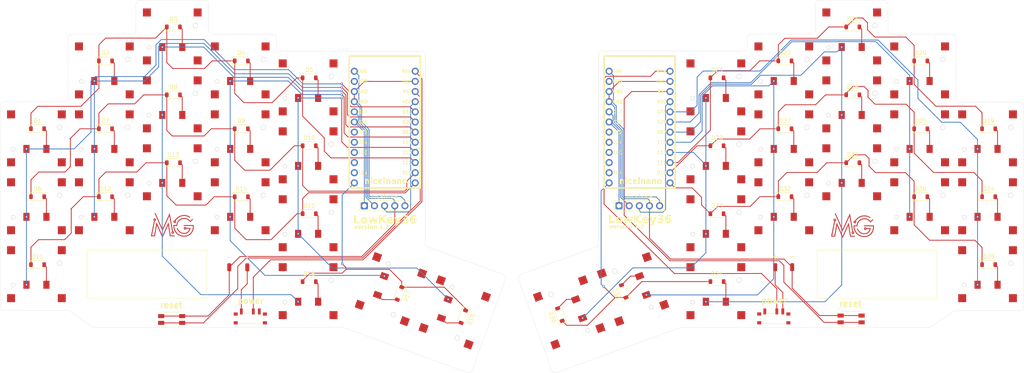
<source format=kicad_pcb>
(kicad_pcb (version 20240108) (generator "pcbnew") (generator_version "8.0")
  (title_block (title "LowKey36") (date "2024-11-16") (rev "1.2") (company "mattgilbert.co") (comment 1 "Matt Gilbert"))
  (layers (0 "F.Cu" signal) (31 "B.Cu" signal) (34 "B.Paste" user) (35 "F.Paste" user) (36 "B.SilkS" user "B.Silkscreen") (37 "F.SilkS" user "F.Silkscreen") (38 "B.Mask" user) (39 "F.Mask" user) (44 "Edge.Cuts" user))
  (net 0 "")
  (net 1 "row0")
  (net 2 "Net-(D1-A)")
  (net 3 "Net-(D2-A)")
  (net 4 "Net-(D3-A)")
  (net 5 "Net-(D4-A)")
  (net 6 "Net-(D5-A)")
  (net 7 "Net-(D6-A)")
  (net 8 "row1")
  (net 9 "Net-(D7-A)")
  (net 10 "Net-(D8-A)")
  (net 11 "Net-(D9-A)")
  (net 12 "Net-(D10-A)")
  (net 13 "row2")
  (net 14 "Net-(D11-A)")
  (net 15 "Net-(D12-A)")
  (net 16 "Net-(D13-A)")
  (net 17 "Net-(D14-A)")
  (net 18 "Net-(D15-A)")
  (net 19 "Net-(D16-A)")
  (net 20 "row3")
  (net 21 "Net-(D17-A)")
  (net 22 "Net-(D18-A)")
  (net 23 "row4")
  (net 24 "Net-(D19-A)")
  (net 25 "Net-(D20-A)")
  (net 26 "Net-(D21-A)")
  (net 27 "Net-(D22-A)")
  (net 28 "Net-(D23-A)")
  (net 29 "Net-(D24-A)")
  (net 30 "row5")
  (net 31 "Net-(D25-A)")
  (net 32 "Net-(D26-A)")
  (net 33 "Net-(D27-A)")
  (net 34 "Net-(D28-A)")
  (net 35 "Net-(D29-A)")
  (net 36 "row6")
  (net 37 "Net-(D30-A)")
  (net 38 "Net-(D31-A)")
  (net 39 "Net-(D32-A)")
  (net 40 "Net-(D33-A)")
  (net 41 "Net-(D34-A)")
  (net 42 "row7")
  (net 43 "Net-(D35-A)")
  (net 44 "Net-(D36-A)")
  (net 45 "cs")
  (net 46 "VCC")
  (net 47 "sck")
  (net 48 "mosi")
  (net 49 "GND")
  (net 50 "cs2")
  (net 51 "mosi2")
  (net 52 "sck2")
  (net 53 "Net-(Jbatt1-Pin_1)")
  (net 54 "Net-(Jbatt2-Pin_1)")
  (net 55 "+BATT")
  (net 57 "rst")
  (net 58 "rst2")
  (net 59 "col0")
  (net 60 "col1")
  (net 61 "col2")
  (net 62 "col3")
  (net 63 "col4")
  (net 64 "col9")
  (net 65 "col8")
  (net 66 "col7")
  (net 67 "col6")
  (net 68 "col5")
  (net 81 "GND2")
  (net 82 "VCC2")
  (net 83 "+BATT2")
  (footprint "PG1316S:CPG1316S01D02" (layer "F.Cu") (at 38.185877 84.431503)
    (property "Reference" "SW7" (hide yes))
    (property "Value" "SW_Push" (hide yes))
    (fp_circle (center -5.8 2.75) (end -5.3 2.75) (stroke (width 0.1)) (fill none) (layer "Edge.Cuts"))
    (fp_circle (center 5.8 -2.75) (end 6.4 -2.75) (stroke (width 0.1)) (fill none) (layer "Edge.Cuts"))
  )
  (footprint "PG1316S:CPG1316S01D02" (layer "F.Cu") (at 38.185877 67.431503)
    (property "Reference" "SW2" (hide yes))
    (property "Value" "SW_Push" (hide yes))
    (fp_circle (center -5.8 2.75) (end -5.3 2.75) (stroke (width 0.1)) (fill none) (layer "Edge.Cuts"))
    (fp_circle (center 5.8 -2.75) (end 6.4 -2.75) (stroke (width 0.1)) (fill none) (layer "Edge.Cuts"))
  )
  (footprint "Connector_Wire:SolderWirePad_1x01_SMD_1x2mm" (layer "F.Cu") (at 73.956373 116.713709)
    (property "Reference" "Jbatt1" (hide yes))
    (property "Value" "Conn_01x01" (hide yes))
  )
  (footprint "PG1316S:CPG1316S-1.5w" (layer "F.Cu") (at 170.504362 122.175594 110)
    (property "Reference" "SW35" (hide yes))
    (property "Value" "SW_Push" (hide yes))
    (fp_circle (center 5.799999 -2.750002) (end 6.4 -2.75) (stroke (width 0.1)) (fill none) (layer "Edge.Cuts"))
    (fp_circle (center -5.799999 2.750002) (end -5.300001 2.75) (stroke (width 0.1)) (fill none) (layer "Edge.Cuts"))
  )
  (footprint "PG1316S:CPG1316S01D02" (layer "F.Cu") (at 191.235877 105.681503)
    (property "Reference" "SW33" (hide yes))
    (property "Value" "SW_Push" (hide yes))
    (fp_circle (center -5.8 2.75) (end -5.3 2.75) (stroke (width 0.1)) (fill none) (layer "Edge.Cuts"))
    (fp_circle (center 5.8 -2.75) (end 6.4 -2.75) (stroke (width 0.1)) (fill none) (layer "Edge.Cuts"))
  )
  (footprint "PG1316S:CPG1316S01D02" (layer "F.Cu") (at 72.185877 67.431503)
    (property "Reference" "SW4" (hide yes))
    (property "Value" "SW_Push" (hide yes))
    (fp_circle (center -5.8 2.75) (end -5.3 2.75) (stroke (width 0.1)) (fill none) (layer "Edge.Cuts"))
    (fp_circle (center 5.8 -2.75) (end 6.4 -2.75) (stroke (width 0.1)) (fill none) (layer "Edge.Cuts"))
  )
  (footprint "nice-nano-kicad:nice_nano" (layer "F.Cu") (at 108.37368 81.612691 -90)
    (property "Reference" "U1" (hide yes))
    (property "Value" "Nice_Nano_V2" (hide yes))
  )
  (footprint "Diode_SMD:D_SOD-123" (layer "F.Cu") (at 191.536443 120.289401)
    (property "Reference" "D34")
    (property "Value" "D")
  )
  (footprint "SSSS811101:SW_SSSS811101" (layer "F.Cu") (at 74.716665 129.512188)
    (property "Reference" "pwr1" (hide yes))
    (property "Value" "MSK12C02")
  )
  (footprint "PG1316S:CPG1316S01D02" (layer "F.Cu") (at 191.235877 88.681503)
    (property "Reference" "SW28" (hide yes))
    (property "Value" "SW_Push" (hide yes))
    (fp_circle (center -5.8 2.75) (end -5.3 2.75) (stroke (width 0.1)) (fill none) (layer "Edge.Cuts"))
    (fp_circle (center 5.8 -2.75) (end 6.4 -2.75) (stroke (width 0.1)) (fill none) (layer "Edge.Cuts"))
  )
  (footprint "Diode_SMD:D_SOD-123" (layer "F.Cu") (at 38.46368 82.042578)
    (property "Reference" "D7")
    (property "Value" "D")
  )
  (footprint "PG1316S:CPG1316S01D02" (layer "F.Cu") (at 21.185877 84.431503)
    (property "Reference" "SW1" (hide yes))
    (property "Value" "SW_Push" (hide yes))
    (fp_circle (center -5.8 2.75) (end -5.3 2.75) (stroke (width 0.1)) (fill none) (layer "Edge.Cuts"))
    (fp_circle (center 5.8 -2.75) (end 6.4 -2.75) (stroke (width 0.1)) (fill none) (layer "Edge.Cuts"))
  )
  (footprint "PG1316S:CPG1316S01D02" (layer "F.Cu") (at 259.235877 84.431503)
    (property "Reference" "SW19" (hide yes))
    (property "Value" "SW_Push" (hide yes))
    (fp_circle (center -5.8 2.75) (end -5.3 2.75) (stroke (width 0.1)) (fill none) (layer "Edge.Cuts"))
    (fp_circle (center 5.8 -2.75) (end 6.4 -2.75) (stroke (width 0.1)) (fill none) (layer "Edge.Cuts"))
  )
  (footprint "Diode_SMD:D_SOD-123" (layer "F.Cu") (at 89.460199 69.297134)
    (property "Reference" "D5")
    (property "Value" "D")
  )
  (footprint "Connector_Wire:SolderWirePad_1x01_SMD_1x2mm" (layer "F.Cu") (at 206.085877 116.681503)
    (property "Reference" "Jbatt2" (hide yes))
    (property "Value" "Conn_01x01" (hide yes))
  )
  (footprint "Diode_SMD:D_SOD-123" (layer "F.Cu") (at 208.526021 99.035441)
    (property "Reference" "D32")
    (property "Value" "D")
  )
  (footprint "Diode_SMD:D_SOD-123" (layer "F.Cu") (at 242.521653 82.055387)
    (property "Reference" "D25")
    (property "Value" "D")
  )
  (footprint "Diode_SMD:D_SOD-123" (layer "F.Cu") (at 55.472067 90.545581)
    (property "Reference" "D13")
    (property "Value" "D")
  )
  (footprint "Diode_SMD:D_SOD-123" (layer "F.Cu") (at 259.51716 99.052682)
    (property "Reference" "D24")
    (property "Value" "D")
  )
  (footprint "Diode_SMD:D_SOD-123" (layer "F.Cu") (at 55.464834 73.553293)
    (property "Reference" "D8")
    (property "Value" "D")
  )
  (footprint "PG1316S:CPG1316S-1.5w" (layer "F.Cu") (at 125.879976 127.992974 -110)
    (property "Reference" "SW18" (hide yes))
    (property "Value" "SW_Push" (hide yes))
    (fp_circle (center -5.799999 2.749999) (end -5.300001 2.75) (stroke (width 0.1)) (fill none) (layer "Edge.Cuts"))
    (fp_circle (center 5.799999 -2.749999) (end 6.4 -2.75) (stroke (width 0.1)) (fill none) (layer "Edge.Cuts"))
  )
  (footprint "PG1316S:CPG1316S01D02" (layer "F.Cu") (at 89.185877 88.681503)
    (property "Reference" "SW10" (hide yes))
    (property "Value" "SW_Push" (hide yes))
    (fp_circle (center -5.8 2.75) (end -5.3 2.75) (stroke (width 0.1)) (fill none) (layer "Edge.Cuts"))
    (fp_circle (center 5.8 -2.75) (end 6.4 -2.75) (stroke (width 0.1)) (fill none) (layer "Edge.Cuts"))
  )
  (footprint "PG1316S:CPG1316S01D02" (layer "F.Cu") (at 225.235877 58.931503)
    (property "Reference" "SW21" (hide yes))
    (property "Value" "SW_Push" (hide yes))
    (fp_circle (center -5.8 2.75) (end -5.3 2.75) (stroke (width 0.1)) (fill none) (layer "Edge.Cuts"))
    (fp_circle (center 5.8 -2.75) (end 6.4 -2.75) (stroke (width 0.1)) (fill none) (layer "Edge.Cuts"))
  )
  (footprint "Button_Switch_SMD:Panasonic_EVQPUJ_EVQPUA" (layer "F.Cu") (at 55.04064 129.77214 180)
    (property "Reference" "rst1" (hide yes))
    (property "Value" "SW_Push")
  )
  (footprint "Connector_Wire:SolderWirePad_1x01_SMD_1x2mm" (layer "F.Cu") (at 69.448541 116.697606)
    (property "Reference" "Jgnd1" (hide yes))
    (property "Value" "Conn_01x01" (hide yes))
  )
  (footprint "PG1316S:CPG1316S01D02" (layer "F.Cu") (at 55.185877 92.931503)
    (property "Reference" "SW13" (hide yes))
    (property "Value" "SW_Push" (hide yes))
    (fp_circle (center -5.8 2.75) (end -5.3 2.75) (stroke (width 0.1)) (fill none) (layer "Edge.Cuts"))
    (fp_circle (center 5.8 -2.75) (end 6.4 -2.75) (stroke (width 0.1)) (fill none) (layer "Edge.Cuts"))
  )
  (footprint "Diode_SMD:D_SOD-123" (layer "F.Cu") (at 191.511771 69.290692)
    (property "Reference" "D23")
    (property "Value" "D")
  )
  (footprint "PG1316S:CPG1316S01D02" (layer "F.Cu") (at 55.185877 75.931503)
    (property "Reference" "SW8" (hide yes))
    (property "Value" "SW_Push" (hide yes))
    (fp_circle (center -5.8 2.75) (end -5.3 2.75) (stroke (width 0.1)) (fill none) (layer "Edge.Cuts"))
    (fp_circle (center 5.8 -2.75) (end 6.4 -2.75) (stroke (width 0.1)) (fill none) (layer "Edge.Cuts"))
  )
  (footprint "PG1316S:CPG1316S01D02" (layer "F.Cu") (at 55.185877 58.931503)
    (property "Reference" "SW3" (hide yes))
    (property "Value" "SW_Push" (hide yes))
    (fp_circle (center -5.8 2.75) (end -5.3 2.75) (stroke (width 0.1)) (fill none) (layer "Edge.Cuts"))
    (fp_circle (center 5.8 -2.75) (end 6.4 -2.75) (stroke (width 0.1)) (fill none) (layer "Edge.Cuts"))
  )
  (footprint "PG1316S:CPG1316S-1.5w" (layer "F.Cu") (at 154.529588 127.989936 110)
    (property "Reference" "SW36" (hide yes))
    (property "Value" "SW_Push" (hide yes))
    (fp_circle (center 5.799999 -2.750002) (end 6.4 -2.75) (stroke (width 0.1)) (fill none) (layer "Edge.Cuts"))
    (fp_circle (center -5.799999 2.750002) (end -5.300001 2.75) (stroke (width 0.1)) (fill none) (layer "Edge.Cuts"))
  )
  (footprint "PG1316S:CPG1316S01D02" (layer "F.Cu") (at 89.185877 71.681503)
    (property "Reference" "SW5" (hide yes))
    (property "Value" "SW_Push" (hide yes))
    (fp_circle (center -5.8 2.75) (end -5.3 2.75) (stroke (width 0.1)) (fill none) (layer "Edge.Cuts"))
    (fp_circle (center 5.8 -2.75) (end 6.4 -2.75) (stroke (width 0.1)) (fill none) (layer "Edge.Cuts"))
  )
  (footprint "Diode_SMD:D_SOD-123" (layer "F.Cu") (at 112.056145 123.2508 -110)
    (property "Reference" "D17")
    (property "Value" "D")
  )
  (footprint "PG1316S:CPG1316S01D02" (layer "F.Cu") (at 89.185877 105.681503)
    (property "Reference" "SW15" (hide yes))
    (property "Value" "SW_Push" (hide yes))
    (fp_circle (center -5.8 2.75) (end -5.3 2.75) (stroke (width 0.1)) (fill none) (layer "Edge.Cuts"))
    (fp_circle (center 5.8 -2.75) (end 6.4 -2.75) (stroke (width 0.1)) (fill none) (layer "Edge.Cuts"))
  )
  (footprint "Diode_SMD:D_SOD-123" (layer "F.Cu") (at 208.516129 82.049351)
    (property "Reference" "D27")
    (property "Value" "D")
  )
  (footprint "PG1316S:CPG1316S01D02" (layer "F.Cu") (at 242.235877 67.431503)
    (property "Reference" "SW20" (hide yes))
    (property "Value" "SW_Push" (hide yes))
    (fp_circle (center -5.8 2.75) (end -5.3 2.75) (stroke (width 0.1)) (fill none) (layer "Edge.Cuts"))
    (fp_circle (center 5.8 -2.75) (end 6.4 -2.75) (stroke (width 0.1)) (fill none) (layer "Edge.Cuts"))
  )
  (footprint "Connector_Wire:SolderWirePad_1x01_SMD_1x2mm" (layer "F.Cu") (at 210.335877 116.681503)
    (property "Reference" "Jgnd2" (hide yes))
    (property "Value" "Conn_01x01" (hide yes))
  )
  (footprint "Diode_SMD:D_SOD-123" (layer "F.Cu") (at 89.473655 103.296926)
    (property "Reference" "D15")
    (property "Value" "D")
  )
  (footprint "PG1316S:CPG1316S01D02" (layer "F.Cu") (at 72.185877 84.431503)
    (property "Reference" "SW9" (hide yes))
    (property "Value" "SW_Push" (hide yes))
    (fp_circle (center -5.8 2.75) (end -5.3 2.75) (stroke (width 0.1)) (fill none) (layer "Edge.Cuts"))
    (fp_circle (center 5.8 -2.75) (end 6.4 -2.75) (stroke (width 0.1)) (fill none) (layer "Edge.Cuts"))
  )
  (footprint "PG1316S:CPG1316S01D02" (layer "F.Cu") (at 191.235877 71.681503)
    (property "Reference" "SW23" (hide yes))
    (property "Value" "SW_Push" (hide yes))
    (fp_circle (center -5.8 2.75) (end -5.3 2.75) (stroke (width 0.1)) (fill none) (layer "Edge.Cuts"))
    (fp_circle (center 5.8 -2.75) (end 6.4 -2.75) (stroke (width 0.1)) (fill none) (layer "Edge.Cuts"))
  )
  (footprint "Diode_SMD:D_SOD-123" (layer "F.Cu") (at 259.51672 116.04713)
    (property "Reference" "D29")
    (property "Value" "D")
  )
  (footprint "Diode_SMD:D_SOD-123" (layer "F.Cu") (at 152.205639 128.544991 110)
    (property "Reference" "D36")
    (property "Value" "D")
  )
  (footprint "Diode_SMD:D_SOD-123" (layer "F.Cu") (at 21.476164 99.040085)
    (property "Reference" "D6")
    (property "Value" "D")
  )
  (footprint "PG1316S:CPG1316S01D02" (layer "F.Cu") (at 208.235877 84.431503)
    (property "Reference" "SW27" (hide yes))
    (property "Value" "SW_Push" (hide yes))
    (fp_circle (center -5.8 2.75) (end -5.3 2.75) (stroke (width 0.1)) (fill none) (layer "Edge.Cuts"))
    (fp_circle (center 5.8 -2.75) (end 6.4 -2.75) (stroke (width 0.1)) (fill none) (layer "Edge.Cuts"))
  )
  (footprint "nice-nano-kicad:nice_nano" (layer "F.Cu") (at 172.144654 81.612691 -90)
    (property "Reference" "U2" (hide yes))
    (property "Value" "Nice_Nano_V2" (hide yes))
  )
  (footprint "PG1316S:CPG1316S01D02" (layer "F.Cu") (at 259.235877 118.431503)
    (property "Reference" "SW29" (hide yes))
    (property "Value" "SW_Push" (hide yes))
    (fp_circle (center -5.8 2.75) (end -5.3 2.75) (stroke (width 0.1)) (fill none) (layer "Edge.Cuts"))
    (fp_circle (center 5.8 -2.75) (end 6.4 -2.75) (stroke (width 0.1)) (fill none) (layer "Edge.Cuts"))
  )
  (footprint "Diode_SMD:D_SOD-123" (layer "F.Cu") (at 168.175914 122.718155 110)
    (property "Reference" "D35")
    (property "Value" "D")
  )
  (footprint "PG1316S:CPG1316S01D02" (layer "F.Cu") (at 72.185877 101.431503)
    (property "Reference" "SW14" (hide yes))
    (property "Value" "SW_Push" (hide yes))
    (fp_circle (center -5.8 2.75) (end -5.3 2.75) (stroke (width 0.1)) (fill none) (layer "Edge.Cuts"))
    (fp_circle (center 5.8 -2.75) (end 6.4 -2.75) (stroke (width 0.1)) (fill none) (layer "Edge.Cuts"))
  )
  (footprint "Diode_SMD:D_SOD-123" (layer "F.Cu") (at 225.513244 56.550326)
    (property "Reference" "D21")
    (property "Value" "D")
  )
  (footprint "Diode_SMD:D_SOD-123" (layer "F.Cu") (at 242.514063 99.043182)
    (property "Reference" "D30")
    (property "Value" "D")
  )
  (footprint "PG1316S:CPG1316S01D02" (layer "F.Cu") (at 225.235877 75.931503)
    (property "Reference" "SW26" (hide yes))
    (property "Value" "SW_Push" (hide yes))
    (fp_circle (center -5.8 2.75) (end -5.3 2.75) (stroke (width 0.1)) (fill none) (layer "Edge.Cuts"))
    (fp_circle (center 5.8 -2.75) (end 6.4 -2.75) (stroke (width 0.1)) (fill none) (layer "Edge.Cuts"))
  )
  (footprint "Diode_SMD:D_SOD-123" (layer "F.Cu") (at 89.46358 120.30455)
    (property "Reference" "D16")
    (property "Value" "D")
  )
  (footprint "PG1316S:CPG1316S01D02" (layer "F.Cu") (at 242.235877 84.431503)
    (property "Reference" "SW25" (hide yes))
    (property "Value" "SW_Push" (hide yes))
    (fp_circle (center -5.8 2.75) (end -5.3 2.75) (stroke (width 0.1)) (fill none) (layer "Edge.Cuts"))
    (fp_circle (center 5.8 -2.75) (end 6.4 -2.75) (stroke (width 0.1)) (fill none) (layer "Edge.Cuts"))
  )
  (footprint "nice_view:nice_view" (layer "F.Cu") (at 172.085877 84.806503)
    (property "Reference" "Display2")
    (property "Value" "nice!view")
  )
  (footprint "PG1316S:CPG1316S01D02" (layer "F.Cu") (at 191.235877 122.681503)
    (property "Reference" "SW34" (hide yes))
    (property "Value" "SW_Push" (hide yes))
    (fp_circle (center -5.8 2.75) (end -5.3 2.75) (stroke (width 0.1)) (fill none) (layer "Edge.Cuts"))
    (fp_circle (center 5.8 -2.75) (end 6.4 -2.75) (stroke (width 0.1)) (fill none) (layer "Edge.Cuts"))
  )
  (footprint "nice_view:nice_view" (layer "F.Cu") (at 108.335877 84.806503)
    (property "Reference" "Display1")
    (property "Value" "nice!view")
  )
  (footprint "Diode_SMD:D_SOD-123" (layer "F.Cu") (at 38.474504 99.045334)
    (property "Reference" "D12")
    (property "Value" "D")
  )
  (footprint "PG1316S:CPG1316S01D02" (layer "F.Cu") (at 208.235877 67.431503)
    (property "Reference" "SW22" (hide yes))
    (property "Value" "SW_Push" (hide yes))
    (fp_circle (center -5.8 2.75) (end -5.3 2.75) (stroke (width 0.1)) (fill none) (layer "Edge.Cuts"))
    (fp_circle (center 5.8 -2.75) (end 6.4 -2.75) (stroke (width 0.1)) (fill none) (layer "Edge.Cuts"))
  )
  (footprint "PG1316S:CPG1316S01D02" (layer "F.Cu") (at 21.185877 118.431503)
    (property "Reference" "SW11" (hide yes))
    (property "Value" "SW_Push" (hide yes))
    (fp_circle (center -5.8 2.75) (end -5.3 2.75) (stroke (width 0.1)) (fill none) (layer "Edge.Cuts"))
    (fp_circle (center 5.8 -2.75) (end 6.4 -2.75) (stroke (width 0.1)) (fill none) (layer "Edge.Cuts"))
  )
  (footprint "Diode_SMD:D_SOD-123" (layer "F.Cu") (at 72.468907 65.044661)
    (property "Reference" "D4")
    (property "Value" "D")
  )
  (footprint "SSSS811101:SW_SSSS811101" (layer "F.Cu") (at 205.735932 129.500132)
    (property "Reference" "pwr2" (hide yes))
    (property "Value" "MSK12C02")
  )
  (footprint "Diode_SMD:D_SOD-123" (layer "F.Cu") (at 21.462522 82.03124)
    (property "Reference" "D1")
    (property "Value" "D")
  )
  (footprint "Diode_SMD:D_SOD-123" (layer "F.Cu") (at 208.517285 65.047911)
    (property "Reference" "D22")
    (property "Value" "D")
  )
  (footprint "PG1316S:CPG1316S01D02" (layer "F.Cu") (at 21.185877 101.431503)
    (property "Reference" "SW6" (hide yes))
    (property "Value" "SW_Push" (hide yes))
    (fp_circle (center -5.8 2.75) (end -5.3 2.75) (stroke (width 0.1)) (fill none) (layer "Edge.Cuts"))
    (fp_circle (center 5.8 -2.75) (end 6.4 -2.75) (stroke (width 0.1)) (fill none) (layer "Edge.Cuts"))
  )
  (footprint "PG1316S:CPG1316S01D02" (layer "F.Cu") (at 259.235877 101.431503)
    (property "Reference" "SW24" (hide yes))
    (property "Value" "SW_Push" (hide yes))
    (fp_circle (center -5.8 2.75) (end -5.3 2.75) (stroke (width 0.1)) (fill none) (layer "Edge.Cuts"))
    (fp_circle (center 5.8 -2.75) (end 6.4 -2.75) (stroke (width 0.1)) (fill none) (layer "Edge.Cuts"))
  )
  (footprint "PG1316S:CPG1316S01D02" (layer "F.Cu") (at 242.235877 101.431503)
    (property "Reference" "SW30" (hide yes))
    (property "Value" "SW_Push" (hide yes))
    (fp_circle (center -5.8 2.75) (end -5.3 2.75) (stroke (width 0.1)) (fill none) (layer "Edge.Cuts"))
    (fp_circle (center 5.8 -2.75) (end 6.4 -2.75) (stroke (width 0.1)) (fill none) (layer "Edge.Cuts"))
  )
  (footprint "Diode_SMD:D_SOD-123" (layer "F.Cu") (at 225.524778 90.551195)
    (property "Reference" "D31")
    (property "Value" "D")
  )
  (footprint "Diode_SMD:D_SOD-123" (layer "F.Cu") (at 38.473834 65.047598)
    (property "Reference" "D2")
    (property "Value" "D")
  )
  (footprint "Diode_SMD:D_SOD-123" (layer "F.Cu") (at 191.510986 103.302354)
    (property "Reference" "D33")
    (property "Value" "D")
  )
  (footprint "PG1316S:CPG1316S01D02" (layer "F.Cu") (at 208.235877 101.431503)
    (property "Reference" "SW32" (hide yes))
    (property "Value" "SW_Push" (hide yes))
    (fp_circle (center -5.8 2.75) (end -5.3 2.75) (stroke (width 0.1)) (fill none) (layer "Edge.Cuts"))
    (fp_circle (center 5.8 -2.75) (end 6.4 -2.75) (stroke (width 0.1)) (fill none) (layer "Edge.Cuts"))
  )
  (footprint "Diode_SMD:D_SOD-123" (layer "F.Cu") (at 225.516431 73.55271)
    (property "Reference" "D26")
    (property "Value" "D")
  )
  (footprint "Diode_SMD:D_SOD-123" (layer "F.Cu") (at 72.47491 99.056471)
    (property "Reference" "D14")
    (property "Value" "D")
  )
  (footprint "PG1316S:CPG1316S01D02" (layer "F.Cu") (at 89.185877 122.681503)
    (property "Reference" "SW16" (hide yes))
    (property "Value" "SW_Push" (hide yes))
    (fp_circle (center -5.8 2.75) (end -5.3 2.75) (stroke (width 0.1)) (fill none) (layer "Edge.Cuts"))
    (fp_circle (center 5.8 -2.75) (end 6.4 -2.75) (stroke (width 0.1)) (fill none) (layer "Edge.Cuts"))
  )
  (footprint "PG1316S:CPG1316S01D02" (layer "F.Cu") (at 225.235877 92.931503)
    (property "Reference" "SW31" (hide yes))
    (property "Value" "SW_Push" (hide yes))
    (fp_circle (center -5.8 2.75) (end -5.3 2.75) (stroke (width 0.1)) (fill none) (layer "Edge.Cuts"))
    (fp_circle (center 5.8 -2.75) (end 6.4 -2.75) (stroke (width 0.1)) (fill none) (layer "Edge.Cuts"))
  )
  (footprint "Diode_SMD:D_SOD-123" (layer "F.Cu") (at 191.521232 86.296361)
    (property "Reference" "D28")
    (property "Value" "D")
  )
  (footprint "Diode_SMD:D_SOD-123" (layer "F.Cu") (at 259.513626 82.049004)
    (property "Reference" "D19")
    (property "Value" "D")
  )
  (footprint "Diode_SMD:D_SOD-123" (layer "F.Cu") (at 128.035838 129.071595 -110)
    (property "Reference" "D18")
    (property "Value" "D")
  )
  (footprint "Diode_SMD:D_SOD-123" (layer "F.Cu") (at 89.470703 86.295633)
    (property "Reference" "D10")
    (property "Value" "D")
  )
  (footprint "PG1316S:CPG1316S-1.5w" (layer "F.Cu") (at 109.905201 122.178633 -110)
    (property "Reference" "SW17" (hide yes))
    (property "Value" "SW_Push" (hide yes))
    (fp_circle (center -5.799999 2.749999) (end -5.300001 2.75) (stroke (width 0.1)) (fill none) (layer "Edge.Cuts"))
    (fp_circle (center 5.799999 -2.749999) (end 6.4 -2.75) (stroke (width 0.1)) (fill none) (layer "Edge.Cuts"))
  )
  (footprint "Diode_SMD:D_SOD-123" (layer "F.Cu") (at 21.465688 116.049341)
    (property "Reference" "D11")
    (property "Value" "D")
  )
  (footprint "Button_Switch_SMD:Panasonic_EVQPUJ_EVQPUA" (layer "F.Cu") (at 225.084029 129.640914 180)
    (property "Reference" "rst2" (hide yes))
    (property "Value" "SW_Push")
  )
  (footprint "Diode_SMD:D_SOD-123" (layer "F.Cu") (at 242.518527 65.049554)
    (property "Reference" "D20")
    (property "Value" "D")
  )
  (footprint "PG1316S:CPG1316S01D02" (layer "F.Cu") (at 38.185877 101.431503)
    (property "Reference" "SW12" (hide yes))
    (property "Value" "SW_Push" (hide yes))
    (fp_circle (center -5.8 2.75) (end -5.3 2.75) (stroke (width 0.1)) (fill none) (layer "Edge.Cuts"))
    (fp_circle (center 5.8 -2.75) (end 6.4 -2.75) (stroke (width 0.1)) (fill none) (layer "Edge.Cuts"))
  )
  (footprint "Diode_SMD:D_SOD-123" (layer "F.Cu") (at 55.466813 56.546579)
    (property "Reference" "D3")
    (property "Value" "D")
  )
  (footprint "Diode_SMD:D_SOD-123" (layer "F.Cu") (at 72.467562 82.03957)
    (property "Reference" "D9")
    (property "Value" "D")
  )
  (gr_poly (pts (xy 228.559214 103.735337) (xy 228.692489 103.747269) (xy 228.824999 103.765658) (xy 228.956462 103.790467) (xy 229.086596 103.821663) (xy 229.21512 103.85921) (xy 229.341751 103.903073) (xy 229.466208 103.953217) (xy 229.588209 104.009608) (xy 229.707471 104.07221) (xy 229.823714 104.140988) (xy 229.936655 104.215908) (xy 229.809185 104.397685) (xy 229.705921 104.329173) (xy 229.59965 104.266261) (xy 229.490626 104.208981) (xy 229.379107 104.157364) (xy 229.265347 104.111442) (xy 229.149602 104.071245) (xy 229.032129 104.036806) (xy 228.913183 104.008154) (xy 228.79302 103.985323) (xy 228.671896 103.968343) (xy 228.550066 103.957245) (xy 228.427786 103.95206) (xy 228.305312 103.952821) (xy 228.182901 103.959559) (xy 228.060806 103.972304) (xy 227.939286 103.991088) (xy 227.818594 104.015943) (xy 227.698988 104.046899) (xy 227.580722 104.083989) (xy 227.464053 104.127243) (xy 227.349236 104.176692) (xy 227.236527 104.232369) (xy 227.126183 104.294305) (xy 227.018458 104.36253) (xy 226.913608 104.437076) (xy 226.81189 104.517975) (xy 226.71356 104.605257) (xy 226.618872 104.698954) (xy 226.528082 104.799098) (xy 226.441448 104.90572) (xy 226.359223 105.018851) (xy 226.281665 105.138523) (xy 226.292101 105.149976) (xy 226.302002 105.161907) (xy 226.311349 105.174297) (xy 226.320124 105.187125) (xy 226.328306 105.200374) (xy 226.335878 105.214023) (xy 226.342819 105.228055) (xy 226.34911 105.242449) (xy 226.354734 105.257186) (xy 226.359669 105.272248) (xy 226.363898 105.287614) (xy 226.367401 105.303267) (xy 226.370158 105.319187) (xy 226.372152 105.335354) (xy 226.373362 105.35175) (xy 226.373769 105.368355) (xy 226.373336 105.385481) (xy 226.372049 105.402384) (xy 226.369929 105.419042) (xy 226.366998 105.435434) (xy 226.363277 105.45154) (xy 226.358786 105.467339) (xy 226.353547 105.482809) (xy 226.34758 105.497929) (xy 226.340907 105.512679) (xy 226.333549 105.527038) (xy 226.325526 105.540984) (xy 226.31686 105.554496) (xy 226.307571 105.567554) (xy 226.297681 105.580137) (xy 226.28721 105.592223) (xy 226.27618 105.603791) (xy 226.264611 105.614821) (xy 226.252525 105.625292) (xy 226.239943 105.635182) (xy 226.226885 105.644471) (xy 226.213372 105.653137) (xy 226.199426 105.66116) (xy 226.185068 105.668518) (xy 226.170318 105.675191) (xy 226.155197 105.681158) (xy 226.139727 105.686397) (xy 226.123929 105.690888) (xy 226.107823 105.694609) (xy 226.09143 105.69754) (xy 226.074772 105.699659) (xy 226.057869 105.700947) (xy 226.040743 105.70138) (xy 226.023616 105.700947) (xy 226.006713 105.699659) (xy 225.990054 105.69754) (xy 225.973661 105.694609) (xy 225.957554 105.690888) (xy 225.941755 105.686397) (xy 225.926285 105.681158) (xy 225.911164 105.675191) (xy 225.896414 105.668518) (xy 225.882055 105.66116) (xy 225.868109 105.653137) (xy 225.854597 105.644471) (xy 225.841539 105.635182) (xy 225.828957 105.625292) (xy 225.816871 105.614821) (xy 225.805302 105.603791) (xy 225.794273 105.592223) (xy 225.783802 105.580137) (xy 225.773912 105.567554) (xy 225.764624 105.554496) (xy 225.755958 105.540984) (xy 225.747936 105.527038) (xy 225.740577 105.512679) (xy 225.733905 105.497929) (xy 225.727939 105.482809) (xy 225.7227 105.467339) (xy 225.718209 105.45154) (xy 225.714488 105.435434) (xy 225.711558 105.419042) (xy 225.709438 105.402384) (xy 225.708151 105.385481) (xy 225.707718 105.368355) (xy 225.929735 105.368355) (xy 225.929879 105.374063) (xy 225.930308 105.379698) (xy 225.931015 105.38525) (xy 225.931992 105.390715) (xy 225.933232 105.396083) (xy 225.934729 105.401349) (xy 225.936476 105.406506) (xy 225.938464 105.411546) (xy 225.940689 105.416463) (xy 225.943142 105.421249) (xy 225.945816 105.425898) (xy 225.948705 105.430402) (xy 225.951801 105.434754) (xy 225.955098 105.438949) (xy 225.958588 105.442977) (xy 225.962265 105.446833) (xy 225.966121 105.45051) (xy 225.970149 105.454) (xy 225.974344 105.457297) (xy 225.978696 105.460393) (xy 225.9832 105.463282) (xy 225.987849 105.465956) (xy 225.992635 105.468409) (xy 225.997552 105.470633) (xy 226.002592 105.472622) (xy 226.007749 105.474369) (xy 226.013015 105.475865) (xy 226.018384 105.477106) (xy 226.023848 105.478083) (xy 226.0294 105.478789) (xy 226.035035 105.479218) (xy 226.040743 105.479363) (xy 226.046452 105.479218) (xy 226.052086 105.478789) (xy 226.057639 105.478083) (xy 226.063103 105.477106) (xy 226.068472 105.475865) (xy 226.073738 105.474369) (xy 226.078895 105.472622) (xy 226.083935 105.470633) (xy 226.088852 105.468409) (xy 226.093638 105.465956) (xy 226.098287 105.463282) (xy 226.102791 105.460393) (xy 226.107144 105.457297) (xy 226.111338 105.454) (xy 226.115366 105.45051) (xy 226.119223 105.446833) (xy 226.122899 105.442977) (xy 226.126389 105.438949) (xy 226.129686 105.434754) (xy 226.132782 105.430402) (xy 226.135671 105.425898) (xy 226.138345 105.421249) (xy 226.140798 105.416463) (xy 226.143023 105.411546) (xy 226.145011 105.406506) (xy 226.146758 105.401349) (xy 226.148255 105.396083) (xy 226.149495 105.390715) (xy 226.150472 105.38525) (xy 226.151179 105.379698) (xy 226.151608 105.374063) (xy 226.151752 105.368355) (xy 226.151608 105.362646) (xy 226.151179 105.357012) (xy 226.150472 105.351459) (xy 226.149495 105.345995) (xy 226.148255 105.340626) (xy 226.146758 105.33536) (xy 226.145011 105.330203) (xy 226.143023 105.325163) (xy 226.140798 105.320246) (xy 226.138345 105.31546) (xy 226.135671 105.310812) (xy 226.132782 105.306308) (xy 226.129686 105.301955) (xy 226.126389 105.297761) (xy 226.122899 105.293732) (xy 226.119223 105.289876) (xy 226.115366 105.286199) (xy 226.111338 105.282709) (xy 226.107144 105.279412) (xy 226.102791 105.276316) (xy 226.098287 105.273427) (xy 226.093638 105.270753) (xy 226.088852 105.2683) (xy 226.083935 105.266076) (xy 226.078895 105.264087) (xy 226.073738 105.26234) (xy 226.068472 105.260844) (xy 226.063103 105.259603) (xy 226.057639 105.258626) (xy 226.052086 105.25792) (xy 226.046452 105.257491) (xy 226.040743 105.257346) (xy 226.035035 105.257491) (xy 226.0294 105.25792) (xy 226.023848 105.258626) (xy 226.018384 105.259603) (xy 226.013015 105.260844) (xy 226.007749 105.26234) (xy 226.002592 105.264087) (xy 225.997552 105.266076) (xy 225.992635 105.2683) (xy 225.987849 105.270753) (xy 225.9832 105.273427) (xy 225.978696 105.276316) (xy 225.974344 105.279412) (xy 225.970149 105.282709) (xy 225.966121 105.286199) (xy 225.962265 105.289876) (xy 225.958588 105.293732) (xy 225.955098 105.297761) (xy 225.951801 105.301955) (xy 225.948705 105.306308) (xy 225.945816 105.310812) (xy 225.943142 105.31546) (xy 225.940689 105.320246) (xy 225.938464 105.325163) (xy 225.936476 105.330203) (xy 225.934729 105.33536) (xy 225.933232 105.340626) (xy 225.931992 105.345995) (xy 225.931015 105.351459) (xy 225.930308 105.357012) (xy 225.929879 105.362646) (xy 225.929735 105.368355) (xy 225.707718 105.368355) (xy 225.708151 105.351228) (xy 225.709438 105.334326) (xy 225.711558 105.317668) (xy 225.714488 105.301275) (xy 225.718209 105.285169) (xy 225.7227 105.269371) (xy 225.727939 105.253901) (xy 225.733905 105.23878) (xy 225.740577 105.22403) (xy 225.747936 105.209672) (xy 225.755958 105.195726) (xy 225.764624 105.182213) (xy 225.773912 105.169155) (xy 225.783802 105.156573) (xy 225.794273 105.144486) (xy 225.805302 105.132918) (xy 225.816871 105.121888) (xy 225.828957 105.111417) (xy 225.841539 105.101527) (xy 225.854597 105.092238) (xy 225.868109 105.083572) (xy 225.882055 105.075549) (xy 225.896414 105.068191) (xy 225.911164 105.061518) (xy 225.926285 105.055551) (xy 225.941755 105.050312) (xy 225.957554 105.045821) (xy 225.973661 105.0421) (xy 225.990054 105.039169) (xy 226.006713 105.03705) (xy 226.023616 105.035762) (xy 226.040743 105.035329) (xy 226.046095 105.035371) (xy 226.051426 105.035497) (xy 226.056737 105.035706) (xy 226.062026 105.035998) (xy 226.067294 105.036372) (xy 226.072539 105.036828) (xy 226.077761 105.037365) (xy 226.08296 105.037982) (xy 226.167184 104.906266) (xy 226.256563 104.781739) (xy 226.350814 104.664368) (xy 226.449655 104.554116) (xy 226.552806 104.45095) (xy 226.659984 104.354834) (xy 226.770907 104.265732) (xy 226.885293 104.183611) (xy 227.00286 104.108436) (xy 227.123327 104.04017) (xy 227.246412 103.97878) (xy 227.371832 103.924231) (xy 227.499307 103.876486) (xy 227.628553 103.835513) (xy 227.759289 103.801275) (xy 227.891234 103.773737) (xy 228.024105 103.752866) (xy 228.15762 103.738625) (xy 228.291498 103.730979) (xy 228.425457 103.729895)) (stroke (width -0.000001)) (fill solid) (layer "F.Cu"))
  (gr_poly (pts (xy 58.409779 106.610195) (xy 58.422969 106.610975) (xy 58.436018 106.612263) (xy 58.448915 106.614049) (xy 58.46165 106.616323) (xy 58.474214 106.619075) (xy 58.486596 106.622296) (xy 58.498788 106.625976) (xy 58.510778 106.630105) (xy 58.522558 106.634672) (xy 58.534116 106.639669) (xy 58.545445 106.645085) (xy 58.556533 106.650911) (xy 58.567371 106.657136) (xy 58.577949 106.663751) (xy 58.588257 106.670746) (xy 58.598285 106.678112) (xy 58.608024 106.685837) (xy 58.617463 106.693914) (xy 58.626593 106.70233) (xy 58.635404 106.711078) (xy 58.643887 106.720147) (xy 58.65203 106.729526) (xy 58.659825 106.739208) (xy 58.667262 106.74918) (xy 58.67433 106.759434) (xy 58.68102 106.76996) (xy 58.687323 106.780748) (xy 58.693228 106.791788) (xy 58.698725 106.80307) (xy 58.703804 106.814585) (xy 58.708457 106.826322) (xy 59.645802 106.832816) (xy 59.782287 106.832816) (xy 59.754479 106.966437) (xy 59.738779 107.036449) (xy 59.721236 107.104575) (xy 59.701895 107.170822) (xy 59.680799 107.235192) (xy 59.657993 107.297693) (xy 59.633521 107.358327) (xy 59.607428 107.417099) (xy 59.579758 107.474015) (xy 59.550556 107.529079) (xy 59.519866 107.582295) (xy 59.487732 107.633669) (xy 59.454199 107.683204) (xy 59.419311 107.730906) (xy 59.383112 107.77678) (xy 59.345647 107.820829) (xy 59.306961 107.863059) (xy 59.267097 107.903474) (xy 59.2261 107.942079) (xy 59.140884 108.013877) (xy 59.051669 108.078492) (xy 58.95881 108.13596) (xy 58.862661 108.186318) (xy 58.763578 108.229604) (xy 58.661915 108.265855) (xy 58.558029 108.295109) (xy 58.479646 108.312328) (xy 58.40022 108.325745) (xy 58.319906 108.335356) (xy 58.238857 108.341156) (xy 58.157225 108.34314) (xy 58.075166 108.341301) (xy 57.992832 108.335635) (xy 57.910378 108.326137) (xy 57.827956 108.312801) (xy 57.74572 108.295622) (xy 57.663825 108.274595) (xy 57.582423 108.249714) (xy 57.501668 108.220974) (xy 57.421713 108.18837) (xy 57.342714 108.151896) (xy 57.264822 108.111547) (xy 57.188192 108.067318) (xy 57.112976 108.019204) (xy 57.03933 107.9672) (xy 56.967406 107.911299) (xy 56.897358 107.851497) (xy 56.82934 107.787788) (xy 56.763504 107.720168) (xy 56.700006 107.64863) (xy 56.638998 107.57317) (xy 56.580634 107.493782) (xy 56.525067 107.410462) (xy 56.472452 107.323203) (xy 56.422942 107.232) (xy 56.37669 107.136848) (xy 56.33385 107.037743) (xy 56.294575 106.934677) (xy 56.508023 106.933778) (xy 56.545481 107.020404) (xy 56.5857 107.10377) (xy 56.628567 107.183875) (xy 56.673966 107.260717) (xy 56.721782 107.334293) (xy 56.771899 107.404602) (xy 56.824203 107.471642) (xy 56.878577 107.535411) (xy 56.934907 107.595907) (xy 56.993077 107.653128) (xy 57.052972 107.707072) (xy 57.114476 107.757737) (xy 57.177476 107.805121) (xy 57.241854 107.849223) (xy 57.307496 107.89004) (xy 57.374286 107.92757) (xy 57.44211 107.961812) (xy 57.510852 107.992763) (xy 57.580396 108.020422) (xy 57.650628 108.044787) (xy 57.721431 108.065855) (xy 57.792692 108.083625) (xy 57.864294 108.098095) (xy 57.936122 108.109263) (xy 58.008061 108.117127) (xy 58.079996 108.121685) (xy 58.151811 108.122935) (xy 58.223391 108.120875) (xy 58.294621 108.115503) (xy 58.365386 108.106818) (xy 58.435569 108.094817) (xy 58.505056 108.079498) (xy 58.588921 108.056026) (xy 58.671026 108.027202) (xy 58.751135 107.993013) (xy 58.829017 107.953447) (xy 58.904436 107.908491) (xy 58.977159 107.858129) (xy 59.046953 107.802351) (xy 59.113582 107.741141) (xy 59.176815 107.674487) (xy 59.236416 107.602376) (xy 59.292153 107.524794) (xy 59.343791 107.441728) (xy 59.391096 107.353164) (xy 59.433834 107.25909) (xy 59.471773 107.159491) (xy 59.504677 107.054356) (xy 58.712419 107.048383) (xy 58.703212 107.072723) (xy 58.692199 107.096116) (xy 58.679465 107.118474) (xy 58.665097 107.139713) (xy 58.64918 107.159747) (xy 58.631801 107.178489) (xy 58.613045 107.195854) (xy 58.592998 107.211755) (xy 58.571746 107.226107) (xy 58.549375 107.238825) (xy 58.525971 107.249821) (xy 58.501619 107.259011) (xy 58.476406 107.266308) (xy 58.450417 107.271627) (xy 58.423738 107.274881) (xy 58.410167 107.275707) (xy 58.396456 107.275985) (xy 58.37933 107.275551) (xy 58.362427 107.274264) (xy 58.345769 107.272144) (xy 58.329376 107.269214) (xy 58.31327 107.265492) (xy 58.297472 107.261002) (xy 58.282002 107.255762) (xy 58.266881 107.249796) (xy 58.252131 107.243123) (xy 58.237773 107.235764) (xy 58.223827 107.227742) (xy 58.210314 107.219075) (xy 58.197256 107.209787) (xy 58.184674 107.199896) (xy 58.172588 107.189426) (xy 58.161019 107.178396) (xy 58.149989 107.166827) (xy 58.139519 107.154741) (xy 58.129628 107.142158) (xy 58.12034 107.1291) (xy 58.111673 107.115588) (xy 58.103651 107.101642) (xy 58.096292 107.087283) (xy 58.089619 107.072533) (xy 58.083653 107.057413) (xy 58.078414 107.041943) (xy 58.073923 107.026144) (xy 58.070202 107.010038) (xy 58.067271 106.993646) (xy 58.065151 106.976988) (xy 58.063864 106.960085) (xy 58.06343 106.942959) (xy 58.285447 106.942959) (xy 58.285592 106.948668) (xy 58.286021 106.954302) (xy 58.286727 106.959855) (xy 58.287704 106.965319) (xy 58.288945 106.970688) (xy 58.290442 106.975954) (xy 58.292188 106.98111) (xy 58.294177 106.986151) (xy 58.296401 106.991067) (xy 58.298854 106.995853) (xy 58.301528 107.000502) (xy 58.304417 107.005006) (xy 58.307513 107.009359) (xy 58.31081 107.013553) (xy 58.3143 107.017582) (xy 58.317977 107.021438) (xy 58.321833 107.025115) (xy 58.325862 107.028605) (xy 58.330056 107.031901) (xy 58.334409 107.034998) (xy 58.338913 107.037886) (xy 58.343561 107.040561) (xy 58.348348 107.043014) (xy 58.353264 107.045238) (xy 58.358304 107.047227) (xy 58.363461 107.048973) (xy 58.368727 107.05047) (xy 58.374096 107.05171) (xy 58.37956 107.052687) (xy 58.385113 107.053394) (xy 58.390747 107.053823) (xy 58.396456 107.053967) (xy 58.402164 107.053823) (xy 58.407799 107.053394) (xy 58.413351 107.052687) (xy 58.418816 107.05171) (xy 58.424184 107.05047) (xy 58.42945 107.048973) (xy 58.434607 107.047227) (xy 58.439647 107.045238) (xy 58.444564 107.043014) (xy 58.44935 107.040561) (xy 58.453999 107.037886) (xy 58.458503 107.034998) (xy 58.462856 107.031901) (xy 58.46705 107.028605) (xy 58.471079 107.025115) (xy 58.474935 107.021438) (xy 58.478612 107.017582) (xy 58.482102 107.013553) (xy 58.485399 107.009359) (xy 58.488495 107.005006) (xy 58.491384 107.000502) (xy 58.494058 106.995853) (xy 58.496511 106.991067) (xy 58.498735 106.986151) (xy 58.500724 106.98111) (xy 58.502471 106.975954) (xy 58.503967 106.970688) (xy 58.505208 106.965319) (xy 58.506185 106.959855) (xy 58.506891 106.954302) (xy 58.50732 106.948668) (xy 58.507465 106.942959) (xy 58.50732 106.93725) (xy 58.506891 106.931616) (xy 58.506185 106.926063) (xy 58.505208 106.920599) (xy 58.503967 106.91523) (xy 58.502471 106.909964) (xy 58.500724 106.904807) (xy 58.498735 106.899767) (xy 58.496511 106.894851) (xy 58.494058 106.890064) (xy 58.491384 106.885416) (xy 58.488495 106.880912) (xy 58.485399 106.876559) (xy 58.482102 106.872365) (xy 58.478612 106.868336) (xy 58.474935 106.86448) (xy 58.471079 106.860803) (xy 58.46705 106.857313) (xy 58.462856 106.854016) (xy 58.458503 106.85092) (xy 58.453999 106.848031) (xy 58.44935 106.845357) (xy 58.444564 106.842904) (xy 58.439647 106.84068) (xy 58.434607 106.838691) (xy 58.42945 106.836945) (xy 58.424184 106.835448) (xy 58.418816 106.834208) (xy 58.413351 106.833231) (xy 58.407799 106.832524) (xy 58.402164 106.832095) (xy 58.396456 106.831951) (xy 58.390747 106.832095) (xy 58.385113 106.832524) (xy 58.37956 106.833231) (xy 58.374096 106.834208) (xy 58.368727 106.835448) (xy 58.363461 106.836945) (xy 58.358304 106.838691) (xy 58.353264 106.84068) (xy 58.348348 106.842904) (xy 58.343561 106.845357) (xy 58.338913 106.848031) (xy 58.334409 106.85092) (xy 58.330056 106.854016) (xy 58.325862 106.857313) (xy 58.321833 106.860803) (xy 58.317977 106.86448) (xy 58.3143 106.868336) (xy 58.31081 106.872365) (xy 58.307513 106.876559) (xy 58.304417 106.880912) (xy 58.301528 106.885416) (xy 58.298854 106.890064) (xy 58.296401 106.894851) (xy 58.294177 106.899767) (xy 58.292188 106.904807) (xy 58.290442 106.909964) (xy 58.288945 106.91523) (xy 58.287704 106.920599) (xy 58.286727 106.926063) (xy 58.286021 106.931616) (xy 58.285592 106.93725) (xy 58.285447 106.942959) (xy 58.06343 106.942959) (xy 58.063864 106.925832) (xy 58.065151 106.908928) (xy 58.067271 106.892269) (xy 58.070202 106.875876) (xy 58.073923 106.85977) (xy 58.078414 106.843971) (xy 58.083653 106.8285) (xy 58.089619 106.81338) (xy 58.096292 106.798629) (xy 58.103651 106.784271) (xy 58.111673 106.770325) (xy 58.12034 106.756812) (xy 58.129628 106.743754) (xy 58.139519 106.731172) (xy 58.149989 106.719086) (xy 58.161019 106.707518) (xy 58.172588 106.696488) (xy 58.184674 106.686018) (xy 58.197256 106.676128) (xy 58.210314 106.66684) (xy 58.223827 106.658174) (xy 58.237773 106.650151) (xy 58.252131 106.642793) (xy 58.266881 106.63612) (xy 58.282002 106.630154) (xy 58.297472 106.624915) (xy 58.31327 106.620425) (xy 58.329376 106.616704) (xy 58.345769 106.613773) (xy 58.362427 106.611654) (xy 58.37933 106.610367) (xy 58.396456 106.609933)) (stroke (width -0.000001)) (fill solid) (layer "F.Cu"))
  (gr_poly (pts (xy 225.593191 107.752109) (xy 225.607571 107.75512) (xy 225.621717 107.758743) (xy 225.635614 107.762964) (xy 225.649249 107.767767) (xy 225.662606 107.773138) (xy 225.675671 107.779062) (xy 225.688429 107.785526) (xy 225.700865 107.792513) (xy 225.712965 107.80001) (xy 225.724715 107.808002) (xy 225.7361 107.816475) (xy 225.747104 107.825413) (xy 225.757715 107.834802) (xy 225.767916 107.844628) (xy 225.777693 107.854876) (xy 225.787033 107.865531) (xy 225.795919 107.876579) (xy 225.804338 107.888005) (xy 225.812275 107.899795) (xy 225.819715 107.911934) (xy 225.826644 107.924406) (xy 225.833047 107.937199) (xy 225.838909 107.950297) (xy 225.844217 107.963685) (xy 225.848955 107.977349) (xy 225.853108 107.991274) (xy 225.856662 108.005446) (xy 225.859603 108.01985) (xy 225.861916 108.034472) (xy 225.863586 108.049296) (xy 225.864599 108.064309) (xy 225.86494 108.079495) (xy 225.864506 108.096622) (xy 225.863219 108.113525) (xy 225.8611 108.130184) (xy 225.858169 108.146578) (xy 225.854447 108.162684) (xy 225.849957 108.178483) (xy 225.844718 108.193953) (xy 225.838751 108.209074) (xy 225.832078 108.223824) (xy 225.82472 108.238183) (xy 225.816697 108.252129) (xy 225.808031 108.265641) (xy 225.798742 108.278699) (xy 225.788852 108.291282) (xy 225.778381 108.303368) (xy 225.767351 108.314936) (xy 225.755782 108.325966) (xy 225.743696 108.336436) (xy 225.731114 108.346326) (xy 225.718056 108.355615) (xy 225.704543 108.364281) (xy 225.690597 108.372303) (xy 225.676239 108.379661) (xy 225.661489 108.386334) (xy 225.646369 108.3923) (xy 225.630899 108.397539) (xy 225.6151 108.402029) (xy 225.598994 108.405751) (xy 225.582601 108.408681) (xy 225.565943 108.410801) (xy 225.549041 108.412088) (xy 225.531915 108.412521) (xy 225.514787 108.412088) (xy 225.497884 108.410801) (xy 225.481225 108.408681) (xy 225.464832 108.405751) (xy 225.448725 108.402029) (xy 225.432926 108.397539) (xy 225.417456 108.3923) (xy 225.402335 108.386334) (xy 225.387585 108.379661) (xy 225.373226 108.372303) (xy 225.35928 108.364281) (xy 225.345768 108.355615) (xy 225.33271 108.346326) (xy 225.320128 108.336436) (xy 225.308042 108.325966) (xy 225.296473 108.314936) (xy 225.285444 108.303368) (xy 225.274973 108.291282) (xy 225.265083 108.278699) (xy 225.255795 108.265641) (xy 225.247129 108.252129) (xy 225.239106 108.238183) (xy 225.231748 108.223824) (xy 225.225076 108.209074) (xy 225.219109 108.193953) (xy 225.213871 108.178483) (xy 225.20938 108.162684) (xy 225.205659 108.146578) (xy 225.202728 108.130184) (xy 225.200609 108.113525) (xy 225.199322 108.096622) (xy 225.198888 108.079495) (xy 225.420906 108.079495) (xy 225.42105 108.085204) (xy 225.421479 108.090839) (xy 225.422186 108.096393) (xy 225.423163 108.101858) (xy 225.424403 108.107227) (xy 225.4259 108.112493) (xy 225.427646 108.11765) (xy 225.429635 108.122691) (xy 225.43186 108.127608) (xy 225.434312 108.132394) (xy 225.436987 108.137043) (xy 225.439875 108.141547) (xy 225.442972 108.145899) (xy 225.446268 108.150093) (xy 225.449759 108.154122) (xy 225.453435 108.157978) (xy 225.457292 108.161654) (xy 225.46132 108.165144) (xy 225.465514 108.168441) (xy 225.469867 108.171537) (xy 225.474371 108.174425) (xy 225.47902 108.177099) (xy 225.483806 108.179552) (xy 225.488723 108.181776) (xy 225.493763 108.183764) (xy 225.49892 108.18551) (xy 225.504186 108.187007) (xy 225.509555 108.188247) (xy 225.515019 108.189224) (xy 225.520572 108.18993) (xy 225.526206 108.190359) (xy 225.531915 108.190504) (xy 225.537623 108.190359) (xy 225.543257 108.18993) (xy 225.54881 108.189224) (xy 225.554274 108.188247) (xy 225.559643 108.187007) (xy 225.564909 108.18551) (xy 225.570066 108.183764) (xy 225.575106 108.181776) (xy 225.580022 108.179552) (xy 225.584809 108.177099) (xy 225.589457 108.174425) (xy 225.593961 108.171537) (xy 225.598314 108.168441) (xy 225.602508 108.165144) (xy 225.606537 108.161654) (xy 225.610393 108.157978) (xy 225.61407 108.154122) (xy 225.61756 108.150093) (xy 225.620857 108.145899) (xy 225.623953 108.141547) (xy 225.626842 108.137043) (xy 225.629516 108.132394) (xy 225.631969 108.127608) (xy 225.634193 108.122691) (xy 225.636182 108.11765) (xy 225.637928 108.112493) (xy 225.639425 108.107227) (xy 225.640666 108.101858) (xy 225.641643 108.096393) (xy 225.642349 108.090839) (xy 225.642778 108.085204) (xy 225.642923 108.079495) (xy 225.642778 108.073786) (xy 225.642349 108.068152) (xy 225.641643 108.062599) (xy 225.640666 108.057135) (xy 225.639425 108.051766) (xy 225.637928 108.0465) (xy 225.636182 108.041343) (xy 225.634193 108.036303) (xy 225.631969 108.031387) (xy 225.629516 108.026601) (xy 225.626842 108.021952) (xy 225.623953 108.017448) (xy 225.620857 108.013095) (xy 225.61756 108.008901) (xy 225.61407 108.004872) (xy 225.610393 108.001016) (xy 225.606537 107.997339) (xy 225.602508 107.993849) (xy 225.598314 107.990553) (xy 225.593961 107.987456) (xy 225.589457 107.984568) (xy 225.584809 107.981893) (xy 225.580022 107.979441) (xy 225.575106 107.977216) (xy 225.570066 107.975227) (xy 225.564909 107.973481) (xy 225.559643 107.971984) (xy 225.554274 107.970744) (xy 225.54881 107.969767) (xy 225.543257 107.96906) (xy 225.537623 107.968631) (xy 225.531915 107.968487) (xy 225.526206 107.968631) (xy 225.520572 107.96906) (xy 225.515019 107.969767) (xy 225.509555 107.970744) (xy 225.504186 107.971984) (xy 225.49892 107.973481) (xy 225.493763 107.975227) (xy 225.488723 107.977216) (xy 225.483806 107.979441) (xy 225.47902 107.981893) (xy 225.474371 107.984568) (xy 225.469867 107.987456) (xy 225.465514 107.990553) (xy 225.46132 107.993849) (xy 225.457292 107.997339) (xy 225.453435 108.001016) (xy 225.449759 108.004872) (xy 225.446268 108.008901) (xy 225.442972 108.013095) (xy 225.439875 108.017448) (xy 225.436987 108.021952) (xy 225.434312 108.026601) (xy 225.43186 108.031387) (xy 225.429635 108.036303) (xy 225.427646 108.041343) (xy 225.4259 108.0465) (xy 225.424403 108.051766) (xy 225.423163 108.057135) (xy 225.422186 108.062599) (xy 225.421479 108.068152) (xy 225.42105 108.073786) (xy 225.420906 108.079495) (xy 225.198888 108.079495) (xy 225.199095 108.067677) (xy 225.199709 108.055962) (xy 225.200724 108.044357) (xy 225.202133 108.032868) (xy 225.20393 108.021503) (xy 225.206107 108.010269) (xy 225.208657 107.999172) (xy 225.211574 107.988218) (xy 225.214852 107.977416) (xy 225.218482 107.966772) (xy 225.222458 107.956292) (xy 225.226774 107.945984) (xy 225.231422 107.935854) (xy 225.236396 107.925909) (xy 225.241688 107.916157) (xy 225.247292 107.906603) (xy 225.253202 107.897255) (xy 225.259409 107.88812) (xy 225.265908 107.879204) (xy 225.272691 107.870515) (xy 225.279752 107.862058) (xy 225.287084 107.853842) (xy 225.294679 107.845873) (xy 225.302532 107.838157) (xy 225.310635 107.830702) (xy 225.318981 107.823514) (xy 225.327563 107.816601) (xy 225.336375 107.809968) (xy 225.34541 107.803624) (xy 225.354661 107.797575) (xy 225.36412 107.791827) (xy 225.373782 107.786388) (xy 224.689615 103.950609) (xy 222.971601 107.729563) (xy 220.980762 103.225767) (xy 221.211827 103.226577) (xy 222.974454 107.186864) (xy 224.782862 103.209038)) (stroke (width -0.000001)) (fill solid) (layer "F.Cu"))
  (gr_poly (pts (xy 228.529163 104.451761) (xy 228.668915 104.464607) (xy 228.808145 104.487808) (xy 228.946297 104.521562) (xy 229.082818 104.566065) (xy 229.217153 104.621516) (xy 229.348747 104.688112) (xy 229.477046 104.76605) (xy 229.601496 104.855527) (xy 229.721542 104.956742) (xy 229.836629 105.06989) (xy 229.946203 105.19517) (xy 230.263869 104.877274) (xy 230.45964 104.68019) (xy 230.615495 104.838333) (xy 230.013429 105.441387) (xy 229.921371 105.533458) (xy 229.845018 105.427989) (xy 229.747589 105.303593) (xy 229.644446 105.191049) (xy 229.536151 105.090159) (xy 229.423262 105.000724) (xy 229.30634 104.922546) (xy 229.185942 104.855427) (xy 229.06263 104.799167) (xy 228.936961 104.753568) (xy 228.809497 104.718433) (xy 228.680796 104.693562) (xy 228.551418 104.678757) (xy 228.421922 104.67382) (xy 228.292869 104.678552) (xy 228.164816 104.692755) (xy 228.038325 104.716231) (xy 227.913953 104.74878) (xy 227.792262 104.790204) (xy 227.67381 104.840306) (xy 227.559157 104.898886) (xy 227.448862 104.965747) (xy 227.343485 105.040689) (xy 227.243585 105.123514) (xy 227.149722 105.214024) (xy 227.062456 105.312021) (xy 226.982345 105.417305) (xy 226.90995 105.529679) (xy 226.845829 105.648944) (xy 226.790543 105.774901) (xy 226.74465 105.907353) (xy 226.708711 106.046101) (xy 226.683284 106.190945) (xy 226.66893 106.341689) (xy 226.663047 106.44647) (xy 225.919578 106.44647) (xy 225.937986 106.675735) (xy 225.974695 106.903429) (xy 226.02962 107.127727) (xy 226.102681 107.346806) (xy 226.145986 107.453819) (xy 226.193795 107.558842) (xy 226.246096 107.661649) (xy 226.30288 107.76201) (xy 226.364135 107.859699) (xy 226.429853 107.954487) (xy 226.500022 108.046145) (xy 226.574632 108.134447) (xy 226.653674 108.219164) (xy 226.737136 108.300067) (xy 226.825009 108.37693) (xy 226.917282 108.449523) (xy 227.013945 108.51762) (xy 227.114987 108.580991) (xy 227.220399 108.639409) (xy 227.33017 108.692646) (xy 227.44429 108.740473) (xy 227.562748 108.782664) (xy 227.685534 108.818989) (xy 227.812639 108.849221) (xy 227.944051 108.873131) (xy 228.07976 108.890493) (xy 228.219757 108.901077) (xy 228.36403 108.904655) (xy 228.510383 108.900932) (xy 228.651426 108.889932) (xy 228.787193 108.87191) (xy 228.917716 108.847121) (xy 229.043027 108.81582) (xy 229.163159 108.778263) (xy 229.278145 108.734703) (xy 229.388016 108.685397) (xy 229.492805 108.630598) (xy 229.592545 108.570562) (xy 229.687268 108.505544) (xy 229.777006 108.435799) (xy 229.861792 108.361581) (xy 229.941659 108.283146) (xy 230.016638 108.200749) (xy 230.086763 108.114645) (xy 230.152065 108.025088) (xy 230.212577 107.932333) (xy 230.268332 107.836636) (xy 230.319362 107.738252) (xy 230.365699 107.637434) (xy 230.407376 107.534439) (xy 230.47688 107.322936) (xy 230.528133 107.105782) (xy 230.561393 106.885016) (xy 230.576921 106.662679) (xy 230.574977 106.440808) (xy 228.285059 106.440808) (xy 228.285059 106.218791) (xy 230.780899 106.218791) (xy 230.789556 106.320475) (xy 230.800367 106.56973) (xy 230.79817 106.695041) (xy 230.790857 106.820406) (xy 230.778392 106.945521) (xy 230.760739 107.070087) (xy 230.737864 107.1938) (xy 230.709729 107.316358) (xy 230.6763 107.437461) (xy 230.637541 107.556806) (xy 230.593415 107.674091) (xy 230.543888 107.789014) (xy 230.488924 107.901274) (xy 230.428487 108.010568) (xy 230.362541 108.116595) (xy 230.29105 108.219054) (xy 230.21398 108.317641) (xy 230.131293 108.412055) (xy 230.042955 108.501995) (xy 229.94893 108.587158) (xy 229.849182 108.667243) (xy 229.743675 108.741948) (xy 229.632374 108.810971) (xy 229.515243 108.874009) (xy 229.392246 108.930762) (xy 229.263348 108.980927) (xy 229.128513 109.024203) (xy 228.987705 109.060287) (xy 228.840888 109.088878) (xy 228.688027 109.109674) (xy 228.529087 109.122373) (xy 228.36403 109.126673) (xy 228.202139 109.122547) (xy 228.045167 109.110349) (xy 227.893131 109.090349) (xy 227.746043 109.062818) (xy 227.603919 109.028025) (xy 227.466773 108.986242) (xy 227.334619 108.937738) (xy 227.207471 108.882784) (xy 227.085345 108.82165) (xy 226.968254 108.754606) (xy 226.856212 108.681922) (xy 226.749235 108.603869) (xy 226.647336 108.520717) (xy 226.550529 108.432737) (xy 226.45883 108.340198) (xy 226.372252 108.24337) (xy 226.29081 108.142525) (xy 226.214519 108.037932) (xy 226.143392 107.929862) (xy 226.077443 107.818584) (xy 226.016689 107.70437) (xy 225.961141 107.587489) (xy 225.910816 107.468212) (xy 225.865727 107.346809) (xy 225.791317 107.098705) (xy 225.738024 106.84534) (xy 225.705964 106.588877) (xy 225.695251 106.331476) (xy 225.698449 106.331476) (xy 225.698449 106.224453) (xy 226.455649 106.224453) (xy 226.478289 106.065438) (xy 226.51205 105.912634) (xy 226.556378 105.766237) (xy 226.610719 105.626444) (xy 226.674519 105.493454) (xy 226.747222 105.367463) (xy 226.828274 105.248669) (xy 226.917121 105.137269) (xy 227.013209 105.033461) (xy 227.115982 104.937441) (xy 227.224886 104.849409) (xy 227.339367 104.76956) (xy 227.458871 104.698092) (xy 227.582842 104.635203) (xy 227.710727 104.58109) (xy 227.84197 104.53595) (xy 227.976018 104.499981) (xy 228.112316 104.47338) (xy 228.250309 104.456345) (xy 228.389443 104.449073)) (stroke (width -0.000001)) (fill solid) (layer "F.Cu"))
  (gr_poly (pts (xy 50.79764 104.452638) (xy 50.814543 104.453925) (xy 50.831201 104.456044) (xy 50.847593 104.458975) (xy 50.863699 104.462696) (xy 50.879498 104.467187) (xy 50.894968 104.472426) (xy 50.910089 104.478393) (xy 50.924838 104.485066) (xy 50.939197 104.492424) (xy 50.953143 104.500447) (xy 50.966655 104.509113) (xy 50.979713 104.518402) (xy 50.992296 104.528292) (xy 51.004382 104.538763) (xy 51.015951 104.549793) (xy 51.026981 104.561361) (xy 51.037451 104.573447) (xy 51.047342 104.58603) (xy 51.05663 104.599088) (xy 51.065297 104.6126) (xy 51.073319 104.626546) (xy 51.080678 104.640905) (xy 51.087351 104.655655) (xy 51.093317 104.670775) (xy 51.098556 104.686245) (xy 51.103047 104.702044) (xy 51.106768 104.71815) (xy 51.109699 104.734543) (xy 51.111819 104.751201) (xy 51.113106 104.768103) (xy 51.11354 104.78523) (xy 51.113188 104.800656) (xy 51.112143 104.815902) (xy 51.110421 104.830954) (xy 51.108036 104.845795) (xy 51.105004 104.860411) (xy 51.10134 104.874786) (xy 51.097059 104.888906) (xy 51.092178 104.902753) (xy 51.08671 104.916315) (xy 51.080672 104.929574) (xy 51.074079 104.942516) (xy 51.066946 104.955125) (xy 51.059288 104.967387) (xy 51.05112 104.979285) (xy 51.042459 104.990805) (xy 51.033319 105.001931) (xy 51.023716 105.012648) (xy 51.013665 105.02294) (xy 51.003181 105.032793) (xy 50.992279 105.042191) (xy 50.980975 105.051118) (xy 50.969285 105.05956) (xy 50.957223 105.067501) (xy 50.944805 105.074926) (xy 50.932046 105.081819) (xy 50.918961 105.088166) (xy 50.905567 105.09395) (xy 50.891877 105.099157) (xy 50.877908 105.103771) (xy 50.863674 105.107777) (xy 50.849191 105.11116) (xy 50.834475 105.113904) (xy 50.11313 108.729043) (xy 50.661002 108.729043) (xy 51.241532 105.427314) (xy 52.729969 108.79749) (xy 54.256448 105.421198) (xy 54.771239 108.72438) (xy 55.768629 108.72438) (xy 55.825653 108.946397) (xy 54.581148 108.946397) (xy 54.151811 106.191564) (xy 52.727604 109.341654) (xy 51.333659 106.185448) (xy 50.847386 108.95106) (xy 49.842436 108.95106) (xy 50.615899 105.07474) (xy 50.597436 105.063398) (xy 50.57979 105.050916) (xy 50.563015 105.037344) (xy 50.54716 105.022735) (xy 50.532278 105.00714) (xy 50.51842 104.990611) (xy 50.505638 104.973198) (xy 50.493983 104.954953) (xy 50.483506 104.935929) (xy 50.474259 104.916175) (xy 50.466293 104.895744) (xy 50.459661 104.874687) (xy 50.454412 104.853056) (xy 50.4506 104.830902) (xy 50.448275 104.808276) (xy 50.447488 104.78523) (xy 50.669505 104.78523) (xy 50.66965 104.790938) (xy 50.670079 104.796573) (xy 50.670785 104.802125) (xy 50.671762 104.80759) (xy 50.673003 104.812958) (xy 50.6745 104.818224) (xy 50.676246 104.823381) (xy 50.678235 104.828421) (xy 50.680459 104.833338) (xy 50.682912 104.838124) (xy 50.685586 104.842773) (xy 50.688475 104.847277) (xy 50.691571 104.851629) (xy 50.694868 104.855824) (xy 50.698358 104.859852) (xy 50.702035 104.863708) (xy 50.705891 104.867385) (xy 50.70992 104.870875) (xy 50.714114 104.874172) (xy 50.718467 104.877268) (xy 50.722971 104.880157) (xy 50.72762 104.882831) (xy 50.732406 104.885284) (xy 50.737322 104.887508) (xy 50.742363 104.889497) (xy 50.747519 104.891244) (xy 50.752785 104.89274) (xy 50.758154 104.893981) (xy 50.763618 104.894958) (xy 50.769171 104.895664) (xy 50.774805 104.896093) (xy 50.780514 104.896238) (xy 50.786223 104.896093) (xy 50.791857 104.895664) (xy 50.79741 104.894958) (xy 50.802874 104.893981) (xy 50.808242 104.89274) (xy 50.813509 104.891244) (xy 50.818665 104.889497) (xy 50.823705 104.887508) (xy 50.828622 104.885284) (xy 50.833408 104.882831) (xy 50.838057 104.880157) (xy 50.842561 104.877268) (xy 50.846914 104.874172) (xy 50.851108 104.870875) (xy 50.855137 104.867385) (xy 50.858993 104.863708) (xy 50.862669 104.859852) (xy 50.86616 104.855824) (xy 50.869456 104.851629) (xy 50.872553 104.847277) (xy 50.875441 104.842773) (xy 50.878116 104.838124) (xy 50.880569 104.833338) (xy 50.882793 104.828421) (xy 50.884782 104.823381) (xy 50.886528 104.818224) (xy 50.888025 104.812958) (xy 50.889265 104.80759) (xy 50.890242 104.802125) (xy 50.890949 104.796573) (xy 50.891378 104.790938) (xy 50.891522 104.78523) (xy 50.891378 104.779521) (xy 50.890949 104.773887) (xy 50.890242 104.768334) (xy 50.889265 104.76287) (xy 50.888025 104.757501) (xy 50.886528 104.752235) (xy 50.884782 104.747078) (xy 50.882793 104.742038) (xy 50.880569 104.737121) (xy 50.878116 104.732335) (xy 50.875441 104.727687) (xy 50.872553 104.723182) (xy 50.869456 104.71883) (xy 50.86616 104.714636) (xy 50.862669 104.710607) (xy 50.858993 104.706751) (xy 50.855137 104.703074) (xy 50.851108 104.699584) (xy 50.846914 104.696287) (xy 50.842561 104.693191) (xy 50.838057 104.690302) (xy 50.833408 104.687628) (xy 50.828622 104.685175) (xy 50.823705 104.682951) (xy 50.818665 104.680962) (xy 50.813509 104.679215) (xy 50.808242 104.677719) (xy 50.802874 104.676478) (xy 50.79741 104.675501) (xy 50.791857 104.674795) (xy 50.786223 104.674366) (xy 50.780514 104.674221) (xy 50.774805 104.674366) (xy 50.769171 104.674795) (xy 50.763618 104.675501) (xy 50.758154 104.676478) (xy 50.752785 104.677719) (xy 50.747519 104.679215) (xy 50.742363 104.680962) (xy 50.737322 104.682951) (xy 50.732406 104.685175) (xy 50.72762 104.687628) (xy 50.722971 104.690302) (xy 50.718467 104.693191) (xy 50.714114 104.696287) (xy 50.70992 104.699584) (xy 50.705891 104.703074) (xy 50.702035 104.706751) (xy 50.698358 104.710607) (xy 50.694868 104.714636) (xy 50.691571 104.71883) (xy 50.688475 104.723182) (xy 50.685586 104.727687) (xy 50.682912 104.732335) (xy 50.680459 104.737121) (xy 50.678235 104.742038) (xy 50.676246 104.747078) (xy 50.6745 104.752235) (xy 50.673003 104.757501) (xy 50.671762 104.76287) (xy 50.670785 104.768334) (xy 50.670079 104.773887) (xy 50.66965 104.779521) (xy 50.669505 104.78523) (xy 50.447488 104.78523) (xy 50.447922 104.768103) (xy 50.449209 104.751201) (xy 50.451328 104.734543) (xy 50.454259 104.71815) (xy 50.457981 104.702044) (xy 50.462471 104.686245) (xy 50.46771 104.670775) (xy 50.473677 104.655655) (xy 50.48035 104.640905) (xy 50.487708 104.626546) (xy 50.495731 104.6126) (xy 50.504398 104.599088) (xy 50.513686 104.58603) (xy 50.523576 104.573447) (xy 50.534047 104.561361) (xy 50.545077 104.549793) (xy 50.556646 104.538763) (xy 50.568732 104.528292) (xy 50.581314 104.518402) (xy 50.594372 104.509113) (xy 50.607885 104.500447) (xy 50.621831 104.492424) (xy 50.636189 104.485066) (xy 50.650939 104.478393) (xy 50.66606 104.472426) (xy 50.68153 104.467187) (xy 50.697328 104.462696) (xy 50.713434 104.458975) (xy 50.729827 104.456044) (xy 50.746485 104.453925) (xy 50.763388 104.452638) (xy 50.780514 104.452204)) (stroke (width -0.000001)) (fill solid) (layer "F.Cu"))
  (gr_poly (pts (xy 228.645073 106.698244) (xy 228.658263 106.699024) (xy 228.671312 106.700312) (xy 228.684209 106.702098) (xy 228.696944 106.704372) (xy 228.709508 106.707124) (xy 228.72189 106.710345) (xy 228.734082 106.714025) (xy 228.746072 106.718154) (xy 228.757852 106.722721) (xy 228.76941 106.727718) (xy 228.780739 106.733134) (xy 228.791827 106.73896) (xy 228.802665 106.745185) (xy 228.813243 106.7518) (xy 228.823551 106.758795) (xy 228.833579 106.766161) (xy 228.843318 106.773886) (xy 228.852757 106.781963) (xy 228.861887 106.790379) (xy 228.870698 106.799127) (xy 228.879181 106.808196) (xy 228.887324 106.817575) (xy 228.895119 106.827257) (xy 228.902556 106.837229) (xy 228.909624 106.847483) (xy 228.916314 106.858009) (xy 228.922617 106.868797) (xy 228.928522 106.879837) (xy 228.934019 106.891119) (xy 228.939098 106.902634) (xy 228.943751 106.914371) (xy 229.881096 106.920865) (xy 230.017581 106.920865) (xy 229.989773 107.054486) (xy 229.974073 107.124498) (xy 229.95653 107.192624) (xy 229.937189 107.258871) (xy 229.916093 107.323241) (xy 229.893287 107.385742) (xy 229.868815 107.446376) (xy 229.842722 107.505148) (xy 229.815052 107.562064) (xy 229.78585 107.617128) (xy 229.75516 107.670344) (xy 229.723026 107.721718) (xy 229.689493 107.771253) (xy 229.654605 107.818955) (xy 229.618406 107.864829) (xy 229.580941 107.908878) (xy 229.542255 107.951108) (xy 229.502391 107.991523) (xy 229.461394 108.030128) (xy 229.376178 108.101926) (xy 229.286963 108.166541) (xy 229.194104 108.224009) (xy 229.097955 108.274367) (xy 228.998872 108.317653) (xy 228.897209 108.353904) (xy 228.793323 108.383158) (xy 228.71494 108.400377) (xy 228.635514 108.413794) (xy 228.5552 108.423405) (xy 228.474151 108.429205) (xy 228.392519 108.431189) (xy 228.31046 108.42935) (xy 228.228126 108.423684) (xy 228.145672 108.414186) (xy 228.06325 108.40085) (xy 227.981014 108.383671) (xy 227.899119 108.362644) (xy 227.817717 108.337763) (xy 227.736962 108.309023) (xy 227.657007 108.276419) (xy 227.578008 108.239945) (xy 227.500116 108.199596) (xy 227.423486 108.155367) (xy 227.34827 108.107253) (xy 227.274624 108.055249) (xy 227.2027 107.999348) (xy 227.132652 107.939546) (xy 227.064634 107.875837) (xy 226.998798 107.808217) (xy 226.9353 107.736679) (xy 226.874292 107.661219) (xy 226.815928 107.581831) (xy 226.760361 107.498511) (xy 226.707746 107.411252) (xy 226.658236 107.320049) (xy 226.611984 107.224897) (xy 226.569144 107.125792) (xy 226.529869 107.022726) (xy 226.743317 107.021827) (xy 226.780775 107.108453) (xy 226.820994 107.191819) (xy 226.863861 107.271924) (xy 226.90926 107.348766) (xy 226.957076 107.422342) (xy 227.007193 107.492651) (xy 227.059497 107.559691) (xy 227.113871 107.62346) (xy 227.170201 107.683956) (xy 227.228371 107.741177) (xy 227.288266 107.795121) (xy 227.34977 107.845786) (xy 227.41277 107.89317) (xy 227.477148 107.937272) (xy 227.54279 107.978089) (xy 227.60958 108.015619) (xy 227.677404 108.049861) (xy 227.746146 108.080812) (xy 227.81569 108.108471) (xy 227.885922 108.132836) (xy 227.956725 108.153904) (xy 228.027986 108.171674) (xy 228.099588 108.186144) (xy 228.171416 108.197312) (xy 228.243355 108.205176) (xy 228.31529 108.209734) (xy 228.387105 108.210984) (xy 228.458685 108.208924) (xy 228.529915 108.203552) (xy 228.60068 108.194867) (xy 228.670863 108.182866) (xy 228.74035 108.167547) (xy 228.824215 108.144075) (xy 228.90632 108.115251) (xy 228.986429 108.081062) (xy 229.064311 108.041496) (xy 229.13973 107.99654) (xy 229.212453 107.946178) (xy 229.282247 107.8904) (xy 229.348876 107.82919) (xy 229.412109 107.762536) (xy 229.47171 107.690425) (xy 229.527447 107.612843) (xy 229.579085 107.529777) (xy 229.62639 107.441213) (xy 229.669128 107.347139) (xy 229.707067 107.24754) (xy 229.739971 107.142405) (xy 228.947713 107.136432) (xy 228.938506 107.160772) (xy 228.927493 107.184165) (xy 228.914759 107.206523) (xy 228.900391 107.227762) (xy 228.884474 107.247796) (xy 228.867095 107.266538) (xy 228.848339 107.283903) (xy 228.828292 107.299804) (xy 228.80704 107.314156) (xy 228.784669 107.326874) (xy 228.761265 107.33787) (xy 228.736913 107.34706) (xy 228.7117 107.354357) (xy 228.685711 107.359676) (xy 228.659032 107.36293) (xy 228.645461 107.363756) (xy 228.63175 107.364034) (xy 228.614624 107.3636) (xy 228.597721 107.362313) (xy 228.581063 107.360193) (xy 228.56467 107.357263) (xy 228.548564 107.353541) (xy 228.532766 107.349051) (xy 228.517296 107.343811) (xy 228.502175 107.337845) (xy 228.487425 107.331172) (xy 228.473067 107.323813) (xy 228.459121 107.315791) (xy 228.445608 107.307124) (xy 228.43255 107.297836) (xy 228.419968 107.287945) (xy 228.407882 107.277475) (xy 228.396313 107.266445) (xy 228.385283 107.254876) (xy 228.374813 107.24279) (xy 228.364922 107.230207) (xy 228.355634 107.217149) (xy 228.346967 107.203637) (xy 228.338945 107.189691) (xy 228.331586 107.175332) (xy 228.324913 107.160582) (xy 228.318947 107.145462) (xy 228.313708 107.129992) (xy 228.309217 107.114193) (xy 228.305496 107.098087) (xy 228.302565 107.081695) (xy 228.300445 107.065037) (xy 228.299158 107.048134) (xy 228.298724 107.031008) (xy 228.520741 107.031008) (xy 228.520886 107.036717) (xy 228.521315 107.042351) (xy 228.522021 107.047904) (xy 228.522998 107.053368) (xy 228.524239 107.058737) (xy 228.525736 107.064003) (xy 228.527482 107.069159) (xy 228.529471 107.0742) (xy 228.531695 107.079116) (xy 228.534148 107.083902) (xy 228.536822 107.088551) (xy 228.539711 107.093055) (xy 228.542807 107.097408) (xy 228.546104 107.101602) (xy 228.549594 107.105631) (xy 228.553271 107.109487) (xy 228.557127 107.113164) (xy 228.561156 107.116654) (xy 228.56535 107.11995) (xy 228.569703 107.123047) (xy 228.574207 107.125935) (xy 228.578855 107.12861) (xy 228.583642 107.131063) (xy 228.588558 107.133287) (xy 228.593598 107.135276) (xy 228.598755 107.137022) (xy 228.604021 107.138519) (xy 228.60939 107.139759) (xy 228.614854 107.140736) (xy 228.620407 107.141443) (xy 228.626041 107.141872) (xy 228.63175 107.142016) (xy 228.637458 107.141872) (xy 228.643093 107.141443) (xy 228.648645 107.140736) (xy 228.65411 107.139759) (xy 228.659478 107.138519) (xy 228.664744 107.137022) (xy 228.669901 107.135276) (xy 228.674941 107.133287) (xy 228.679858 107.131063) (xy 228.684644 107.12861) (xy 228.689293 107.125935) (xy 228.693797 107.123047) (xy 228.69815 107.11995) (xy 228.702344 107.116654) (xy 228.706373 107.113164) (xy 228.710229 107.109487) (xy 228.713906 107.105631) (xy 228.717396 107.101602) (xy 228.720693 107.097408) (xy 228.723789 107.093055) (xy 228.726678 107.088551) (xy 228.729352 107.083902) (xy 228.731805 107.079116) (xy 228.734029 107.0742) (xy 228.736018 107.069159) (xy 228.737765 107.064003) (xy 228.739261 107.058737) (xy 228.740502 107.053368) (xy 228.741479 107.047904) (xy 228.742185 107.042351) (xy 228.742614 107.036717) (xy 228.742759 107.031008) (xy 228.742614 107.025299) (xy 228.742185 107.019665) (xy 228.741479 107.014112) (xy 228.740502 107.008648) (xy 228.739261 107.003279) (xy 228.737765 106.998013) (xy 228.736018 106.992856) (xy 228.734029 106.987816) (xy 228.731805 106.9829) (xy 228.729352 106.978113) (xy 228.726678 106.973465) (xy 228.723789 106.968961) (xy 228.720693 106.964608) (xy 228.717396 106.960414) (xy 228.713906 106.956385) (xy 228.710229 106.952529) (xy 228.706373 106.948852) (xy 228.702344 106.945362) (xy 228.69815 106.942065) (xy 228.693797 106.938969) (xy 228.689293 106.93608) (xy 228.684644 106.933406) (xy 228.679858 106.930953) (xy 228.674941 106.928729) (xy 228.669901 106.92674) (xy 228.664744 106.924994) (xy 228.659478 106.923497) (xy 228.65411 106.922257) (xy 228.648645 106.92128) (xy 228.643093 106.920573) (xy 228.637458 106.920144) (xy 228.63175 106.92) (xy 228.626041 106.920144) (xy 228.620407 106.920573) (xy 228.614854 106.92128) (xy 228.60939 106.922257) (xy 228.604021 106.923497) (xy 228.598755 106.924994) (xy 228.593598 106.92674) (xy 228.588558 106.928729) (xy 228.583642 106.930953) (xy 228.578855 106.933406) (xy 228.574207 106.93608) (xy 228.569703 106.938969) (xy 228.56535 106.942065) (xy 228.561156 106.945362) (xy 228.557127 106.948852) (xy 228.553271 106.952529) (xy 228.549594 106.956385) (xy 228.546104 106.960414) (xy 228.542807 106.964608) (xy 228.539711 106.968961) (xy 228.536822 106.973465) (xy 228.534148 106.978113) (xy 228.531695 106.9829) (xy 228.529471 106.987816) (xy 228.527482 106.992856) (xy 228.525736 106.998013) (xy 228.524239 107.003279) (xy 228.522998 107.008648) (xy 228.522021 107.014112) (xy 228.521315 107.019665) (xy 228.520886 107.025299) (xy 228.520741 107.031008) (xy 228.298724 107.031008) (xy 228.299158 107.013881) (xy 228.300445 106.996977) (xy 228.302565 106.980318) (xy 228.305496 106.963925) (xy 228.309217 106.947819) (xy 228.313708 106.93202) (xy 228.318947 106.916549) (xy 228.324913 106.901429) (xy 228.331586 106.886678) (xy 228.338945 106.87232) (xy 228.346967 106.858374) (xy 228.355634 106.844861) (xy 228.364922 106.831803) (xy 228.374813 106.819221) (xy 228.385283 106.807135) (xy 228.396313 106.795567) (xy 228.407882 106.784537) (xy 228.419968 106.774067) (xy 228.43255 106.764177) (xy 228.445608 106.754889) (xy 228.459121 106.746223) (xy 228.473067 106.7382) (xy 228.487425 106.730842) (xy 228.502175 106.724169) (xy 228.517296 106.718203) (xy 228.532766 106.712964) (xy 228.548564 106.708474) (xy 228.56467 106.704753) (xy 228.581063 106.701822) (xy 228.597721 106.699703) (xy 228.614624 106.698416) (xy 228.63175 106.697982)) (stroke (width -0.000001)) (fill solid) (layer "F.Cu"))
  (gr_poly (pts (xy 58.293869 104.363712) (xy 58.433621 104.376558) (xy 58.572851 104.399759) (xy 58.711003 104.433513) (xy 58.847524 104.478016) (xy 58.981859 104.533467) (xy 59.113453 104.600063) (xy 59.241752 104.678001) (xy 59.366202 104.767478) (xy 59.486248 104.868693) (xy 59.601335 104.981841) (xy 59.710909 105.107121) (xy 60.028575 104.789225) (xy 60.224346 104.592141) (xy 60.380201 104.750284) (xy 59.778135 105.353338) (xy 59.686077 105.445409) (xy 59.609724 105.33994) (xy 59.512295 105.215544) (xy 59.409152 105.103) (xy 59.300857 105.00211) (xy 59.187968 104.912675) (xy 59.071046 104.834497) (xy 58.950648 104.767378) (xy 58.827336 104.711118) (xy 58.701667 104.665519) (xy 58.574203 104.630384) (xy 58.445502 104.605513) (xy 58.316124 104.590708) (xy 58.186628 104.585771) (xy 58.057575 104.590503) (xy 57.929522 104.604706) (xy 57.803031 104.628182) (xy 57.678659 104.660731) (xy 57.556968 104.702155) (xy 57.438516 104.752257) (xy 57.323863 104.810837) (xy 57.213568 104.877698) (xy 57.108191 104.95264) (xy 57.008291 105.035465) (xy 56.914428 105.125975) (xy 56.827162 105.223972) (xy 56.747051 105.329256) (xy 56.674656 105.44163) (xy 56.610535 105.560895) (xy 56.555249 105.686852) (xy 56.509356 105.819304) (xy 56.473417 105.958052) (xy 56.44799 106.102896) (xy 56.433636 106.25364) (xy 56.427753 106.358421) (xy 55.684284 106.358421) (xy 55.702692 106.587686) (xy 55.739401 106.81538) (xy 55.794326 107.039678) (xy 55.867387 107.258757) (xy 55.910692 107.36577) (xy 55.958501 107.470793) (xy 56.010802 107.5736) (xy 56.067586 107.673961) (xy 56.128841 107.77165) (xy 56.194559 107.866438) (xy 56.264728 107.958096) (xy 56.339338 108.046398) (xy 56.41838 108.131115) (xy 56.501842 108.212018) (xy 56.589715 108.288881) (xy 56.681988 108.361474) (xy 56.778651 108.429571) (xy 56.879693 108.492942) (xy 56.985105 108.55136) (xy 57.094876 108.604597) (xy 57.208996 108.652424) (xy 57.327454 108.694615) (xy 57.45024 108.73094) (xy 57.577345 108.761172) (xy 57.708757 108.785082) (xy 57.844466 108.802444) (xy 57.984463 108.813028) (xy 58.128736 108.816606) (xy 58.275089 108.812883) (xy 58.416132 108.801883) (xy 58.551899 108.783861) (xy 58.682422 108.759072) (xy 58.807733 108.727771) (xy 58.927865 108.690214) (xy 59.042851 108.646654) (xy 59.152722 108.597348) (xy 59.257511 108.542549) (xy 59.357251 108.482513) (xy 59.451974 108.417495) (xy 59.541712 108.34775) (xy 59.626498 108.273532) (xy 59.706365 108.195097) (xy 59.781344 108.1127) (xy 59.851469 108.026596) (xy 59.916771 107.937039) (xy 59.977283 107.844284) (xy 60.033038 107.748587) (xy 60.084068 107.650203) (xy 60.130405 107.549385) (xy 60.172082 107.44639) (xy 60.241586 107.234887) (xy 60.292839 107.017733) (xy 60.326099 106.796967) (xy 60.341627 106.57463) (xy 60.339683 106.352759) (xy 58.049765 106.352759) (xy 58.049765 106.130742) (xy 60.545605 106.130742) (xy 60.554262 106.232426) (xy 60.565073 106.481681) (xy 60.562876 106.606992) (xy 60.555563 106.732357) (xy 60.543098 106.857472) (xy 60.525445 106.982038) (xy 60.50257 107.105751) (xy 60.474435 107.228309) (xy 60.441006 107.349412) (xy 60.402247 107.468757) (xy 60.358121 107.586042) (xy 60.308594 107.700965) (xy 60.25363 107.813225) (xy 60.193193 107.922519) (xy 60.127247 108.028546) (xy 60.055756 108.131005) (xy 59.978686 108.229592) (xy 59.895999 108.324006) (xy 59.807661 108.413946) (xy 59.713636 108.499109) (xy 59.613888 108.579194) (xy 59.508381 108.653899) (xy 59.39708 108.722922) (xy 59.279949 108.78596) (xy 59.156952 108.842713) (xy 59.028054 108.892878) (xy 58.893219 108.936154) (xy 58.752411 108.972238) (xy 58.605594 109.000829) (xy 58.452733 109.021625) (xy 58.293793 109.034324) (xy 58.128736 109.038624) (xy 57.966845 109.034498) (xy 57.809873 109.0223) (xy 57.657837 109.0023) (xy 57.510749 108.974769) (xy 57.368625 108.939976) (xy 57.231479 108.898193) (xy 57.099325 108.849689) (xy 56.972177 108.794735) (xy 56.850051 108.733601) (xy 56.73296 108.666557) (xy 56.620918 108.593873) (xy 56.513941 108.51582) (xy 56.412042 108.432668) (xy 56.315235 108.344688) (xy 56.223536 108.252149) (xy 56.136958 108.155321) (xy 56.055516 108.054476) (xy 55.979225 107.949883) (xy 55.908098 107.841813) (xy 55.842149 107.730535) (xy 55.781395 107.616321) (xy 55.725847 107.49944) (xy 55.675522 107.380163) (xy 55.630433 107.25876) (xy 55.556023 107.010656) (xy 55.50273 106.757291) (xy 55.47067 106.500828) (xy 55.459957 106.243427) (xy 55.463155 106.243427) (xy 55.463155 106.136404) (xy 56.220355 106.136404) (xy 56.242995 105.977389) (xy 56.276756 105.824585) (xy 56.321084 105.678188) (xy 56.375425 105.538395) (xy 56.439225 105.405405) (xy 56.511928 105.279414) (xy 56.59298 105.16062) (xy 56.681827 105.04922) (xy 56.777915 104.945412) (xy 56.880688 104.849392) (xy 56.989592 104.76136) (xy 57.104073 104.681511) (xy 57.223577 104.610043) (xy 57.347548 104.547154) (xy 57.475433 104.493041) (xy 57.606676 104.447901) (xy 57.740724 104.411932) (xy 57.877022 104.385331) (xy 58.015015 104.368296) (xy 58.154149 104.361024)) (stroke (width -0.000001)) (fill solid) (layer "F.Cu"))
  (gr_poly (pts (xy 58.32392 103.647288) (xy 58.457195 103.65922) (xy 58.589705 103.677609) (xy 58.721168 103.702418) (xy 58.851302 103.733614) (xy 58.979826 103.771161) (xy 59.106457 103.815024) (xy 59.230914 103.865168) (xy 59.352915 103.921559) (xy 59.472177 103.984161) (xy 59.58842 104.052939) (xy 59.701361 104.127859) (xy 59.573891 104.309636) (xy 59.470627 104.241124) (xy 59.364356 104.178212) (xy 59.255332 104.120932) (xy 59.143813 104.069315) (xy 59.030053 104.023393) (xy 58.914308 103.983196) (xy 58.796835 103.948757) (xy 58.677889 103.920105) (xy 58.557726 103.897274) (xy 58.436602 103.880294) (xy 58.314772 103.869196) (xy 58.192492 103.864011) (xy 58.070018 103.864772) (xy 57.947607 103.87151) (xy 57.825512 103.884255) (xy 57.703992 103.903039) (xy 57.5833 103.927894) (xy 57.463694 103.95885) (xy 57.345428 103.99594) (xy 57.228759 104.039194) (xy 57.113942 104.088643) (xy 57.001233 104.14432) (xy 56.890889 104.206256) (xy 56.783164 104.274481) (xy 56.678314 104.349027) (xy 56.576596 104.429926) (xy 56.478266 104.517208) (xy 56.383578 104.610905) (xy 56.292788 104.711049) (xy 56.206154 104.817671) (xy 56.123929 104.930802) (xy 56.046371 105.050474) (xy 56.056807 105.061927) (xy 56.066708 105.073858) (xy 56.076055 105.086248) (xy 56.08483 105.099076) (xy 56.093012 105.112325) (xy 56.100584 105.125974) (xy 56.107525 105.140006) (xy 56.113816 105.1544) (xy 56.11944 105.169137) (xy 56.124375 105.184199) (xy 56.128604 105.199565) (xy 56.132107 105.215218) (xy 56.134864 105.231138) (xy 56.136858 105.247305) (xy 56.138068 105.263701) (xy 56.138475 105.280306) (xy 56.138042 105.297432) (xy 56.136755 105.314335) (xy 56.134635 105.330993) (xy 56.131704 105.347385) (xy 56.127983 105.363491) (xy 56.123492 105.37929) (xy 56.118253 105.39476) (xy 56.112286 105.40988) (xy 56.105613 105.42463) (xy 56.098255 105.438989) (xy 56.090232 105.452935) (xy 56.081566 105.466447) (xy 56.072277 105.479505) (xy 56.062387 105.492088) (xy 56.051916 105.504174) (xy 56.040886 105.515742) (xy 56.029317 105.526772) (xy 56.017231 105.537243) (xy 56.004649 105.547133) (xy 55.991591 105.556422) (xy 55.978078 105.565088) (xy 55.964132 105.573111) (xy 55.949774 105.580469) (xy 55.935024 105.587142) (xy 55.919903 105.593109) (xy 55.904433 105.598348) (xy 55.888635 105.602839) (xy 55.872529 105.60656) (xy 55.856136 105.609491) (xy 55.839478 105.61161) (xy 55.822575 105.612898) (xy 55.805449 105.613331) (xy 55.788322 105.612898) (xy 55.771419 105.61161) (xy 55.75476 105.609491) (xy 55.738367 105.60656) (xy 55.72226 105.602839) (xy 55.706461 105.598348) (xy 55.690991 105.593109) (xy 55.67587 105.587142) (xy 55.66112 105.580469) (xy 55.646761 105.573111) (xy 55.632815 105.565088) (xy 55.619303 105.556422) (xy 55.606245 105.547133) (xy 55.593663 105.537243) (xy 55.581577 105.526772) (xy 55.570008 105.515742) (xy 55.558979 105.504174) (xy 55.548508 105.492088) (xy 55.538618 105.479505) (xy 55.52933 105.466447) (xy 55.520664 105.452935) (xy 55.512642 105.438989) (xy 55.505283 105.42463) (xy 55.498611 105.40988) (xy 55.492645 105.39476) (xy 55.487406 105.37929) (xy 55.482915 105.363491) (xy 55.479194 105.347385) (xy 55.476264 105.330993) (xy 55.474144 105.314335) (xy 55.472857 105.297432) (xy 55.472424 105.280306) (xy 55.694441 105.280306) (xy 55.694585 105.286014) (xy 55.695014 105.291649) (xy 55.695721 105.297201) (xy 55.696698 105.302666) (xy 55.697938 105.308034) (xy 55.699435 105.3133) (xy 55.701182 105.318457) (xy 55.70317 105.323497) (xy 55.705395 105.328414) (xy 55.707848 105.3332) (xy 55.710522 105.337849) (xy 55.713411 105.342353) (xy 55.716507 105.346705) (xy 55.719804 105.3509) (xy 55.723294 105.354928) (xy 55.726971 105.358784) (xy 55.730827 105.362461) (xy 55.734855 105.365951) (xy 55.73905 105.369248) (xy 55.743402 105.372344) (xy 55.747906 105.375233) (xy 55.752555 105.377907) (xy 55.757341 105.38036) (xy 55.762258 105.382584) (xy 55.767298 105.384573) (xy 55.772455 105.38632) (xy 55.777721 105.387816) (xy 55.78309 105.389057) (xy 55.788554 105.390034) (xy 55.794106 105.39074) (xy 55.799741 105.391169) (xy 55.805449 105.391314) (xy 55.811158 105.391169) (xy 55.816792 105.39074) (xy 55.822345 105.390034) (xy 55.827809 105.389057) (xy 55.833178 105.387816) (xy 55.838444 105.38632) (xy 55.843601 105.384573) (xy 55.848641 105.382584) (xy 55.853558 105.38036) (xy 55.858344 105.377907) (xy 55.862993 105.375233) (xy 55.867497 105.372344) (xy 55.87185 105.369248) (xy 55.876044 105.365951) (xy 55.880072 105.362461) (xy 55.883929 105.358784) (xy 55.887605 105.354928) (xy 55.891095 105.3509) (xy 55.894392 105.346705) (xy 55.897488 105.342353) (xy 55.900377 105.337849) (xy 55.903051 105.3332) (xy 55.905504 105.328414) (xy 55.907729 105.323497) (xy 55.909717 105.318457) (xy 55.911464 105.3133) (xy 55.912961 105.308034) (xy 55.914201 105.302666) (xy 55.915178 105.297201) (xy 55.915885 105.291649) (xy 55.916314 105.286014) (xy 55.916458 105.280306) (xy 55.916314 105.274597) (xy 55.915885 105.268963) (xy 55.915178 105.26341) (xy 55.914201 105.257946) (xy 55.912961 105.252577) (xy 55.911464 105.247311) (xy 55.909717 105.242154) (xy 55.907729 105.237114) (xy 55.905504 105.232197) (xy 55.903051 105.227411) (xy 55.900377 105.222763) (xy 55.897488 105.218259) (xy 55.894392 105.213906) (xy 55.891095 105.209712) (xy 55.887605 105.205683) (xy 55.883929 105.201827) (xy 55.880072 105.19815) (xy 55.876044 105.19466) (xy 55.87185 105.191363) (xy 55.867497 105.188267) (xy 55.862993 105.185378) (xy 55.858344 105.182704) (xy 55.853558 105.180251) (xy 55.848641 105.178027) (xy 55.843601 105.176038) (xy 55.838444 105.174291) (xy 55.833178 105.172795) (xy 55.827809 105.171554) (xy 55.822345 105.170577) (xy 55.816792 105.169871) (xy 55.811158 105.169442) (xy 55.805449 105.169297) (xy 55.799741 105.169442) (xy 55.794106 105.169871) (xy 55.788554 105.170577) (xy 55.78309 105.171554) (xy 55.777721 105.172795) (xy 55.772455 105.174291) (xy 55.767298 105.176038) (xy 55.762258 105.178027) (xy 55.757341 105.180251) (xy 55.752555 105.182704) (xy 55.747906 105.185378) (xy 55.743402 105.188267) (xy 55.73905 105.191363) (xy 55.734855 105.19466) (xy 55.730827 105.19815) (xy 55.726971 105.201827) (xy 55.723294 105.205683) (xy 55.719804 105.209712) (xy 55.716507 105.213906) (xy 55.713411 105.218259) (xy 55.710522 105.222763) (xy 55.707848 105.227411) (xy 55.705395 105.232197) (xy 55.70317 105.237114) (xy 55.701182 105.242154) (xy 55.699435 105.247311) (xy 55.697938 105.252577) (xy 55.696698 105.257946) (xy 55.695721 105.26341) (xy 55.695014 105.268963) (xy 55.694585 105.274597) (xy 55.694441 105.280306) (xy 55.472424 105.280306) (xy 55.472857 105.263179) (xy 55.474144 105.246277) (xy 55.476264 105.229619) (xy 55.479194 105.213226) (xy 55.482915 105.19712) (xy 55.487406 105.181322) (xy 55.492645 105.165852) (xy 55.498611 105.150731) (xy 55.505283 105.135981) (xy 55.512642 105.121623) (xy 55.520664 105.107677) (xy 55.52933 105.094164) (xy 55.538618 105.081106) (xy 55.548508 105.068524) (xy 55.558979 105.056437) (xy 55.570008 105.044869) (xy 55.581577 105.033839) (xy 55.593663 105.023368) (xy 55.606245 105.013478) (xy 55.619303 105.004189) (xy 55.632815 104.995523) (xy 55.646761 104.9875) (xy 55.66112 104.980142) (xy 55.67587 104.973469) (xy 55.690991 104.967502) (xy 55.706461 104.962263) (xy 55.72226 104.957772) (xy 55.738367 104.954051) (xy 55.75476 104.95112) (xy 55.771419 104.949001) (xy 55.788322 104.947713) (xy 55.805449 104.94728) (xy 55.810801 104.947322) (xy 55.816132 104.947448) (xy 55.821443 104.947657) (xy 55.826732 104.947949) (xy 55.832 104.948323) (xy 55.837245 104.948779) (xy 55.842467 104.949316) (xy 55.847666 104.949933) (xy 55.93189 104.818217) (xy 56.021269 104.69369) (xy 56.11552 104.576319) (xy 56.214361 104.466067) (xy 56.317512 104.362901) (xy 56.42469 104.266785) (xy 56.535613 104.177683) (xy 56.649999 104.095562) (xy 56.767566 104.020387) (xy 56.888033 103.952121) (xy 57.011118 103.890731) (xy 57.136538 103.836182) (xy 57.264013 103.788437) (xy 57.393259 103.747464) (xy 57.523995 103.713226) (xy 57.65594 103.685688) (xy 57.788811 103.664817) (xy 57.922326 103.650576) (xy 58.056204 103.64293) (xy 58.190163 103.641846)) (stroke (width -0.000001)) (fill solid) (layer "F.Cu"))
  (gr_poly (pts (xy 221.032934 104.540687) (xy 221.049837 104.541974) (xy 221.066495 104.544093) (xy 221.082887 104.547024) (xy 221.098993 104.550745) (xy 221.114792 104.555236) (xy 221.130262 104.560475) (xy 221.145383 104.566442) (xy 221.160132 104.573115) (xy 221.174491 104.580473) (xy 221.188437 104.588496) (xy 221.201949 104.597162) (xy 221.215007 104.606451) (xy 221.22759 104.616341) (xy 221.239676 104.626812) (xy 221.251245 104.637842) (xy 221.262275 104.64941) (xy 221.272745 104.661496) (xy 221.282636 104.674079) (xy 221.291924 104.687137) (xy 221.300591 104.700649) (xy 221.308613 104.714595) (xy 221.315972 104.728954) (xy 221.322645 104.743704) (xy 221.328611 104.758824) (xy 221.33385 104.774294) (xy 221.338341 104.790093) (xy 221.342062 104.806199) (xy 221.344993 104.822592) (xy 221.347113 104.83925) (xy 221.3484 104.856152) (xy 221.348834 104.873279) (xy 221.348482 104.888705) (xy 221.347437 104.903951) (xy 221.345715 104.919003) (xy 221.34333 104.933844) (xy 221.340298 104.94846) (xy 221.336634 104.962835) (xy 221.332353 104.976955) (xy 221.327472 104.990802) (xy 221.322004 105.004364) (xy 221.315966 105.017623) (xy 221.309373 105.030565) (xy 221.30224 105.043174) (xy 221.294582 105.055436) (xy 221.286414 105.067334) (xy 221.277753 105.078854) (xy 221.268613 105.08998) (xy 221.25901 105.100697) (xy 221.248959 105.110989) (xy 221.238475 105.120842) (xy 221.227573 105.13024) (xy 221.216269 105.139167) (xy 221.204579 105.147609) (xy 221.192517 105.15555) (xy 221.180099 105.162975) (xy 221.16734 105.169868) (xy 221.154255 105.176215) (xy 221.140861 105.181999) (xy 221.127171 105.187206) (xy 221.113202 105.19182) (xy 221.098968 105.195826) (xy 221.084485 105.199209) (xy 221.069769 105.201953) (xy 220.348424 108.817092) (xy 220.896296 108.817092) (xy 221.476826 105.515363) (xy 222.965263 108.885539) (xy 224.491742 105.509247) (xy 225.006533 108.812429) (xy 226.003923 108.812429) (xy 226.060947 109.034446) (xy 224.816442 109.034446) (xy 224.387105 106.279613) (xy 222.962898 109.429703) (xy 221.568953 106.273497) (xy 221.08268 109.039109) (xy 220.07773 109.039109) (xy 220.851193 105.162789) (xy 220.83273 105.151447) (xy 220.815084 105.138965) (xy 220.798309 105.125393) (xy 220.782454 105.110784) (xy 220.767572 105.095189) (xy 220.753714 105.07866) (xy 220.740932 105.061247) (xy 220.729277 105.043002) (xy 220.7188 105.023978) (xy 220.709553 105.004224) (xy 220.701587 104.983793) (xy 220.694955 104.962736) (xy 220.689706 104.941105) (xy 220.685894 104.918951) (xy 220.683569 104.896325) (xy 220.682782 104.873279) (xy 220.904799 104.873279) (xy 220.904944 104.878987) (xy 220.905373 104.884622) (xy 220.906079 104.890174) (xy 220.907056 104.895639) (xy 220.908297 104.901007) (xy 220.909794 104.906273) (xy 220.91154 104.91143) (xy 220.913529 104.91647) (xy 220.915753 104.921387) (xy 220.918206 104.926173) (xy 220.92088 104.930822) (xy 220.923769 104.935326) (xy 220.926865 104.939678) (xy 220.930162 104.943873) (xy 220.933652 104.947901) (xy 220.937329 104.951757) (xy 220.941185 104.955434) (xy 220.945214 104.958924) (xy 220.949408 104.962221) (xy 220.953761 104.965317) (xy 220.958265 104.968206) (xy 220.962914 104.97088) (xy 220.9677 104.973333) (xy 220.972616 104.975557) (xy 220.977657 104.977546) (xy 220.982813 104.979293) (xy 220.988079 104.980789) (xy 220.993448 104.98203) (xy 220.998912 104.983007) (xy 221.004465 104.983713) (xy 221.010099 104.984142) (xy 221.015808 104.984287) (xy 221.021517 104.984142) (xy 221.027151 104.983713) (xy 221.032704 104.983007) (xy 221.038168 104.98203) (xy 221.043536 104.980789) (xy 221.048803 104.979293) (xy 221.053959 104.977546) (xy 221.058999 104.975557) (xy 221.063916 104.973333) (xy 221.068702 104.97088) (xy 221.073351 104.968206) (xy 221.077855 104.965317) (xy 221.082208 104.962221) (xy 221.086402 104.958924) (xy 221.090431 104.955434) (xy 221.094287 104.951757) (xy 221.097963 104.947901) (xy 221.101454 104.943873) (xy 221.10475 104.939678) (xy 221.107847 104.935326) (xy 221.110735 104.930822) (xy 221.11341 104.926173) (xy 221.115863 104.921387) (xy 221.118087 104.91647) (xy 221.120076 104.91143) (xy 221.121822 104.906273) (xy 221.123319 104.901007) (xy 221.124559 104.895639) (xy 221.125536 104.890174) (xy 221.126243 104.884622) (xy 221.126672 104.878987) (xy 221.126816 104.873279) (xy 221.126672 104.86757) (xy 221.126243 104.861936) (xy 221.125536 104.856383) (xy 221.124559 104.850919) (xy 221.123319 104.84555) (xy 221.121822 104.840284) (xy 221.120076 104.835127) (xy 221.118087 104.830087) (xy 221.115863 104.82517) (xy 221.11341 104.820384) (xy 221.110735 104.815736) (xy 221.107847 104.811231) (xy 221.10475 104.806879) (xy 221.101454 104.802685) (xy 221.097963 104.798656) (xy 221.094287 104.7948) (xy 221.090431 104.791123) (xy 221.086402 104.787633) (xy 221.082208 104.784336) (xy 221.077855 104.78124) (xy 221.073351 104.778351) (xy 221.068702 104.775677) (xy 221.063916 104.773224) (xy 221.058999 104.771) (xy 221.053959 104.769011) (xy 221.048803 104.767264) (xy 221.043536 104.765768) (xy 221.038168 104.764527) (xy 221.032704 104.76355) (xy 221.027151 104.762844) (xy 221.021517 104.762415) (xy 221.015808 104.76227) (xy 221.010099 104.762415) (xy 221.004465 104.762844) (xy 220.998912 104.76355) (xy 220.993448 104.764527) (xy 220.988079 104.765768) (xy 220.982813 104.767264) (xy 220.977657 104.769011) (xy 220.972616 104.771) (xy 220.9677 104.773224) (xy 220.962914 104.775677) (xy 220.958265 104.778351) (xy 220.953761 104.78124) (xy 220.949408 104.784336) (xy 220.945214 104.787633) (xy 220.941185 104.791123) (xy 220.937329 104.7948) (xy 220.933652 104.798656) (xy 220.930162 104.802685) (xy 220.926865 104.806879) (xy 220.923769 104.811231) (xy 220.92088 104.815736) (xy 220.918206 104.820384) (xy 220.915753 104.82517) (xy 220.913529 104.830087) (xy 220.91154 104.835127) (xy 220.909794 104.840284) (xy 220.908297 104.84555) (xy 220.907056 104.850919) (xy 220.906079 104.856383) (xy 220.905373 104.861936) (xy 220.904944 104.86757) (xy 220.904799 104.873279) (xy 220.682782 104.873279) (xy 220.683216 104.856152) (xy 220.684503 104.83925) (xy 220.686622 104.822592) (xy 220.689553 104.806199) (xy 220.693275 104.790093) (xy 220.697765 104.774294) (xy 220.703004 104.758824) (xy 220.708971 104.743704) (xy 220.715644 104.728954) (xy 220.723002 104.714595) (xy 220.731025 104.700649) (xy 220.739692 104.687137) (xy 220.74898 104.674079) (xy 220.75887 104.661496) (xy 220.769341 104.64941) (xy 220.780371 104.637842) (xy 220.79194 104.626812) (xy 220.804026 104.616341) (xy 220.816608 104.606451) (xy 220.829666 104.597162) (xy 220.843179 104.588496) (xy 220.857125 104.580473) (xy 220.871483 104.573115) (xy 220.886233 104.566442) (xy 220.901354 104.560475) (xy 220.916824 104.555236) (xy 220.932622 104.550745) (xy 220.948728 104.547024) (xy 220.965121 104.544093) (xy 220.981779 104.541974) (xy 220.998682 104.540687) (xy 221.015808 104.540253)) (stroke (width -0.000001)) (fill solid) (layer "F.Cu"))
  (gr_poly (pts (xy 55.357897 107.66406) (xy 55.372277 107.667071) (xy 55.386423 107.670694) (xy 55.40032 107.674915) (xy 55.413955 107.679718) (xy 55.427312 107.685089) (xy 55.440377 107.691013) (xy 55.453135 107.697477) (xy 55.465571 107.704464) (xy 55.477671 107.711961) (xy 55.489421 107.719953) (xy 55.500806 107.728426) (xy 55.51181 107.737364) (xy 55.522421 107.746753) (xy 55.532622 107.756579) (xy 55.542399 107.766827) (xy 55.551739 107.777482) (xy 55.560625 107.78853) (xy 55.569044 107.799956) (xy 55.576981 107.811746) (xy 55.584421 107.823885) (xy 55.59135 107.836357) (xy 55.597753 107.84915) (xy 55.603615 107.862248) (xy 55.608923 107.875636) (xy 55.613661 107.8893) (xy 55.617814 107.903225) (xy 55.621368 107.917397) (xy 55.624309 107.931801) (xy 55.626622 107.946423) (xy 55.628292 107.961247) (xy 55.629305 107.97626) (xy 55.629646 107.991446) (xy 55.629212 108.008573) (xy 55.627925 108.025476) (xy 55.625806 108.042135) (xy 55.622875 108.058529) (xy 55.619153 108.074635) (xy 55.614663 108.090434) (xy 55.609424 108.105904) (xy 55.603457 108.121025) (xy 55.596784 108.135775) (xy 55.589426 108.150134) (xy 55.581403 108.16408) (xy 55.572737 108.177592) (xy 55.563448 108.19065) (xy 55.553558 108.203233) (xy 55.543087 108.215319) (xy 55.532057 108.226887) (xy 55.520488 108.237917) (xy 55.508402 108.248387) (xy 55.49582 108.258277) (xy 55.482762 108.267566) (xy 55.469249 108.276232) (xy 55.455303 108.284254) (xy 55.440945 108.291612) (xy 55.426195 108.298285) (xy 55.411075 108.304251) (xy 55.395605 108.30949) (xy 55.379806 108.31398) (xy 55.3637 108.317702) (xy 55.347307 108.320632) (xy 55.330649 108.322752) (xy 55.313747 108.324039) (xy 55.296621 108.324472) (xy 55.279493 108.324039) (xy 55.26259 108.322752) (xy 55.245931 108.320632) (xy 55.229538 108.317702) (xy 55.213431 108.31398) (xy 55.197632 108.30949) (xy 55.182162 108.304251) (xy 55.167041 108.298285) (xy 55.152291 108.291612) (xy 55.137932 108.284254) (xy 55.123986 108.276232) (xy 55.110474 108.267566) (xy 55.097416 108.258277) (xy 55.084834 108.248387) (xy 55.072748 108.237917) (xy 55.061179 108.226887) (xy 55.05015 108.215319) (xy 55.039679 108.203233) (xy 55.029789 108.19065) (xy 55.020501 108.177592) (xy 55.011835 108.16408) (xy 55.003812 108.150134) (xy 54.996454 108.135775) (xy 54.989782 108.121025) (xy 54.983815 108.105904) (xy 54.978577 108.090434) (xy 54.974086 108.074635) (xy 54.970365 108.058529) (xy 54.967434 108.042135) (xy 54.965315 108.025476) (xy 54.964028 108.008573) (xy 54.963594 107.991446) (xy 55.185612 107.991446) (xy 55.185756 107.997155) (xy 55.186185 108.00279) (xy 55.186892 108.008344) (xy 55.187869 108.013809) (xy 55.189109 108.019178) (xy 55.190606 108.024444) (xy 55.192352 108.029601) (xy 55.194341 108.034642) (xy 55.196566 108.039559) (xy 55.199018 108.044345) (xy 55.201693 108.048994) (xy 55.204581 108.053498) (xy 55.207678 108.05785) (xy 55.210974 108.062044) (xy 55.214465 108.066073) (xy 55.218141 108.069929) (xy 55.221998 108.073605) (xy 55.226026 108.077095) (xy 55.23022 108.080392) (xy 55.234573 108.083488) (xy 55.239077 108.086376) (xy 55.243726 108.08905) (xy 55.248512 108.091503) (xy 55.253429 108.093727) (xy 55.258469 108.095715) (xy 55.263626 108.097461) (xy 55.268892 108.098958) (xy 55.274261 108.100198) (xy 55.279725 108.101175) (xy 55.285278 108.101881) (xy 55.290912 108.10231) (xy 55.296621 108.102455) (xy 55.302329 108.10231) (xy 55.307963 108.101881) (xy 55.313516 108.101175) (xy 55.31898 108.100198) (xy 55.324349 108.098958) (xy 55.329615 108.097461) (xy 55.334772 108.095715) (xy 55.339812 108.093727) (xy 55.344728 108.091503) (xy 55.349515 108.08905) (xy 55.354163 108.086376) (xy 55.358667 108.083488) (xy 55.36302 108.080392) (xy 55.367214 108.077095) (xy 55.371243 108.073605) (xy 55.375099 108.069929) (xy 55.378776 108.066073) (xy 55.382266 108.062044) (xy 55.385563 108.05785) (xy 55.388659 108.053498) (xy 55.391548 108.048994) (xy 55.394222 108.044345) (xy 55.396675 108.039559) (xy 55.398899 108.034642) (xy 55.400888 108.029601) (xy 55.402634 108.024444) (xy 55.404131 108.019178) (xy 55.405372 108.013809) (xy 55.406349 108.008344) (xy 55.407055 108.00279) (xy 55.407484 107.997155) (xy 55.407629 107.991446) (xy 55.407484 107.985737) (xy 55.407055 107.980103) (xy 55.406349 107.97455) (xy 55.405372 107.969086) (xy 55.404131 107.963717) (xy 55.402634 107.958451) (xy 55.400888 107.953294) (xy 55.398899 107.948254) (xy 55.396675 107.943338) (xy 55.394222 107.938552) (xy 55.391548 107.933903) (xy 55.388659 107.929399) (xy 55.385563 107.925046) (xy 55.382266 107.920852) (xy 55.378776 107.916823) (xy 55.375099 107.912967) (xy 55.371243 107.90929) (xy 55.367214 107.9058) (xy 55.36302 107.902504) (xy 55.358667 107.899407) (xy 55.354163 107.896519) (xy 55.349515 107.893844) (xy 55.344728 107.891392) (xy 55.339812 107.889167) (xy 55.334772 107.887178) (xy 55.329615 107.885432) (xy 55.324349 107.883935) (xy 55.31898 107.882695) (xy 55.313516 107.881718) (xy 55.307963 107.881011) (xy 55.302329 107.880582) (xy 55.296621 107.880438) (xy 55.290912 107.880582) (xy 55.285278 107.881011) (xy 55.279725 107.881718) (xy 55.274261 107.882695) (xy 55.268892 107.883935) (xy 55.263626 107.885432) (xy 55.258469 107.887178) (xy 55.253429 107.889167) (xy 55.248512 107.891392) (xy 55.243726 107.893844) (xy 55.239077 107.896519) (xy 55.234573 107.899407) (xy 55.23022 107.902504) (xy 55.226026 107.9058) (xy 55.221998 107.90929) (xy 55.218141 107.912967) (xy 55.214465 107.916823) (xy 55.210974 107.920852) (xy 55.207678 107.925046) (xy 55.204581 107.929399) (xy 55.201693 107.933903) (xy 55.199018 107.938552) (xy 55.196566 107.943338) (xy 55.194341 107.948254) (xy 55.192352 107.953294) (xy 55.190606 107.958451) (xy 55.189109 107.963717) (xy 55.187869 107.969086) (xy 55.186892 107.97455) (xy 55.186185 107.980103) (xy 55.185756 107.985737) (xy 55.185612 107.991446) (xy 54.963594 107.991446) (xy 54.963801 107.979628) (xy 54.964415 107.967913) (xy 54.96543 107.956308) (xy 54.966839 107.944819) (xy 54.968636 107.933454) (xy 54.970813 107.92222) (xy 54.973363 107.911123) (xy 54.97628 107.900169) (xy 54.979558 107.889367) (xy 54.983188 107.878723) (xy 54.987164 107.868243) (xy 54.99148 107.857935) (xy 54.996128 107.847805) (xy 55.001102 107.83786) (xy 55.006394 107.828108) (xy 55.011998 107.818554) (xy 55.017908 107.809206) (xy 55.024115 107.800071) (xy 55.030614 107.791155) (xy 55.037397 107.782466) (xy 55.044458 107.774009) (xy 55.05179 107.765793) (xy 55.059385 107.757824) (xy 55.067238 107.750108) (xy 55.075341 107.742653) (xy 55.083687 107.735465) (xy 55.092269 107.728552) (xy 55.101081 107.721919) (xy 55.110116 107.715575) (xy 55.119367 107.709526) (xy 55.128826 107.703778) (xy 55.138488 107.698339) (xy 54.454321 103.86256) (xy 52.736307 107.641514) (xy 50.745468 103.137718) (xy 50.976533 103.138528) (xy 52.73916 107.098815) (xy 54.547568 103.120989)) (stroke (width -0.000001)) (fill solid) (layer "F.Cu"))
  (gr_rect (start 33.835877 112.431503) (end 63.835877 124.431503) (stroke (width 0.1)) (fill none) (layer "F.SilkS"))
  (gr_rect (start 216.585877 112.431503) (end 246.585877 124.431503) (stroke (width 0.1)) (fill none) (layer "F.SilkS"))
  (gr_arc (start 268.334201 126.552944) (mid 268.041295 127.260033) (end 267.334201 127.552944) (stroke (width 0.05)) (layer "Edge.Cuts"))
  (gr_line (start 250.333148 58.352873) (end 235.321659 58.352873) (stroke (width 0.05)) (layer "Edge.Cuts"))
  (gr_line (start 30.095741 58.338136) (end 45.087558 58.338136) (stroke (width 0.05)) (layer "Edge.Cuts"))
  (gr_arc (start 267.334201 75.341168) (mid 268.041305 75.634068) (end 268.334201 76.341168) (stroke (width 0.05)) (layer "Edge.Cuts"))
  (gr_line (start 151.407867 143.04877) (end 182.232291 131.840905) (stroke (width 0.05)) (layer "Edge.Cuts"))
  (gr_line (start 233.321659 49.847922) (end 217.137738 49.847922) (stroke (width 0.05)) (layer "Edge.Cuts"))
  (gr_arc (start 199.143923 59.336789) (mid 199.436818 58.629672) (end 200.143923 58.336789) (stroke (width 0.05)) (layer "Edge.Cuts"))
  (gr_arc (start 216.137738 57.336789) (mid 215.844847 58.043891) (end 215.137738 58.336789) (stroke (width 0.05)) (layer "Edge.Cuts"))
  (gr_line (start 64.27711 50.837362) (end 64.27711 57.344787) (stroke (width 0.05)) (layer "Edge.Cuts"))
  (gr_arc (start 12.100802 76.33517) (mid 12.393759 75.62809) (end 13.10089 75.335267) (stroke (width 0.05)) (layer "Edge.Cuts"))
  (gr_arc (start 29.095741 74.336589) (mid 28.802819 75.043723) (end 28.095653 75.336589) (stroke (width 0.05)) (layer "Edge.Cuts"))
  (gr_arc (start 250.805458 127.719979) (mid 251.069789 127.59561) (end 251.358783 127.552944) (stroke (width 0.05)) (layer "Edge.Cuts"))
  (gr_line (start 81.274838 59.344787) (end 81.274838 61.609179) (stroke (width 0.05)) (layer "Edge.Cuts"))
  (gr_line (start 97.77395 131.757773) (end 35.715659 131.7712) (stroke (width 0.05)) (layer "Edge.Cuts"))
  (gr_arc (start 28.947989 127.518078) (mid 29.245439 127.563753) (end 29.515833 127.695855) (stroke (width 0.05)) (layer "Edge.Cuts"))
  (gr_line (start 267.334201 75.341168) (end 252.333148 75.341168) (stroke (width 0.05)) (layer "Edge.Cuts"))
  (gr_arc (start 161.925587 110.671484) (mid 161.745095 111.244574) (end 161.268746 111.610762) (stroke (width 0.05)) (layer "Edge.Cuts"))
  (gr_arc (start 161.925587 63.57293) (mid 162.218471 62.865809) (end 162.925587 62.57293) (stroke (width 0.05)) (layer "Edge.Cuts"))
  (gr_line (start 29.095741 74.336589) (end 29.095741 59.338136) (stroke (width 0.05)) (layer "Edge.Cuts"))
  (gr_line (start 182.573819 131.780708) (end 244.408367 131.769058) (stroke (width 0.05)) (layer "Edge.Cuts"))
  (gr_arc (start 141.868242 119.761964) (mid 141.901346 118.997859) (end 142.464775 118.480664) (stroke (width 0.05)) (layer "Edge.Cuts"))
  (gr_line (start 13.10089 75.335267) (end 28.095653 75.336589) (stroke (width 0.05)) (layer "Edge.Cuts"))
  (gr_line (start 161.925587 63.57293) (end 161.925587 110.671484) (stroke (width 0.05)) (layer "Edge.Cuts"))
  (gr_arc (start 29.095741 59.338136) (mid 29.388626 58.631031) (end 30.095741 58.338136) (stroke (width 0.05)) (layer "Edge.Cuts"))
  (gr_arc (start 182.232291 131.840905) (mid 182.400426 131.795894) (end 182.573819 131.780708) (stroke (width 0.05)) (layer "Edge.Cuts"))
  (gr_line (start 119.155609 111.625768) (end 137.94386 118.484056) (stroke (width 0.05)) (layer "Edge.Cuts"))
  (gr_arc (start 151.407867 143.04877) (mid 150.643394 143.01519) (end 150.12646 142.45099) (stroke (width 0.05)) (layer "Edge.Cuts"))
  (gr_line (start 138.540933 119.764675) (end 130.300089 142.46427) (stroke (width 0.05)) (layer "Edge.Cuts"))
  (gr_arc (start 97.77395 131.757773) (mid 97.947669 131.77294) (end 98.116113 131.818054) (stroke (width 0.05)) (layer "Edge.Cuts"))
  (gr_arc (start 117.552077 62.611693) (mid 118.259524 62.905023) (end 118.552005 63.612829) (stroke (width 0.05)) (layer "Edge.Cuts"))
  (gr_arc (start 46.087558 50.837362) (mid 46.380465 50.130275) (end 47.087558 49.837362) (stroke (width 0.05)) (layer "Edge.Cuts"))
  (gr_line (start 161.268746 111.610762) (end 142.464775 118.480664) (stroke (width 0.05)) (layer "Edge.Cuts"))
  (gr_arc (start 63.27711 49.837362) (mid 63.98421 50.130264) (end 64.27711 50.837362) (stroke (width 0.05)) (layer "Edge.Cuts"))
  (gr_arc (start 46.087558 57.338136) (mid 45.794658 58.04525) (end 45.087558 58.338136) (stroke (width 0.05)) (layer "Edge.Cuts"))
  (gr_arc (start 65.27711 58.344787) (mid 64.569988 58.051904) (end 64.27711 57.344787) (stroke (width 0.05)) (layer "Edge.Cuts"))
  (gr_line (start 198.143923 62.57293) (end 162.925587 62.57293) (stroke (width 0.05)) (layer "Edge.Cuts"))
  (gr_line (start 12.095943 126.497) (end 12.100802 76.33517) (stroke (width 0.05)) (layer "Edge.Cuts"))
  (gr_line (start 65.27711 58.344787) (end 80.274838 58.344787) (stroke (width 0.05)) (layer "Edge.Cuts"))
  (gr_line (start 251.358783 127.552944) (end 267.334201 127.552944) (stroke (width 0.05)) (layer "Edge.Cuts"))
  (gr_arc (start 244.961504 131.602023) (mid 244.697261 131.726355) (end 244.408367 131.769058) (stroke (width 0.05)) (layer "Edge.Cuts"))
  (gr_line (start 268.334201 126.552944) (end 268.334201 76.341168) (stroke (width 0.05)) (layer "Edge.Cuts"))
  (gr_line (start 35.146276 131.593422) (end 29.515833 127.695855) (stroke (width 0.05)) (layer "Edge.Cuts"))
  (gr_line (start 141.868242 119.761964) (end 150.12646 142.45099) (stroke (width 0.05)) (layer "Edge.Cuts"))
  (gr_arc (start 235.321659 58.352873) (mid 234.614574 58.059972) (end 234.321659 57.352873) (stroke (width 0.05)) (layer "Edge.Cuts"))
  (gr_line (start 47.087558 49.837362) (end 63.27711 49.837362) (stroke (width 0.05)) (layer "Edge.Cuts"))
  (gr_line (start 129.01817 143.062742) (end 98.116113 131.818054) (stroke (width 0.05)) (layer "Edge.Cuts"))
  (gr_line (start 82.274767 62.609179) (end 117.552077 62.611693) (stroke (width 0.05)) (layer "Edge.Cuts"))
  (gr_arc (start 35.715659 131.7712) (mid 35.417408 131.725744) (end 35.146276 131.593422) (stroke (width 0.05)) (layer "Edge.Cuts"))
  (gr_arc (start 119.155609 111.625768) (mid 118.678751 111.259129) (end 118.49851 110.68526) (stroke (width 0.05)) (layer "Edge.Cuts"))
  (gr_line (start 251.333148 74.341168) (end 251.333148 59.352873) (stroke (width 0.05)) (layer "Edge.Cuts"))
  (gr_arc (start 233.321659 49.847922) (mid 234.028771 50.14081) (end 234.321659 50.847922) (stroke (width 0.05)) (layer "Edge.Cuts"))
  (gr_arc (start 80.274838 58.344787) (mid 80.98194 58.637672) (end 81.274838 59.344787) (stroke (width 0.05)) (layer "Edge.Cuts"))
  (gr_arc (start 252.333148 75.341168) (mid 251.626037 75.048268) (end 251.333148 74.341168) (stroke (width 0.05)) (layer "Edge.Cuts"))
  (gr_line (start 46.087558 57.338136) (end 46.087558 50.837362) (stroke (width 0.05)) (layer "Edge.Cuts"))
  (gr_line (start 199.143923 59.336789) (end 199.143923 61.57293) (stroke (width 0.05)) (layer "Edge.Cuts"))
  (gr_line (start 244.961504 131.602023) (end 250.805458 127.719979) (stroke (width 0.05)) (layer "Edge.Cuts"))
  (gr_line (start 234.321659 57.352873) (end 234.321659 50.847922) (stroke (width 0.05)) (layer "Edge.Cuts"))
  (gr_arc (start 13.094619 127.497096) (mid 12.388358 127.203689) (end 12.095943 126.497) (stroke (width 0.05)) (layer "Edge.Cuts"))
  (gr_line (start 118.552005 63.612829) (end 118.49851 110.68526) (stroke (width 0.05)) (layer "Edge.Cuts"))
  (gr_arc (start 216.137738 50.847922) (mid 216.430628 50.140825) (end 217.137738 49.847922) (stroke (width 0.05)) (layer "Edge.Cuts"))
  (gr_arc (start 250.333148 58.352873) (mid 251.040249 58.64576) (end 251.333148 59.352873) (stroke (width 0.05)) (layer "Edge.Cuts"))
  (gr_line (start 216.137738 50.847922) (end 216.137738 57.336789) (stroke (width 0.05)) (layer "Edge.Cuts"))
  (gr_arc (start 130.300089 142.46427) (mid 129.783139 143.029151) (end 129.01817 143.062742) (stroke (width 0.05)) (layer "Edge.Cuts"))
  (gr_arc (start 82.274767 62.609179) (mid 81.567704 62.316252) (end 81.274838 61.609179) (stroke (width 0.05)) (layer "Edge.Cuts"))
  (gr_arc (start 199.143923 61.57293) (mid 198.851023 62.280036) (end 198.143923 62.57293) (stroke (width 0.05)) (layer "Edge.Cuts"))
  (gr_line (start 215.137738 58.336789) (end 200.143923 58.336789) (stroke (width 0.05)) (layer "Edge.Cuts"))
  (gr_arc (start 137.94386 118.484056) (mid 138.507287 119.000859) (end 138.540933 119.764675) (stroke (width 0.05)) (layer "Edge.Cuts"))
  (gr_line (start 28.947989 127.518078) (end 13.094619 127.497096) (stroke (width 0.05)) (layer "Edge.Cuts"))
  (gr_text "+" (at 205.018517 114.802754 0) (layer "F.SilkS") (effects (font (size 1.5 1.5) (thickness 0.1875)) (justify left bottom)))
  (gr_text "-" (at 209.359757 114.838632 0) (layer "F.SilkS") (effects (font (size 1.5 1.5) (thickness 0.1875)) (justify left bottom)))
  (gr_text "reset" (at 221.951523 126.701002 0) (layer "F.SilkS") (effects (font (size 1.5 1.5) (thickness 0.3) (bold yes)) (justify left bottom)))
  (gr_text "version 1.2" (at 100.680877 107.257609 0) (layer "F.SilkS") (effects (font (size 1 1) (thickness 0.25) (bold yes)) (justify left bottom)))
  (gr_text "LowKey36" (at 100.427624 106.047595 0) (layer "F.SilkS") (effects (font (size 2 2) (thickness 0.3) (bold yes)) (justify left bottom)))
  (gr_text "reset" (at 51.951405 127.057252 0) (layer "F.SilkS") (effects (font (size 1.5 1.5) (thickness 0.3) (bold yes)) (justify left bottom)))
  (gr_text "LowKey36" (at 164.271497 105.953191 0) (layer "F.SilkS") (effects (font (size 2 2) (thickness 0.3) (bold yes)) (justify left bottom)))
  (gr_text "-" (at 68.431868 114.990363 0) (layer "F.SilkS") (effects (font (size 1.5 1.5) (thickness 0.1875)) (justify left bottom)))
  (gr_text "version 1.2" (at 164.52475 107.163205 0) (layer "F.SilkS") (effects (font (size 1 1) (thickness 0.25) (bold yes)) (justify left bottom)))
  (gr_text "power" (at 71.38409 125.945718 0) (layer "F.SilkS") (effects (font (size 1.5 1.5) (thickness 0.3) (bold yes)) (justify left bottom)))
  (gr_text "power" (at 202.475361 125.900612 0) (layer "F.SilkS") (effects (font (size 1.5 1.5) (thickness 0.3) (bold yes)) (justify left bottom)))
  (gr_text "+" (at 72.920573 114.971181 0) (layer "F.SilkS") (effects (font (size 1.5 1.5) (thickness 0.1875)) (justify left bottom)))
  (segment (start 36.823834 71.909887) (end 36.823834 65.047598) (width 0.2) (layer "F.Cu") (net 1))
  (segment (start 94.9071 89.326391) (end 114.817382 89.326391) (width 0.2) (layer "F.Cu") (net 1))
  (segment (start 65.207396 65.064025) (end 65.22676 65.044661) (width 0.2) (layer "F.Cu") (net 1))
  (segment (start 87.810199 78.902058) (end 93.232232 84.324091) (width 0.2) (layer "F.Cu") (net 1))
  (segment (start 70.818907 65.044661) (end 70.818907 73.206216) (width 0.2) (layer "F.Cu") (net 1))
  (segment (start 21.928408 76.425162) (end 32.308559 76.425162) (width 0.2) (layer "F.Cu") (net 1))
  (segment (start 86.388774 69.297134) (end 87.810199 69.297134) (width 0.2) (layer "F.Cu") (net 1))
  (segment (start 93.232232 87.651523) (end 94.9071 89.326391) (width 0.2) (layer "F.Cu") (net 1))
  (segment (start 36.823834 65.047598) (end 36.823834 61.033349) (width 0.2) (layer "F.Cu") (net 1))
  (segment (start 80.176098 75.50981) (end 86.388774 69.297134) (width 0.2) (layer "F.Cu") (net 1))
  (segment (start 55.300054 66.948574) (end 63.269003 66.948574) (width 0.2) (layer "F.Cu") (net 1))
  (segment (start 65.153552 65.064025) (end 65.207396 65.064025) (width 0.2) (layer "F.Cu") (net 1))
  (segment (start 87.810199 69.297134) (end 87.810199 78.902058) (width 0.2) (layer "F.Cu") (net 1))
  (segment (start 53.816813 56.546579) (end 53.816813 65.465333) (width 0.2) (layer "F.Cu") (net 1))
  (segment (start 51.006857 59.356535) (end 53.816813 56.546579) (width 0.2) (layer "F.Cu") (net 1))
  (segment (start 73.122501 75.50981) (end 80.176098 75.50981) (width 0.2) (layer "F.Cu") (net 1))
  (segment (start 32.308559 76.425162) (end 36.823834 71.909887) (width 0.2) (layer "F.Cu") (net 1))
  (segment (start 36.823834 61.033349) (end 38.500648 59.356535) (width 0.2) (layer "F.Cu") (net 1))
  (segment (start 21.552657 76.407407) (end 21.910653 76.407407) (width 0.2) (layer "F.Cu") (net 1))
  (segment (start 114.817382 89.326391) (end 115.993681 90.50269) (width 0.2) (layer "F.Cu") (net 1))
  (segment (start 53.816813 65.465333) (end 55.300054 66.948574) (width 0.2) (layer "F.Cu") (net 1))
  (segment (start 19.812522 82.03124) (end 19.812522 78.147542) (width 0.2) (layer "F.Cu") (net 1))
  (segment (start 93.232232 84.324091) (end 93.232232 87.651523) (width 0.2) (layer "F.Cu") (net 1))
  (segment (start 65.22676 65.044661) (end 70.818907 65.044661) (width 0.2) (layer "F.Cu") (net 1))
  (segment (start 38.500648 59.356535) (end 51.006857 59.356535) (width 0.2) (layer "F.Cu") (net 1))
  (segment (start 70.818907 73.206216) (end 73.122501 75.50981) (width 0.2) (layer "F.Cu") (net 1))
  (segment (start 63.269003 66.948574) (end 65.153552 65.064025) (width 0.2) (layer "F.Cu") (net 1))
  (segment (start 21.910653 76.407407) (end 21.928408 76.425162) (width 0.2) (layer "F.Cu") (net 1))
  (segment (start 19.812522 78.147542) (end 21.552657 76.407407) (width 0.2) (layer "F.Cu") (net 1))
  (segment (start 23.685877 82.604595) (end 23.112522 82.03124) (width 0.2) (layer "F.Cu") (net 2))
  (segment (start 23.685877 87.081503) (end 23.685877 82.604595) (width 0.2) (layer "F.Cu") (net 2))
  (segment (start 40.685877 70.081503) (end 40.685877 65.609641) (width 0.2) (layer "F.Cu") (net 3))
  (segment (start 40.685877 65.609641) (end 40.123834 65.047598) (width 0.2) (layer "F.Cu") (net 3))
  (segment (start 57.685877 57.115643) (end 57.116813 56.546579) (width 0.2) (layer "F.Cu") (net 4))
  (segment (start 57.685877 61.581503) (end 57.685877 57.115643) (width 0.2) (layer "F.Cu") (net 4))
  (segment (start 74.685877 70.081503) (end 74.685877 65.611631) (width 0.2) (layer "F.Cu") (net 5))
  (segment (start 74.685877 65.611631) (end 74.118907 65.044661) (width 0.2) (layer "F.Cu") (net 5))
  (segment (start 91.685877 74.331503) (end 91.685877 69.872812) (width 0.2) (layer "F.Cu") (net 6))
  (segment (start 91.685877 69.872812) (end 91.110199 69.297134) (width 0.2) (layer "F.Cu") (net 6))
  (segment (start 23.685877 104.081503) (end 23.685877 99.599798) (width 0.2) (layer "F.Cu") (net 7))
  (segment (start 23.685877 99.599798) (end 23.126164 99.040085) (width 0.2) (layer "F.Cu") (net 7))
  (segment (start 48.410146 73.542332) (end 48.421107 73.553293) (width 0.2) (layer "F.Cu") (net 8))
  (segment (start 36.81368 82.042578) (end 36.81368 78.143811) (width 0.2) (layer "F.Cu") (net 8))
  (segment (start 87.820703 96.257689) (end 89.225406 97.662392) (width 0.2) (layer "F.Cu") (net 8))
  (segment (start 29.681634 84.598923) (end 29.606419 84.523708) (width 0.2) (layer "F.Cu") (net 8))
  (segment (start 19.826164 94.830468) (end 21.784069 92.872563) (width 0.2) (layer "F.Cu") (net 8))
  (segment (start 89.225406 97.662392) (end 113.348292 97.662392) (width 0.2) (layer "F.Cu") (net 8))
  (segment (start 85.749973 86.295633) (end 87.820703 86.295633) (width 0.2) (layer "F.Cu") (net 8))
  (segment (start 29.606419 84.523708) (end 32.087549 82.042578) (width 0.2) (layer "F.Cu") (net 8))
  (segment (start 19.826164 99.040085) (end 19.826164 94.830468) (width 0.2) (layer "F.Cu") (net 8))
  (segment (start 53.814834 82.482121) (end 55.179487 83.846774) (width 0.2) (layer "F.Cu") (net 8))
  (segment (start 113.348292 97.662392) (end 113.8763 97.134384) (width 0.2) (layer "F.Cu") (net 8))
  (segment (start 28.327766 92.872563) (end 29.681634 91.518695) (width 0.2) (layer "F.Cu") (net 8))
  (segment (start 21.784069 92.872563) (end 28.327766 92.872563) (width 0.2) (layer "F.Cu") (net 8))
  (segment (start 48.421107 73.553293) (end 53.814834 73.553293) (width 0.2) (layer "F.Cu") (net 8))
  (segment (start 32.087549 82.042578) (end 36.81368 82.042578) (width 0.2) (layer "F.Cu") (net 8))
  (segment (start 48.034071 73.542332) (end 48.410146 73.542332) (width 0.2) (layer "F.Cu") (net 8))
  (segment (start 70.817562 89.932556) (end 73.30628 92.421274) (width 0.2) (layer "F.Cu") (net 8))
  (segment (start 53.814834 73.553293) (end 53.814834 82.482121) (width 0.2) (layer "F.Cu") (net 8))
  (segment (start 64.959471 82.03957) (end 70.817562 82.03957) (width 0.2) (layer "F.Cu") (net 8))
  (segment (start 70.817562 82.03957) (end 70.817562 89.932556) (width 0.2) (layer "F.Cu") (net 8))
  (segment (start 36.81368 78.143811) (end 39.158712 75.798779) (width 0.2) (layer "F.Cu") (net 8))
  (segment (start 73.30628 92.421274) (end 79.624332 92.421274) (width 0.2) (layer "F.Cu") (net 8))
  (segment (start 87.820703 86.295633) (end 87.820703 96.257689) (width 0.2) (layer "F.Cu") (net 8))
  (segment (start 55.179487 83.846774) (end 63.152267 83.846774) (width 0.2) (layer "F.Cu") (net 8))
  (segment (start 29.681634 91.518695) (end 29.681634 84.598923) (width 0.2) (layer "F.Cu") (net 8))
  (segment (start 79.624332 92.421274) (end 85.749973 86.295633) (width 0.2) (layer "F.Cu") (net 8))
  (segment (start 39.158712 75.798779) (end 45.777624 75.798779) (width 0.2) (layer "F.Cu") (net 8))
  (segment (start 63.152267 83.846774) (end 64.959471 82.03957) (width 0.2) (layer "F.Cu") (net 8))
  (segment (start 45.777624 75.798779) (end 48.034071 73.542332) (width 0.2) (layer "F.Cu") (net 8))
  (segment (start 113.8763 95.160069) (end 115.993678 93.042691) (width 0.2) (layer "F.Cu") (net 8))
  (segment (start 113.8763 97.134384) (end 113.8763 95.160069) (width 0.2) (layer "F.Cu") (net 8))
  (segment (start 40.685877 82.614775) (end 40.11368 82.042578) (width 0.2) (layer "F.Cu") (net 9))
  (segment (start 40.685877 87.081503) (end 40.685877 82.614775) (width 0.2) (layer "F.Cu") (net 9))
  (segment (start 57.685877 78.581503) (end 57.685877 74.124336) (width 0.2) (layer "F.Cu") (net 10))
  (segment (start 57.685877 74.124336) (end 57.114834 73.553293) (width 0.2) (layer "F.Cu") (net 10))
  (segment (start 74.685877 82.607885) (end 74.117562 82.03957) (width 0.2) (layer "F.Cu") (net 11))
  (segment (start 74.685877 87.081503) (end 74.685877 82.607885) (width 0.2) (layer "F.Cu") (net 11))
  (segment (start 91.685877 91.331503) (end 91.685877 86.860807) (width 0.2) (layer "F.Cu") (net 12))
  (segment (start 91.685877 86.860807) (end 91.120703 86.295633) (width 0.2) (layer "F.Cu") (net 12))
  (segment (start 29.907279 108.141189) (end 29.907279 102.199212) (width 0.2) (layer "F.Cu") (net 13))
  (segment (start 32.910727 99.045334) (end 36.824504 99.045334) (width 0.2) (layer "F.Cu") (net 13))
  (segment (start 21.708854 109.795917) (end 28.252551 109.795917) (width 0.2) (layer "F.Cu") (net 13))
  (segment (start 28.252551 109.795917) (end 29.907279 108.141189) (width 0.2) (layer "F.Cu") (net 13))
  (segment (start 53.822067 90.545581) (end 53.822067 98.810989) (width 0.2) (layer "F.Cu") (net 13))
  (segment (start 48.63579 90.540901) (end 48.64047 90.545581) (width 0.2) (layer "F.Cu") (net 13))
  (segment (start 29.832064 102.123997) (end 32.910727 99.045334) (width 0.2) (layer "F.Cu") (net 13))
  (segment (start 19.815688 116.049341) (end 19.815688 111.689083) (width 0.2) (layer "F.Cu") (net 13))
  (segment (start 89.25184 98.062392) (end 113.513978 98.062392) (width 0.2) (layer "F.Cu") (net 13))
  (segment (start 36.824504 99.045334) (end 36.824504 94.605052) (width 0.2) (layer "F.Cu") (net 13))
  (segment (start 87.823655 99.490577) (end 89.25184 98.062392) (width 0.2) (layer "F.Cu") (net 13))
  (segment (start 56.157281 101.146203) (end 63.603557 101.146203) (width 0.2) (layer "F.Cu") (net 13))
  (segment (start 63.603557 101.146203) (end 65.693289 99.056471) (width 0.2) (layer "F.Cu") (net 13))
  (segment (start 86.424183 103.296926) (end 87.823655 103.296926) (width 0.2) (layer "F.Cu") (net 13))
  (segment (start 36.824504 94.605052) (end 38.556993 92.872563) (width 0.2) (layer "F.Cu") (net 13))
  (segment (start 73.682355 109.795917) (end 79.925192 109.795917) (width 0.2) (layer "F.Cu") (net 13))
  (segment (start 38.556993 92.872563) (end 46.304128 92.872563) (width 0.2) (layer "F.Cu") (net 13))
  (segment (start 19.815688 111.689083) (end 21.708854 109.795917) (width 0.2) (layer "F.Cu") (net 13))
  (segment (start 53.822067 98.810989) (end 56.157281 101.146203) (width 0.2) (layer "F.Cu") (net 13))
  (segment (start 65.693289 99.056471) (end 70.82491 99.056471) (width 0.2) (layer "F.Cu") (net 13))
  (segment (start 70.82491 99.056471) (end 70.82491 106.938472) (width 0.2) (layer "F.Cu") (net 13))
  (segment (start 48.64047 90.545581) (end 53.822067 90.545581) (width 0.2) (layer "F.Cu") (net 13))
  (segment (start 70.82491 106.938472) (end 73.682355 109.795917) (width 0.2) (layer "F.Cu") (net 13))
  (segment (start 113.513978 98.062392) (end 115.993679 95.582691) (width 0.2) (layer "F.Cu") (net 13))
  (segment (start 87.823655 103.296926) (end 87.823655 99.490577) (width 0.2) (layer "F.Cu") (net 13))
  (segment (start 46.304128 92.872563) (end 48.63579 90.540901) (width 0.2) (layer "F.Cu") (net 13))
  (segment (start 29.907279 102.199212) (end 29.832064 102.123997) (width 0.2) (layer "F.Cu") (net 13))
  (segment (start 79.925192 109.795917) (end 86.424183 103.296926) (width 0.2) (layer "F.Cu") (net 13))
  (segment (start 23.685877 121.081503) (end 23.685877 116.61953) (width 0.2) (layer "F.Cu") (net 14))
  (segment (start 23.685877 116.61953) (end 23.115688 116.049341) (width 0.2) (layer "F.Cu") (net 14))
  (segment (start 40.685877 104.081503) (end 40.685877 99.606707) (width 0.2) (layer "F.Cu") (net 15))
  (segment (start 40.685877 99.606707) (end 40.124504 99.045334) (width 0.2) (layer "F.Cu") (net 15))
  (segment (start 57.685877 91.109391) (end 57.122067 90.545581) (width 0.2) (layer "F.Cu") (net 16))
  (segment (start 57.685877 95.581503) (end 57.685877 91.109391) (width 0.2) (layer "F.Cu") (net 16))
  (segment (start 74.685877 99.617438) (end 74.12491 99.056471) (width 0.2) (layer "F.Cu") (net 17))
  (segment (start 74.685877 104.081503) (end 74.685877 99.617438) (width 0.2) (layer "F.Cu") (net 17))
  (segment (start 91.685877 103.859148) (end 91.123655 103.296926) (width 0.2) (layer "F.Cu") (net 18))
  (segment (start 91.685877 108.331503) (end 91.685877 103.859148) (width 0.2) (layer "F.Cu") (net 18))
  (segment (start 91.685877 120.876847) (end 91.11358 120.30455) (width 0.2) (layer "F.Cu") (net 19))
  (segment (start 91.685877 125.331503) (end 91.685877 120.876847) (width 0.2) (layer "F.Cu") (net 19))
  (segment (start 98.675117 116.806538) (end 98.675117 117.216681) (width 0.2) (layer "F.Cu") (net 20))
  (segment (start 98.671055 117.216681) (end 98.675117 117.216681) (width 0.2) (layer "F.Cu") (net 20))
  (segment (start 118.432207 121.694572) (end 118.426469 121.70031) (width 0.2) (layer "F.Cu") (net 20))
  (segment (start 128.600172 127.042225) (end 123.252519 121.694572) (width 0.2) (layer "F.Cu") (net 20))
  (segment (start 109.52076 117.216681) (end 98.671055 117.216681) (width 0.2) (layer "F.Cu") (net 20))
  (segment (start 128.600172 127.521105) (end 128.600172 127.042225) (width 0.2) (layer "F.Cu") (net 20))
  (segment (start 98.671055 117.216681) (end 97.695673 118.192063) (width 0.2) (layer "F.Cu") (net 20))
  (segment (start 123.252519 121.694572) (end 118.432207 121.694572) (width 0.2) (layer "F.Cu") (net 20))
  (segment (start 112.620479 121.70031) (end 112.620479 120.3164) (width 0.2) (layer "F.Cu") (net 20))
  (segment (start 89.65843 118.192063) (end 87.81358 120.036913) (width 0.2) (layer "F.Cu") (net 20))
  (segment (start 97.695673 118.192063) (end 89.65843 118.192063) (width 0.2) (layer "F.Cu") (net 20))
  (segment (start 118.426469 121.70031) (end 112.620479 121.70031) (width 0.2) (layer "F.Cu") (net 20))
  (segment (start 97.71622 115.847641) (end 98.675117 116.806538) (width 0.2) (layer "F.Cu") (net 20))
  (segment (start 112.620479 120.3164) (end 109.52076 117.216681) (width 0.2) (layer "F.Cu") (net 20))
  (segment (start 87.81358 120.036913) (end 87.81358 120.30455) (width 0.2) (layer "F.Cu") (net 20))
  (via (at 97.71622 115.847641) (size 0.6) (drill 0.3) (layers "F.Cu" "B.Cu") (net 20))
  (segment (start 100.75368 95.58269) (end 97.71622 98.62015) (width 0.2) (layer "B.Cu") (net 20))
  (segment (start 97.71622 98.62015) (end 97.71622 115.847641) (width 0.2) (layer "B.Cu") (net 20))
  (segment (start 107.739745 124.80129) (end 111.491811 124.80129) (width 0.2) (layer "F.Cu") (net 21))
  (segment (start 106.559964 123.621509) (end 107.739745 124.80129) (width 0.2) (layer "F.Cu") (net 21))
  (segment (start 122.534739 129.43585) (end 123.720974 130.622085) (width 0.2) (layer "F.Cu") (net 22))
  (segment (start 123.720974 130.622085) (end 127.471504 130.622085) (width 0.2) (layer "F.Cu") (net 22))
  (segment (start 219.494107 56.550326) (end 216.644185 59.400248) (width 0.2) (layer "F.Cu") (net 23))
  (segment (start 257.863626 82.049004) (end 257.863626 78.037454) (width 0.2) (layer "F.Cu") (net 23))
  (segment (start 206.867285 65.047911) (end 202.214543 65.047911) (width 0.2) (layer "F.Cu") (net 23))
  (segment (start 228.06076 54.319245) (end 226.094325 54.319245) (width 0.2) (layer "F.Cu") (net 23))
  (segment (start 240.868527 65.049554) (end 240.868527 61.167812) (width 0.2) (layer "F.Cu") (net 23))
  (segment (start 240.868527 61.167812) (end 238.787321 59.086606) (width 0.2) (layer "F.Cu") (net 23))
  (segment (start 208.48949 59.400248) (end 206.85855 61.031188) (width 0.2) (layer "F.Cu") (net 23))
  (segment (start 229.189871 57.267481) (end 229.189871 55.511086) (width 0.2) (layer "F.Cu") (net 23))
  (segment (start 228.06076 54.381975) (end 228.06076 54.319245) (width 0.2) (layer "F.Cu") (net 23))
  (segment (start 229.189871 55.511086) (end 228.06076 54.381975) (width 0.2) (layer "F.Cu") (net 23))
  (segment (start 199.770238 67.492216) (end 191.660247 67.492216) (width 0.2) (layer "F.Cu") (net 23))
  (segment (start 206.867285 61.039923) (end 206.867285 65.047911) (width 0.2) (layer "F.Cu") (net 23))
  (segment (start 246.314733 76.399653) (end 240.868527 70.953447) (width 0.2) (layer "F.Cu") (net 23))
  (segment (start 191.660247 67.492216) (end 189.861771 69.290692) (width 0.2) (layer "F.Cu") (net 23))
  (segment (start 256.225825 76.399653) (end 246.314733 76.399653) (width 0.2) (layer "F.Cu") (net 23))
  (segment (start 206.85855 61.031188) (end 206.867285 61.039923) (width 0.2) (layer "F.Cu") (net 23))
  (segment (start 223.863244 56.550326) (end 219.494107 56.550326) (width 0.2) (layer "F.Cu") (net 23))
  (segment (start 189.861771 82.379886) (end 189.861771 69.290692) (width 0.2) (layer "F.Cu") (net 23))
  (segment (start 216.644185 59.400248) (end 208.48949 59.400248) (width 0.2) (layer "F.Cu") (net 23))
  (segment (start 231.008996 59.086606) (end 229.189871 57.267481) (width 0.2) (layer "F.Cu") (net 23))
  (segment (start 238.787321 59.086606) (end 231.008996 59.086606) (width 0.2) (layer "F.Cu") (net 23))
  (segment (start 181.695643 90.50269) (end 181.717305 90.524352) (width 0.2) (layer "F.Cu") (net 23))
  (segment (start 240.868527 70.953447) (end 240.868527 65.049554) (width 0.2) (layer "F.Cu") (net 23))
  (segment (start 181.717305 90.524352) (end 189.861771 82.379886) (width 0.2) (layer "F.Cu") (net 23))
  (segment (start 179.764655 90.50269) (end 181.695643 90.50269) (width 0.2) (layer "F.Cu") (net 23))
  (segment (start 202.214543 65.047911) (end 199.770238 67.492216) (width 0.2) (layer "F.Cu") (net 23))
  (segment (start 226.094325 54.319245) (end 223.863244 56.550326) (width 0.2) (layer "F.Cu") (net 23))
  (segment (start 257.863626 78.037454) (end 256.225825 76.399653) (width 0.2) (layer "F.Cu") (net 23))
  (segment (start 261.735877 82.621255) (end 261.163626 82.049004) (width 0.2) (layer "F.Cu") (net 24))
  (segment (start 261.735877 87.081503) (end 261.735877 82.621255) (width 0.2) (layer "F.Cu") (net 24))
  (segment (start 244.735877 70.081503) (end 244.735877 65.616904) (width 0.2) (layer "F.Cu") (net 25))
  (segment (start 244.735877 65.616904) (end 244.168527 65.049554) (width 0.2) (layer "F.Cu") (net 25))
  (segment (start 227.735877 57.122959) (end 227.163244 56.550326) (width 0.2) (layer "F.Cu") (net 26))
  (segment (start 227.735877 61.581503) (end 227.735877 57.122959) (width 0.2) (layer "F.Cu") (net 26))
  (segment (start 210.735877 70.081503) (end 210.735877 65.616503) (width 0.2) (layer "F.Cu") (net 27))
  (segment (start 210.735877 65.616503) (end 210.167285 65.047911) (width 0.2) (layer "F.Cu") (net 27))
  (segment (start 193.735877 69.864798) (end 193.161771 69.290692) (width 0.2) (layer "F.Cu") (net 28))
  (segment (start 193.735877 74.331503) (end 193.735877 69.864798) (width 0.2) (layer "F.Cu") (net 28))
  (segment (start 261.735877 104.081503) (end 261.735877 99.621399) (width 0.2) (layer "F.Cu") (net 29))
  (segment (start 261.735877 99.621399) (end 261.16716 99.052682) (width 0.2) (layer "F.Cu") (net 29))
  (segment (start 245.687449 92.959959) (end 240.871653 88.144163) (width 0.2) (layer "F.Cu") (net 30))
  (segment (start 257.86716 99.052682) (end 257.86716 95.040393) (width 0.2) (layer "F.Cu") (net 30))
  (segment (start 186.510982 86.296361) (end 179.764652 93.042691) (width 0.2) (layer "F.Cu") (net 30))
  (segment (start 231.071724 75.897826) (end 229.315328 74.14143) (width 0.2) (layer "F.Cu") (net 30))
  (segment (start 189.871232 86.296361) (end 186.510982 86.296361) (width 0.2) (layer "F.Cu") (net 30))
  (segment (start 206.85855 77.779678) (end 206.866129 77.787257) (width 0.2) (layer "F.Cu") (net 30))
  (segment (start 208.614946 76.023282) (end 206.85855 77.779678) (width 0.2) (layer "F.Cu") (net 30))
  (segment (start 240.871653 88.144163) (end 240.871653 82.055387) (width 0.2) (layer "F.Cu") (net 30))
  (segment (start 206.866129 77.787257) (end 206.866129 82.049351) (width 0.2) (layer "F.Cu") (net 30))
  (segment (start 223.866431 73.55271) (end 218.675658 73.55271) (width 0.2) (layer "F.Cu") (net 30))
  (segment (start 199.707509 84.617077) (end 191.550516 84.617077) (width 0.2) (layer "F.Cu") (net 30))
  (segment (start 240.871653 77.919429) (end 238.85005 75.897826) (width 0.2) (layer "F.Cu") (net 30))
  (segment (start 202.275235 82.049351) (end 199.707509 84.617077) (width 0.2) (layer "F.Cu") (net 30))
  (segment (start 229.315328 72.573219) (end 229.378057 72.51049) (width 0.2) (layer "F.Cu") (net 30))
  (segment (start 229.378057 72.51049) (end 228.311674 71.444107) (width 0.2) (layer "F.Cu") (net 30))
  (segment (start 191.550516 84.617077) (end 189.871232 86.296361) (width 0.2) (layer "F.Cu") (net 30))
  (segment (start 229.315328 74.14143) (end 229.315328 72.573219) (width 0.2) (layer "F.Cu") (net 30))
  (segment (start 223.866431 73.129299) (end 223.866431 73.55271) (width 0.2) (layer "F.Cu") (net 30))
  (segment (start 238.85005 75.897826) (end 231.071724 75.897826) (width 0.2) (layer "F.Cu") (net 30))
  (segment (start 206.866129 82.049351) (end 202.275235 82.049351) (width 0.2) (layer "F.Cu") (net 30))
  (segment (start 218.675658 73.55271) (end 216.205086 76.023282) (width 0.2) (layer "F.Cu") (net 30))
  (segment (start 257.86716 95.040393) (end 255.786726 92.959959) (width 0.2) (layer "F.Cu") (net 30))
  (segment (start 216.205086 76.023282) (end 208.614946 76.023282) (width 0.2) (layer "F.Cu") (net 30))
  (segment (start 228.311674 71.444107) (end 225.551623 71.444107) (width 0.2) (layer "F.Cu") (net 30))
  (segment (start 255.786726 92.959959) (end 245.687449 92.959959) (width 0.2) (layer "F.Cu") (net 30))
  (segment (start 225.551623 71.444107) (end 223.866431 73.129299) (width 0.2) (layer "F.Cu") (net 30))
  (segment (start 240.871653 82.055387) (end 240.871653 77.919429) (width 0.2) (layer "F.Cu") (net 30))
  (segment (start 244.735877 87.081503) (end 244.735877 82.619611) (width 0.2) (layer "F.Cu") (net 31))
  (segment (start 244.735877 82.619611) (end 244.171653 82.055387) (width 0.2) (layer "F.Cu") (net 31))
  (segment (start 227.735877 78.581503) (end 227.735877 74.122156) (width 0.2) (layer "F.Cu") (net 32))
  (segment (start 227.735877 74.122156) (end 227.166431 73.55271) (width 0.2) (layer "F.Cu") (net 32))
  (segment (start 210.735877 87.081503) (end 210.735877 82.619099) (width 0.2) (layer "F.Cu") (net 33))
  (segment (start 210.735877 82.619099) (end 210.166129 82.049351) (width 0.2) (layer "F.Cu") (net 33))
  (segment (start 193.735877 86.861006) (end 193.171232 86.296361) (width 0.2) (layer "F.Cu") (net 34))
  (segment (start 193.735877 91.331503) (end 193.735877 86.861006) (width 0.2) (layer "F.Cu") (net 34))
  (segment (start 261.735877 121.081503) (end 261.735877 116.616287) (width 0.2) (layer "F.Cu") (net 35))
  (segment (start 261.735877 116.616287) (end 261.16672 116.04713) (width 0.2) (layer "F.Cu") (net 35))
  (segment (start 206.876021 99.035441) (end 202.263868 99.035441) (width 0.2) (layer "F.Cu") (net 36))
  (segment (start 240.864063 99.043182) (end 240.864063 95.177795) (width 0.2) (layer "F.Cu") (net 36))
  (segment (start 231.191331 93.01519) (end 229.588469 91.412328) (width 0.2) (layer "F.Cu") (net 36))
  (segment (start 240.864063 95.177795) (end 238.701458 93.01519) (width 0.2) (layer "F.Cu") (net 36))
  (segment (start 202.263868 99.035441) (end 199.819261 101.480048) (width 0.2) (layer "F.Cu") (net 36))
  (segment (start 256.050019 109.934331) (end 244.713336 109.934331) (width 0.2) (layer "F.Cu") (net 36))
  (segment (start 223.874778 90.551195) (end 218.99323 90.551195) (width 0.2) (layer "F.Cu") (net 36))
  (segment (start 240.864063 106.085058) (end 240.864063 99.043182) (width 0.2) (layer "F.Cu") (net 36))
  (segment (start 244.713336 109.934331) (end 240.864063 106.085058) (width 0.2) (layer "F.Cu") (net 36))
  (segment (start 238.701458 93.01519) (end 231.191331 93.01519) (width 0.2) (layer "F.Cu") (net 36))
  (segment (start 229.588469 91.412328) (end 229.588469 89.502933) (width 0.2) (layer "F.Cu") (net 36))
  (segment (start 187.660877 101.102245) (end 187.660877 99.196512) (width 0.2) (layer "F.Cu") (net 36))
  (segment (start 225.877738 88.548235) (end 223.874778 90.551195) (width 0.2) (layer "F.Cu") (net 36))
  (segment (start 189.860986 103.302354) (end 187.660877 101.102245) (width 0.2) (layer "F.Cu") (net 36))
  (segment (start 206.876021 95.117614) (end 206.876021 99.035441) (width 0.2) (layer "F.Cu") (net 36))
  (segment (start 216.569865 92.97456) (end 209.019075 92.97456) (width 0.2) (layer "F.Cu") (net 36))
  (segment (start 191.683292 101.480048) (end 189.860986 103.302354) (width 0.2) (layer "F.Cu") (net 36))
  (segment (start 187.660877 99.196512) (end 185.296767 96.832402) (width 0.2) (layer "F.Cu") (net 36))
  (segment (start 218.99323 90.551195) (end 216.569865 92.97456) (width 0.2) (layer "F.Cu") (net 36))
  (segment (start 181.014364 96.832402) (end 179.764653 95.582691) (width 0.2) (layer "F.Cu") (net 36))
  (segment (start 228.633771 88.548235) (end 225.877738 88.548235) (width 0.2) (layer "F.Cu") (net 36))
  (segment (start 185.296767 96.832402) (end 181.014364 96.832402) (width 0.2) (layer "F.Cu") (net 36))
  (segment (start 209.019075 92.97456) (end 206.876021 95.117614) (width 0.2) (layer "F.Cu") (net 36))
  (segment (start 199.819261 101.480048) (end 191.683292 101.480048) (width 0.2) (layer "F.Cu") (net 36))
  (segment (start 257.86672 111.751032) (end 256.050019 109.934331) (width 0.2) (layer "F.Cu") (net 36))
  (segment (start 229.588469 89.502933) (end 228.633771 88.548235) (width 0.2) (layer "F.Cu") (net 36))
  (segment (start 257.86672 116.04713) (end 257.86672 111.751032) (width 0.2) (layer "F.Cu") (net 36))
  (segment (start 244.735877 104.081503) (end 244.735877 99.614996) (width 0.2) (layer "F.Cu") (net 37))
  (segment (start 244.735877 99.614996) (end 244.164063 99.043182) (width 0.2) (layer "F.Cu") (net 37))
  (segment (start 227.735877 91.112294) (end 227.174778 90.551195) (width 0.2) (layer "F.Cu") (net 38))
  (segment (start 227.735877 95.581503) (end 227.735877 91.112294) (width 0.2) (layer "F.Cu") (net 38))
  (segment (start 210.735877 99.595297) (end 210.176021 99.035441) (width 0.2) (layer "F.Cu") (net 39))
  (segment (start 210.735877 104.081503) (end 210.735877 99.595297) (width 0.2) (layer "F.Cu") (net 39))
  (segment (start 193.735877 108.331503) (end 193.735877 103.877245) (width 0.2) (layer "F.Cu") (net 40))
  (segment (start 193.735877 103.877245) (end 193.160986 103.302354) (width 0.2) (layer "F.Cu") (net 40))
  (segment (start 193.735877 120.838835) (end 193.186443 120.289401) (width 0.2) (layer "F.Cu") (net 41))
  (segment (start 193.735877 125.331503) (end 193.735877 120.838835) (width 0.2) (layer "F.Cu") (net 41))
  (segment (start 165.886014 124.268648) (end 166.047469 124.268648) (width 0.2) (layer "F.Cu") (net 42))
  (segment (start 163.187365 121.569999) (end 165.886014 124.268648) (width 0.2) (layer "F.Cu") (net 42))
  (segment (start 168.74025 124.268648) (end 172.719497 120.289401) (width 0.2) (layer "F.Cu") (net 42))
  (segment (start 153.899507 131.225016) (end 159.091101 131.225016) (width 0.2) (layer "F.Cu") (net 42))
  (segment (start 166.047469 124.268648) (end 168.74025 124.268648) (width 0.2) (layer "F.Cu") (net 42))
  (segment (start 159.091101 131.225016) (end 166.047469 124.268648) (width 0.2) (layer "F.Cu") (net 42))
  (segment (start 172.719497 120.289401) (end 189.886443 120.289401) (width 0.2) (layer "F.Cu") (net 42))
  (segment (start 152.769975 130.095484) (end 153.899507 131.225016) (width 0.2) (layer "F.Cu") (net 42))
  (via (at 163.187365 121.569999) (size 0.6) (drill 0.3) (layers "F.Cu" "B.Cu") (net 42))
  (segment (start 162.525587 97.581757) (end 162.525587 106.991591) (width 0.2) (layer "B.Cu") (net 42))
  (segment (start 164.524654 95.58269) (end 162.525587 97.581757) (width 0.2) (layer "B.Cu") (net 42))
  (segment (start 162.525587 106.991591) (end 162.525587 120.908221) (width 0.2) (layer "B.Cu") (net 42))
  (segment (start 162.525587 120.908221) (end 163.187365 121.569999) (width 0.2) (layer "B.Cu") (net 42))
  (segment (start 169.859232 118.920008) (end 172.139496 118.920008) (width 0.2) (layer "F.Cu") (net 43))
  (segment (start 167.611578 121.167662) (end 169.859232 118.920008) (width 0.2) (layer "F.Cu") (net 43))
  (segment (start 151.641303 126.994498) (end 153.901451 124.73435) (width 0.2) (layer "F.Cu") (net 44))
  (segment (start 153.901451 124.73435) (end 156.164722 124.73435) (width 0.2) (layer "F.Cu") (net 44))
  (segment (start 104.455877 82.213072) (end 102.584505 80.3417) (width 0.2) (layer "B.Cu") (net 45))
  (segment (start 102.584505 80.3417) (end 102.584505 76.52783) (width 0.2) (layer "B.Cu") (net 45))
  (segment (start 113.415877 99.975134) (end 112.436514 98.995771) (width 0.2) (layer "B.Cu") (net 45))
  (segment (start 101.879562 68.710478) (end 100.753681 67.642691) (width 0.2) (layer "B.Cu") (net 45))
  (segment (start 104.455877 98.817707) (end 104.455877 82.213072) (width 0.2) (layer "B.Cu") (net 45))
  (segment (start 104.633941 98.995771) (end 104.455877 98.817707) (width 0.2) (layer "B.Cu") (net 45))
  (segment (start 101.879562 75.793785) (end 101.879562 68.710478) (width 0.2) (layer "B.Cu") (net 45))
  (segment (start 113.415877 101.316503) (end 113.415877 99.975134) (width 0.2) (layer "B.Cu") (net 45))
  (segment (start 112.436514 98.995771) (end 104.633941 98.995771) (width 0.2) (layer "B.Cu") (net 45))
  (segment (start 102.584505 76.52783) (end 101.879562 75.793785) (width 0.2) (layer "B.Cu") (net 45))
  (segment (start 108.335877 102.29985) (end 108.896737 102.86071) (width 0.2) (layer "B.Cu") (net 46))
  (segment (start 114.854866 76.401505) (end 115.993681 75.26269) (width 0.2) (layer "B.Cu") (net 46))
  (segment (start 108.896737 102.86071) (end 114.200505 102.86071) (width 0.2) (layer "B.Cu") (net 46))
  (segment (start 114.854866 102.206349) (end 114.854866 76.401505) (width 0.2) (layer "B.Cu") (net 46))
  (segment (start 108.335877 101.316503) (end 108.335877 102.29985) (width 0.2) (layer "B.Cu") (net 46))
  (segment (start 114.200505 102.86071) (end 114.854866 102.206349) (width 0.2) (layer "B.Cu") (net 46))
  (segment (start 101.784505 80.807831) (end 101.784505 78.833515) (width 0.2) (layer "B.Cu") (net 47))
  (segment (start 103.655877 82.679203) (end 101.784505 80.807831) (width 0.2) (layer "B.Cu") (net 47))
  (segment (start 103.655877 99.176503) (end 103.655877 82.679203) (width 0.2) (layer "B.Cu") (net 47))
  (segment (start 105.795877 101.316503) (end 103.655877 99.176503) (width 0.2) (layer "B.Cu") (net 47))
  (segment (start 101.784505 78.833515) (end 100.753681 77.802691) (width 0.2) (layer "B.Cu") (net 47))
  (segment (start 103.255877 101.316503) (end 103.255877 82.844889) (width 0.2) (layer "B.Cu") (net 48))
  (segment (start 103.255877 82.844889) (end 100.753679 80.342691) (width 0.2) (layer "B.Cu") (net 48))
  (segment (start 52.41564 128.922144) (end 57.665638 128.922144) (width 0.2) (layer "F.Cu") (net 49))
  (segment (start 100.753679 72.722692) (end 103.297872 70.178499) (width 0.2) (layer "F.Cu") (net 49))
  (segment (start 72.145923 114.000224) (end 88.640451 114.000224) (width 0.2) (layer "F.Cu") (net 49))
  (segment (start 100.75368 74.783759) (end 100.753679 74.783758) (width 0.2) (layer "F.Cu") (net 49))
  (segment (start 104.70448 70.18269) (end 115.993681 70.18269) (width 0.2) (layer "F.Cu") (net 49))
  (segment (start 110.875877 105.759222) (end 110.875877 101.316503) (width 0.2) (layer "F.Cu") (net 49))
  (segment (start 57.665638 128.922144) (end 57.66564 128.922142) (width 0.2) (layer "F.Cu") (net 49))
  (segment (start 69.448541 116.697606) (end 72.145923 114.000224) (width 0.2) (layer "F.Cu") (net 49))
  (segment (start 104.700289 70.178499) (end 104.70448 70.18269) (width 0.2) (layer "F.Cu") (net 49))
  (segment (start 57.66564 128.922142) (end 64.120586 128.922142) (width 0.2) (layer "F.Cu") (net 49))
  (segment (start 100.753679 74.783758) (end 100.753679 72.722692) (width 0.2) (layer "F.Cu") (net 49))
  (segment (start 103.297872 70.178499) (end 104.700289 70.178499) (width 0.2) (layer "F.Cu") (net 49))
  (segment (start 100.75368 75.262691) (end 100.75368 74.783759) (width 0.2) (layer "F.Cu") (net 49))
  (segment (start 88.640451 114.000224) (end 88.643814 114.003587) (width 0.2) (layer "F.Cu") (net 49))
  (segment (start 64.120586 128.922142) (end 69.448541 123.594187) (width 0.2) (layer "F.Cu") (net 49))
  (segment (start 102.631512 114.003587) (end 110.875877 105.759222) (width 0.2) (layer "F.Cu") (net 49))
  (segment (start 88.643814 114.003587) (end 102.631512 114.003587) (width 0.2) (layer "F.Cu") (net 49))
  (segment (start 69.448541 123.594187) (end 69.448541 116.697606) (width 0.2) (layer "F.Cu") (net 49))
  (segment (start 102.184505 76.693516) (end 100.75368 75.262691) (width 0.2) (layer "B.Cu") (net 49))
  (segment (start 104.055877 82.485804) (end 102.184505 80.614432) (width 0.2) (layer "B.Cu") (net 49))
  (segment (start 110.307317 99.475655) (end 104.533431 99.475655) (width 0.2) (layer "B.Cu") (net 49))
  (segment (start 102.184505 80.614432) (end 102.184505 76.693516) (width 0.2) (layer "B.Cu") (net 49))
  (segment (start 110.875877 100.044215) (end 110.307317 99.475655) (width 0.2) (layer "B.Cu") (net 49))
  (segment (start 104.055877 98.998101) (end 104.055877 82.485804) (width 0.2) (layer "B.Cu") (net 49))
  (segment (start 104.533431 99.475655) (end 104.055877 98.998101) (width 0.2) (layer "B.Cu") (net 49))
  (segment (start 110.875877 101.316503) (end 110.875877 100.044215) (width 0.2) (layer "B.Cu") (net 49))
  (segment (start 166.322493 80.291312) (end 166.322493 76.377801) (width 0.2) (layer "B.Cu") (net 50))
  (segment (start 168.205877 98.845131) (end 168.205877 82.174696) (width 0.2) (layer "B.Cu") (net 50))
  (segment (start 177.165877 101.316503) (end 177.165877 99.972708) (width 0.2) (layer "B.Cu") (net 50))
  (segment (start 165.620331 75.675639) (end 165.620331 68.738367) (width 0.2) (layer "B.Cu") (net 50))
  (segment (start 176.284648 99.091479) (end 168.452225 99.091479) (width 0.2) (layer "B.Cu") (net 50))
  (segment (start 168.452225 99.091479) (end 168.205877 98.845131) (width 0.2) (layer "B.Cu") (net 50))
  (segment (start 166.322493 76.377801) (end 165.620331 75.675639) (width 0.2) (layer "B.Cu") (net 50))
  (segment (start 165.620331 68.738367) (end 164.524655 67.642691) (width 0.2) (layer "B.Cu") (net 50))
  (segment (start 168.205877 82.174696) (end 166.322493 80.291312) (width 0.2) (layer "B.Cu") (net 50))
  (segment (start 177.165877 99.972708) (end 176.284648 99.091479) (width 0.2) (layer "B.Cu") (net 50))
  (segment (start 167.005877 82.823915) (end 164.524653 80.342691) (width 0.2) (layer "B.Cu") (net 51))
  (segment (start 167.005877 101.316503) (end 167.005877 82.823915) (width 0.2) (layer "B.Cu") (net 51))
  (segment (start 165.522493 80.730591) (end 165.522493 78.800529) (width 0.2) (layer "B.Cu") (net 52))
  (segment (start 167.405877 99.176503) (end 167.405877 82.613975) (width 0.2) (layer "B.Cu") (net 52))
  (segment (start 167.405877 82.613975) (end 165.522493 80.730591) (width 0.2) (layer "B.Cu") (net 52))
  (segment (start 165.522493 78.800529) (end 164.524655 77.802691) (width 0.2) (layer "B.Cu") (net 52))
  (segment (start 169.545877 101.316503) (end 167.405877 99.176503) (width 0.2) (layer "B.Cu") (net 52))
  (segment (start 73.956373 116.713709) (end 73.956373 120.836938) (width 0.2) (layer "F.Cu") (net 53))
  (segment (start 72.466667 122.345792) (end 72.466667 127.762187) (width 0.2) (layer "F.Cu") (net 53))
  (segment (start 73.956373 120.836938) (end 72.457093 122.336218) (width 0.2) (layer "F.Cu") (net 53))
  (segment (start 72.457093 122.336218) (end 72.466667 122.345792) (width 0.2) (layer "F.Cu") (net 53))
  (segment (start 206.085877 116.681503) (end 206.085877 121.110116) (width 0.2) (layer "F.Cu") (net 54))
  (segment (start 206.085877 121.110116) (end 207.985932 123.010171) (width 0.2) (layer "F.Cu") (net 54))
  (segment (start 207.985932 123.010171) (end 207.985932 127.750131) (width 0.2) (layer "F.Cu") (net 54))
  (segment (start 117.662131 100.303523) (end 117.676507 69.558268) (width 0.2) (layer "F.Cu") (net 55))
  (segment (start 117.676507 69.558268) (end 115.99368 67.642692) (width 0.2) (layer "F.Cu") (net 55))
  (segment (start 102.932285 114.834186) (end 117.662131 100.303523) (width 0.2) (layer "F.Cu") (net 55))
  (segment (start 79.793094 114.834186) (end 102.932285 114.834186) (width 0.2) (layer "F.Cu") (net 55))
  (segment (start 75.466668 119.160612) (end 79.793094 114.834186) (width 0.2) (layer "F.Cu") (net 55))
  (segment (start 75.466668 127.762187) (end 75.466668 119.160612) (width 0.2) (layer "F.Cu") (net 55))
  (segment (start 52.41564 130.622138) (end 57.665638 130.622138) (width 0.2) (layer "F.Cu") (net 57))
  (segment (start 117.268466 74.230227) (end 115.993679 72.722691) (width 0.2) (layer "F.Cu") (net 57))
  (segment (start 57.665638 130.622138) (end 57.66564 130.622136) (width 0.2) (layer "F.Cu") (net 57))
  (segment (start 71.572206 116.482905) (end 73.651524 114.403587) (width 0.2) (layer "F.Cu") (net 57))
  (segment (start 102.797198 114.403587) (end 117.254932 100.122545) (width 0.2) (layer "F.Cu") (net 57))
  (segment (start 71.572206 122.036208) (end 71.572206 116.482905) (width 0.2) (layer "F.Cu") (net 57))
  (segment (start 117.254932 100.122545) (end 117.268466 74.230227) (width 0.2) (layer "F.Cu") (net 57))
  (segment (start 57.66564 130.622136) (end 62.986278 130.622136) (width 0.2) (layer "F.Cu") (net 57))
  (segment (start 73.651524 114.403587) (end 102.797198 114.403587) (width 0.2) (layer "F.Cu") (net 57))
  (segment (start 62.986278 130.622136) (end 71.572206 122.036208) (width 0.2) (layer "F.Cu") (net 57))
  (segment (start 222.45903 130.490913) (end 222.459028 130.490911) (width 0.2) (layer "F.Cu") (net 58))
  (segment (start 168.297472 74.591829) (end 170.16661 72.722691) (width 0.2) (layer "F.Cu") (net 58))
  (segment (start 208.250082 120.425) (end 208.250082 116.227195) (width 0.2) (layer "F.Cu") (net 58))
  (segment (start 218.315993 130.490911) (end 208.250082 120.425) (width 0.2) (layer "F.Cu") (net 58))
  (segment (start 179.74584 115.069459) (end 178.905507 114.229126) (width 0.2) (layer "F.Cu") (net 58))
  (segment (start 178.905507 114.229126) (end 168.297472 103.70528) (width 0.2) (layer "F.Cu") (net 58))
  (segment (start 222.459028 130.490911) (end 218.315993 130.490911) (width 0.2) (layer "F.Cu") (net 58))
  (segment (start 168.297472 103.70528) (end 168.297472 74.591829) (width 0.2) (layer "F.Cu") (net 58))
  (segment (start 208.250082 116.227195) (end 207.092346 115.069459) (width 0.2) (layer "F.Cu") (net 58))
  (segment (start 227.709026 130.490913) (end 222.45903 130.490913) (width 0.2) (layer "F.Cu") (net 58))
  (segment (start 170.16661 72.722691) (end 179.764653 72.722691) (width 0.2) (layer "F.Cu") (net 58))
  (segment (start 207.092346 115.069459) (end 179.74584 115.069459) (width 0.2) (layer "F.Cu") (net 58))
  (segment (start 99.405663 75.96834) (end 99.981221 76.543898) (width 0.2) (layer "F.Cu") (net 59))
  (segment (start 99.405663 72.611286) (end 99.405663 75.96834) (width 0.2) (layer "F.Cu") (net 59))
  (segment (start 114.734886 76.543898) (end 115.99368 77.802692) (width 0.2) (layer "F.Cu") (net 59))
  (segment (start 97.592258 70.797881) (end 99.405663 72.611286) (width 0.2) (layer "F.Cu") (net 59))
  (segment (start 99.981221 76.543898) (end 114.734886 76.543898) (width 0.2) (layer "F.Cu") (net 59))
  (via (at 18.685877 121.081503) (size 0.6) (drill 0.3) (layers "F.Cu" "B.Cu") (net 59))
  (via (at 18.685877 104.081503) (size 0.6) (drill 0.3) (layers "F.Cu" "B.Cu") (net 59))
  (via (at 18.685877 87.081503) (size 0.6) (drill 0.3) (layers "F.Cu" "B.Cu") (net 59))
  (via (at 97.592258 70.797881) (size 0.6) (drill 0.3) (layers "F.Cu" "B.Cu") (net 59))
  (segment (start 48.272709 68.928965) (end 51.106288 66.095386) (width 0.2) (layer "B.Cu") (net 59))
  (segment (start 87.915026 70.808057) (end 97.592258 70.797881) (width 0.2) (layer "B.Cu") (net 59))
  (segment (start 18.685877 87.081503) (end 30.623038 87.081503) (width 0.2) (layer "B.Cu") (net 59))
  (segment (start 51.106288 61.048818) (end 52.435916 59.71919) (width 0.2) (layer "B.Cu") (net 59))
  (segment (start 48.250999 68.971181) (end 48.272709 68.949471) (width 0.2) (layer "B.Cu") (net 59))
  (segment (start 52.435916 59.71919) (end 63.162582 59.71919) (width 0.2) (layer "B.Cu") (net 59))
  (segment (start 34.833439 70.085412) (end 35.94767 68.971181) (width 0.2) (layer "B.Cu") (net 59))
  (segment (start 18.685877 87.081503) (end 18.685877 104.081503) (width 0.2) (layer "B.Cu") (net 59))
  (segment (start 48.272709 68.949471) (end 48.272709 68.928965) (width 0.2) (layer "B.Cu") (net 59))
  (segment (start 34.833439 82.871102) (end 34.833439 70.085412) (width 0.2) (layer "B.Cu") (net 59))
  (segment (start 70.692163 67.248771) (end 84.2723 67.248771) (width 0.2) (layer "B.Cu") (net 59))
  (segment (start 84.2723 67.248771) (end 84.28724 67.233831) (width 0.2) (layer "B.Cu") (net 59))
  (segment (start 51.106288 66.095386) (end 51.106288 61.048818) (width 0.2) (layer "B.Cu") (net 59))
  (segment (start 18.685877 104.081503) (end 18.685877 121.081503) (width 0.2) (layer "B.Cu") (net 59))
  (segment (start 84.28724 67.233831) (end 87.915026 70.808057) (width 0.2) (layer "B.Cu") (net 59))
  (segment (start 35.94767 68.971181) (end 48.250999 68.971181) (width 0.2) (layer "B.Cu") (net 59))
  (segment (start 30.623038 87.081503) (end 34.833439 82.871102) (width 0.2) (layer "B.Cu") (net 59))
  (segment (start 63.162582 59.71919) (end 70.692163 67.248771) (width 0.2) (layer "B.Cu") (net 59))
  (segment (start 99.005663 73.077293) (end 99.005663 74.452137) (width 0.2) (layer "F.Cu") (net 60))
  (segment (start 99.549187 79.078364) (end 114.729351 79.078364) (width 0.2) (layer "F.Cu") (net 60))
  (segment (start 97.615003 71.686633) (end 99.005663 73.077293) (width 0.2) (layer "F.Cu") (net 60))
  (segment (start 99.005663 74.452137) (end 99.003674 74.454126) (width 0.2) (layer "F.Cu") (net 60))
  (segment (start 99.003674 74.454126) (end 99.003674 78.532851) (width 0.2) (layer "F.Cu") (net 60))
  (segment (start 114.729351 79.078364) (end 115.993679 80.342692) (width 0.2) (layer "F.Cu") (net 60))
  (segment (start 99.003674 78.532851) (end 99.549187 79.078364) (width 0.2) (layer "F.Cu") (net 60))
  (via (at 35.685877 70.081503) (size 0.6) (drill 0.3) (layers "F.Cu" "B.Cu") (net 60))
  (via (at 35.685877 104.081503) (size 0.6) (drill 0.3) (layers "F.Cu" "B.Cu") (net 60))
  (via (at 97.615003 71.686633) (size 0.6) (drill 0.3) (layers "F.Cu" "B.Cu") (net 60))
  (via (at 35.685877 87.081503) (size 0.6) (drill 0.3) (layers "F.Cu" "B.Cu") (net 60))
  (segment (start 35.685877 87.081503) (end 35.685877 104.081503) (width 0.2) (layer "B.Cu") (net 60))
  (segment (start 35.685877 70.081503) (end 48.270039 70.081503) (width 0.2) (layer "B.Cu") (net 60))
  (segment (start 63.11413 60.677419) (end 70.71071 68.273999) (width 0.2) (layer "B.Cu") (net 60))
  (segment (start 52.506118 60.677419) (end 63.11413 60.677419) (width 0.2) (layer "B.Cu") (net 60))
  (segment (start 84.291297 68.273999) (end 87.776443 71.68905) (width 0.2) (layer "B.Cu") (net 60))
  (segment (start 70.71071 68.273999) (end 84.291297 68.273999) (width 0.2) (layer "B.Cu") (net 60))
  (segment (start 97.615003 71.686633) (end 97.615003 71.763804) (width 0.2) (layer "B.Cu") (net 60))
  (segment (start 87.776443 71.68905) (end 97.615003 71.686633) (width 0.2) (layer "B.Cu") (net 60))
  (segment (start 35.685877 70.081503) (end 35.685877 87.081503) (width 0.2) (layer "B.Cu") (net 60))
  (segment (start 51.787259 66.564283) (end 51.787259 61.396278) (width 0.2) (layer "B.Cu") (net 60))
  (segment (start 51.787259 61.396278) (end 52.506118 60.677419) (width 0.2) (layer "B.Cu") (net 60))
  (segment (start 48.270039 70.081503) (end 51.787259 66.564283) (width 0.2) (layer "B.Cu") (net 60))
  (segment (start 97.614384 72.575385) (end 98.603674 73.564675) (width 0.2) (layer "F.Cu") (net 61))
  (segment (start 99.182344 81.570721) (end 114.681711 81.570721) (width 0.2) (layer "F.Cu") (net 61))
  (segment (start 98.603674 73.564675) (end 98.603674 80.992051) (width 0.2) (layer "F.Cu") (net 61))
  (segment (start 98.603674 80.992051) (end 99.182344 81.570721) (width 0.2) (layer "F.Cu") (net 61))
  (segment (start 114.681711 81.570721) (end 115.993681 82.882691) (width 0.2) (layer "F.Cu") (net 61))
  (via (at 52.685877 95.581503) (size 0.6) (drill 0.3) (layers "F.Cu" "B.Cu") (net 61))
  (via (at 97.614384 72.575385) (size 0.6) (drill 0.3) (layers "F.Cu" "B.Cu") (net 61))
  (via (at 52.685877 61.581503) (size 0.6) (drill 0.3) (layers "F.Cu" "B.Cu") (net 61))
  (via (at 86.685877 125.331503) (size 0.6) (drill 0.3) (layers "F.Cu" "B.Cu") (net 61))
  (via (at 52.685877 78.581503) (size 0.6) (drill 0.3) (layers "F.Cu" "B.Cu") (net 61))
  (segment (start 62.335484 123.56107) (end 52.682081 113.907667) (width 0.2) (layer "B.Cu") (net 61))
  (segment (start 52.685877 111.733726) (end 52.685877 95.581503) (width 0.2) (layer "B.Cu") (net 61))
  (segment (start 70.640997 69.17149) (end 84.192959 69.17149) (width 0.2) (layer "B.Cu") (net 61))
  (segment (start 84.915444 123.56107) (end 62.335484 123.56107) (width 0.2) (layer "B.Cu") (net 61))
  (segment (start 86.685877 125.331503) (end 84.915444 123.56107) (width 0.2) (layer "B.Cu") (net 61))
  (segment (start 52.682081 113.907667) (end 52.682081 111.737522) (width 0.2) (layer "B.Cu") (net 61))
  (segment (start 52.685877 78.581503) (end 52.685877 95.581503) (width 0.2) (layer "B.Cu") (net 61))
  (segment (start 87.726949 72.579942) (end 97.614384 72.575385) (width 0.2) (layer "B.Cu") (net 61))
  (segment (start 52.685877 61.581503) (end 52.685877 78.581503) (width 0.2) (layer "B.Cu") (net 61))
  (segment (start 97.614384 72.575385) (end 97.614384 72.689824) (width 0.2) (layer "B.Cu") (net 61))
  (segment (start 52.682081 111.737522) (end 52.685877 111.733726) (width 0.2) (layer "B.Cu") (net 61))
  (segment (start 84.192959 69.17149) (end 87.726949 72.579942) (width 0.2) (layer "B.Cu") (net 61))
  (segment (start 63.05101 61.581503) (end 70.640997 69.17149) (width 0.2) (layer "B.Cu") (net 61))
  (segment (start 52.685877 61.581503) (end 63.05101 61.581503) (width 0.2) (layer "B.Cu") (net 61))
  (segment (start 99.185741 84.105265) (end 114.676253 84.105265) (width 0.2) (layer "F.Cu") (net 62))
  (segment (start 97.588045 73.464137) (end 98.201853 74.077945) (width 0.2) (layer "F.Cu") (net 62))
  (segment (start 98.201853 74.077945) (end 98.201853 83.121377) (width 0.2) (layer "F.Cu") (net 62))
  (segment (start 98.201853 83.121377) (end 99.185741 84.105265) (width 0.2) (layer "F.Cu") (net 62))
  (segment (start 114.676253 84.105265) (end 115.993679 85.422691) (width 0.2) (layer "F.Cu") (net 62))
  (via (at 97.588045 73.464137) (size 0.6) (drill 0.3) (layers "F.Cu" "B.Cu") (net 62))
  (via (at 69.685877 104.081503) (size 0.6) (drill 0.3) (layers "F.Cu" "B.Cu") (net 62))
  (via (at 108.270067 118.923047) (size 0.6) (drill 0.3) (layers "F.Cu" "B.Cu") (net 62))
  (via (at 69.685877 70.081503) (size 0.6) (drill 0.3) (layers "F.Cu" "B.Cu") (net 62))
  (via (at 69.685877 87.081503) (size 0.6) (drill 0.3) (layers "F.Cu" "B.Cu") (net 62))
  (segment (start 69.685877 110.05645) (end 69.685877 104.081503) (width 0.2) (layer "B.Cu") (net 62))
  (segment (start 69.685877 70.081503) (end 69.685877 87.081503) (width 0.2) (layer "B.Cu") (net 62))
  (segment (start 108.07609 118.72907) (end 78.358497 118.72907) (width 0.2) (layer "B.Cu") (net 62))
  (segment (start 69.685877 87.081503) (end 69.685877 104.081503) (width 0.2) (layer "B.Cu") (net 62))
  (segment (start 87.667556 73.460935) (end 97.588045 73.464137) (width 0.2) (layer "B.Cu") (net 62))
  (segment (start 69.685877 70.081503) (end 84.168811 70.081503) (width 0.2) (layer "B.Cu") (net 62))
  (segment (start 97.588045 73.464137) (end 97.588045 73.533399) (width 0.2) (layer "B.Cu") (net 62))
  (segment (start 108.270067 118.923047) (end 108.07609 118.72907) (width 0.2) (layer "B.Cu") (net 62))
  (segment (start 78.358497 118.72907) (end 69.685877 110.05645) (width 0.2) (layer "B.Cu") (net 62))
  (segment (start 84.168811 70.081503) (end 87.667556 73.460935) (width 0.2) (layer "B.Cu") (net 62))
  (segment (start 114.725544 86.694555) (end 115.99368 87.962691) (width 0.2) (layer "F.Cu") (net 63))
  (segment (start 97.601853 74.352892) (end 97.601853 85.308355) (width 0.2) (layer "F.Cu") (net 63))
  (segment (start 98.988053 86.694555) (end 114.725544 86.694555) (width 0.2) (layer "F.Cu") (net 63))
  (segment (start 97.601853 85.308355) (end 98.988053 86.694555) (width 0.2) (layer "F.Cu") (net 63))
  (via (at 86.685877 74.331503) (size 0.6) (drill 0.3) (layers "F.Cu" "B.Cu") (net 63))
  (via (at 97.601853 74.352892) (size 0.6) (drill 0.3) (layers "F.Cu" "B.Cu") (net 63))
  (via (at 86.685877 91.331503) (size 0.6) (drill 0.3) (layers "F.Cu" "B.Cu") (net 63))
  (via (at 86.685877 108.331503) (size 0.6) (drill 0.3) (layers "F.Cu" "B.Cu") (net 63))
  (via (at 124.244842 124.737388) (size 0.6) (drill 0.3) (layers "F.Cu" "B.Cu") (net 63))
  (segment (start 86.685877 74.331503) (end 86.685877 91.331503) (width 0.2) (layer "B.Cu") (net 63))
  (segment (start 116.405604 116.89815) (end 124.244842 124.737388) (width 0.2) (layer "B.Cu") (net 63))
  (segment (start 86.685877 91.331503) (end 86.685877 108.331503) (width 0.2) (layer "B.Cu") (net 63))
  (segment (start 86.685877 74.331503) (end 97.601853 74.352892) (width 0.2) (layer "B.Cu") (net 63))
  (segment (start 95.252524 116.89815) (end 116.405604 116.89815) (width 0.2) (layer "B.Cu") (net 63))
  (segment (start 86.685877 108.331503) (end 95.252524 116.89815) (width 0.2) (layer "B.Cu") (net 63))
  (via (at 256.735877 87.081503) (size 0.6) (drill 0.3) (layers "F.Cu" "B.Cu") (net 64))
  (via (at 256.735877 104.081503) (size 0.6) (drill 0.3) (layers "F.Cu" "B.Cu") (net 64))
  (via (at 256.735877 121.081503) (size 0.6) (drill 0.3) (layers "F.Cu" "B.Cu") (net 64))
  (segment (start 256.735877 104.081503) (end 256.735877 121.081503) (width 0.2) (layer "B.Cu") (net 64))
  (segment (start 184.511572 77.807714) (end 184.50655 77.802692) (width 0.2) (layer "B.Cu") (net 64))
  (segment (start 210.086058 59.828825) (end 202.327284 67.587599) (width 0.2) (layer "B.Cu") (net 64))
  (segment (start 231.831996 59.828825) (end 210.086058 59.828825) (width 0.2) (layer "B.Cu") (net 64))
  (segment (start 202.327284 67.587599) (end 188.069427 67.587599) (width 0.2) (layer "B.Cu") (net 64))
  (segment (start 186.549403 76.136133) (end 184.877822 77.807714) (width 0.2) (layer "B.Cu") (net 64))
  (segment (start 184.50655 77.802692) (end 179.764654 77.802692) (width 0.2) (layer "B.Cu") (net 64))
  (segment (start 252.422948 80.408743) (end 247.773229 80.408743) (width 0.2) (layer "B.Cu") (net 64))
  (segment (start 256.735877 87.081503) (end 256.735877 104.081503) (width 0.2) (layer "B.Cu") (net 64))
  (segment (start 186.549403 69.107623) (end 186.549403 76.136133) (width 0.2) (layer "B.Cu") (net 64))
  (segment (start 184.877822 77.807714) (end 184.511572 77.807714) (width 0.2) (layer "B.Cu") (net 64))
  (segment (start 256.735877 84.721672) (end 252.422948 80.408743) (width 0.2) (layer "B.Cu") (net 64))
  (segment (start 241.805519 69.802348) (end 231.831996 59.828825) (width 0.2) (layer "B.Cu") (net 64))
  (segment (start 241.805519 74.441033) (end 241.805519 69.802348) (width 0.2) (layer "B.Cu") (net 64))
  (segment (start 247.773229 80.408743) (end 241.805519 74.441033) (width 0.2) (layer "B.Cu") (net 64))
  (segment (start 256.735877 87.081503) (end 256.735877 84.721672) (width 0.2) (layer "B.Cu") (net 64))
  (segment (start 188.069427 67.587599) (end 186.549403 69.107623) (width 0.2) (layer "B.Cu") (net 64))
  (via (at 239.735877 70.081503) (size 0.6) (drill 0.3) (layers "F.Cu" "B.Cu") (net 65))
  (via (at 239.735877 87.081503) (size 0.6) (drill 0.3) (layers "F.Cu" "B.Cu") (net 65))
  (via (at 239.735877 104.081503) (size 0.6) (drill 0.3) (layers "F.Cu" "B.Cu") (net 65))
  (segment (start 190.063717 70.495296) (end 186.996207 73.562806) (width 0.2) (layer "B.Cu") (net 65))
  (segment (start 239.735877 68.699493) (end 231.265209 60.228825) (width 0.2) (layer "B.Cu") (net 65))
  (segment (start 222.025761 60.228825) (end 222.002463 60.252123) (width 0.2) (layer "B.Cu") (net 65))
  (segment (start 239.735877 87.081503) (end 239.735877 104.081503) (width 0.2) (layer "B.Cu") (net 65))
  (segment (start 239.735877 70.081503) (end 239.735877 87.081503) (width 0.2) (layer "B.Cu") (net 65))
  (segment (start 186.996207 73.562806) (end 186.996207 78.162301) (width 0.2) (layer "B.Cu") (net 65))
  (segment (start 199.985272 70.495296) (end 190.063717 70.495296) (width 0.2) (layer "B.Cu") (net 65))
  (segment (start 231.265209 60.228825) (end 222.025761 60.228825) (width 0.2) (layer "B.Cu") (net 65))
  (segment (start 239.735877 70.081503) (end 239.735877 68.699493) (width 0.2) (layer "B.Cu") (net 65))
  (segment (start 186.996207 78.162301) (end 184.815816 80.342692) (width 0.2) (layer "B.Cu") (net 65))
  (segment (start 222.002463 60.252123) (end 210.228445 60.252123) (width 0.2) (layer "B.Cu") (net 65))
  (segment (start 210.228445 60.252123) (end 199.985272 70.495296) (width 0.2) (layer "B.Cu") (net 65))
  (segment (start 184.815816 80.342692) (end 179.764653 80.342692) (width 0.2) (layer "B.Cu") (net 65))
  (via (at 222.735877 95.581503) (size 0.6) (drill 0.3) (layers "F.Cu" "B.Cu") (net 66))
  (via (at 188.735877 125.331503) (size 0.6) (drill 0.3) (layers "F.Cu" "B.Cu") (net 66))
  (via (at 222.735877 61.581503) (size 0.6) (drill 0.3) (layers "F.Cu" "B.Cu") (net 66))
  (via (at 222.735877 78.581503) (size 0.6) (drill 0.3) (layers "F.Cu" "B.Cu") (net 66))
  (segment (start 202.396407 68.649846) (end 200.150957 70.895296) (width 0.2) (layer "B.Cu") (net 66))
  (segment (start 218.554768 125.331503) (end 222.707852 121.178419) (width 0.2) (layer "B.Cu") (net 66))
  (segment (start 187.415308 80.293931) (end 184.826548 82.882691) (width 0.2) (layer "B.Cu") (net 66))
  (segment (start 221.522084 62.795296) (end 218.392341 62.795296) (width 0.2) (layer "B.Cu") (net 66))
  (segment (start 218.392341 62.795296) (end 212.537791 68.649846) (width 0.2) (layer "B.Cu") (net 66))
  (segment (start 222.735877 61.581503) (end 221.522084 62.795296) (width 0.2) (layer "B.Cu") (net 66))
  (segment (start 188.735877 125.331503) (end 218.554768 125.331503) (width 0.2) (layer "B.Cu") (net 66))
  (segment (start 200.150957 70.895296) (end 190.229403 70.895296) (width 0.2) (layer "B.Cu") (net 66))
  (segment (start 222.734483 121.154016) (end 222.735877 118.923092) (width 0.2) (layer "B.Cu") (net 66))
  (segment (start 222.735877 118.923092) (end 222.735877 95.581503) (width 0.2) (layer "B.Cu") (net 66))
  (segment (start 212.537791 68.649846) (end 202.396407 68.649846) (width 0.2) (layer "B.Cu") (net 66))
  (segment (start 190.229403 70.895296) (end 187.415308 73.709391) (width 0.2) (layer "B.Cu") (net 66))
  (segment (start 187.415308 73.709391) (end 187.415308 80.293931) (width 0.2) (layer "B.Cu") (net 66))
  (segment (start 222.735877 78.581503) (end 222.735877 95.581503) (width 0.2) (layer "B.Cu") (net 66))
  (segment (start 222.735877 61.581503) (end 222.735877 78.581503) (width 0.2) (layer "B.Cu") (net 66))
  (segment (start 222.707852 121.178419) (end 222.734483 121.154016) (width 0.2) (layer "B.Cu") (net 66))
  (segment (start 184.826548 82.882691) (end 179.764655 82.882691) (width 0.2) (layer "B.Cu") (net 66))
  (via (at 205.735877 104.081503) (size 0.6) (drill 0.3) (layers "F.Cu" "B.Cu") (net 67))
  (via (at 205.735877 87.081503) (size 0.6) (drill 0.3) (layers "F.Cu" "B.Cu") (net 67))
  (via (at 173.849599 123.61847) (size 0.6) (drill 0.3) (layers "F.Cu" "B.Cu") (net 67))
  (via (at 205.735877 70.081503) (size 0.6) (drill 0.3) (layers "F.Cu" "B.Cu") (net 67))
  (segment (start 190.395089 71.295296) (end 187.815308 73.875077) (width 0.2) (layer "B.Cu") (net 67))
  (segment (start 187.815308 82.526349) (end 185.010756 85.422691) (width 0.2) (layer "B.Cu") (net 67))
  (segment (start 205.693618 119.559501) (end 205.735877 104.081503) (width 0.2) (layer "B.Cu") (net 67))
  (segment (start 173.849599 123.61847) (end 201.645077 123.61847) (width 0.2) (layer "B.Cu") (net 67))
  (segment (start 201.645077 123.61847) (end 205.693618 119.559501) (width 0.2) (layer "B.Cu") (net 67))
  (segment (start 187.815308 73.875077) (end 187.815308 82.526349) (width 0.2) (layer "B.Cu") (net 67))
  (segment (start 205.735877 70.081503) (end 205.735877 87.081503) (width 0.2) (layer "B.Cu") (net 67))
  (segment (start 204.522084 71.295296) (end 190.395089 71.295296) (width 0.2) (layer "B.Cu") (net 67))
  (segment (start 185.010756 85.422691) (end 179.764653 85.422691) (width 0.2) (layer "B.Cu") (net 67))
  (segment (start 205.735877 87.081503) (end 205.735877 104.081503) (width 0.2) (layer "B.Cu") (net 67))
  (segment (start 205.735877 70.081503) (end 204.522084 71.295296) (width 0.2) (layer "B.Cu") (net 67))
  (via (at 157.874825 129.432812) (size 0.6) (drill 0.3) (layers "F.Cu" "B.Cu") (net 68))
  (via (at 188.735877 91.331503) (size 0.6) (drill 0.3) (layers "F.Cu" "B.Cu") (net 68))
  (via (at 188.735877 108.331503) (size 0.6) (drill 0.3) (layers "F.Cu" "B.Cu") (net 68))
  (via (at 188.735877 74.331503) (size 0.6) (drill 0.3) (layers "F.Cu" "B.Cu") (net 68))
  (segment (start 188.741489 113.073513) (end 188.735877 113.067901) (width 0.2) (layer "B.Cu") (net 68))
  (segment (start 188.735877 91.106503) (end 185.592065 87.962691) (width 0.2) (layer "B.Cu") (net 68))
  (segment (start 185.592065 87.962691) (end 179.764654 87.962691) (width 0.2) (layer "B.Cu") (net 68))
  (segment (start 188.735877 113.067901) (end 188.735877 108.331503) (width 0.2) (layer "B.Cu") (net 68))
  (segment (start 188.735877 91.331503) (end 188.735877 91.106503) (width 0.2) (layer "B.Cu") (net 68))
  (segment (start 188.735877 74.331503) (end 188.735877 91.331503) (width 0.2) (layer "B.Cu") (net 68))
  (segment (start 188.735877 91.331503) (end 188.735877 108.331503) (width 0.2) (layer "B.Cu") (net 68))
  (segment (start 157.874825 129.432812) (end 170.460084 116.847553) (width 0.2) (layer "B.Cu") (net 68))
  (segment (start 184.967449 116.847553) (end 188.741489 113.073513) (width 0.2) (layer "B.Cu") (net 68))
  (segment (start 170.460084 116.847553) (end 184.967449 116.847553) (width 0.2) (layer "B.Cu") (net 68))
  (segment (start 164.524654 72.722693) (end 164.524653 72.722692) (width 0.2) (layer "F.Cu") (net 81))
  (segment (start 167.057607 70.189738) (end 167.091206 70.189738) (width 0.2) (layer "F.Cu") (net 81))
  (segment (start 179.90107 114.659003) (end 179.304848 114.062781) (width 0.2) (layer "F.Cu") (net 81))
  (segment (start 167.098254 70.18269) (end 179.764655 70.18269) (width 0.2) (layer "F.Cu") (net 81))
  (segment (start 174.625877 109.416362) (end 174.625877 101.316503) (width 0.2) (layer "F.Cu") (net 81))
  (segment (start 208.313377 114.659003) (end 179.90107 114.659003) (width 0.2) (layer "F.Cu") (net 81))
  (segment (start 167.091206 70.189738) (end 167.098254 70.18269) (width 0.2) (layer "F.Cu") (net 81))
  (segment (start 164.524653 72.722692) (end 167.057607 70.189738) (width 0.2) (layer "F.Cu") (net 81))
  (segment (start 179.304844 114.061848) (end 174.624043 109.418196) (width 0.2) (layer "F.Cu") (net 81))
  (segment (start 179.304848 114.062781) (end 179.304844 114.061848) (width 0.2) (layer "F.Cu") (net 81))
  (segment (start 227.70903 128.790917) (end 222.459034 128.790917) (width 0.2) (layer "F.Cu") (net 81))
  (segment (start 210.335877 116.681503) (end 208.313377 114.659003) (width 0.2) (layer "F.Cu") (net 81))
  (segment (start 222.459032 128.790915) (end 217.181683 128.790915) (width 0.2) (layer "F.Cu") (net 81))
  (segment (start 222.459034 128.790917) (end 222.459032 128.790915) (width 0.2) (layer "F.Cu") (net 81))
  (segment (start 210.335877 121.945109) (end 210.335877 116.681503) (width 0.2) (layer "F.Cu") (net 81))
  (segment (start 174.624043 109.418196) (end 174.625877 109.416362) (width 0.2) (layer "F.Cu") (net 81))
  (segment (start 217.181683 128.790915) (end 210.335877 121.945109) (width 0.2) (layer "F.Cu") (net 81))
  (segment (start 164.524654 75.262691) (end 164.524654 72.722693) (width 0.2) (layer "F.Cu") (net 81))
  (segment (start 174.625877 99.97649) (end 174.197443 99.548056) (width 0.2) (layer "B.Cu") (net 81))
  (segment (start 174.625877 101.316503) (end 174.625877 99.97649) (width 0.2) (layer "B.Cu") (net 81))
  (segment (start 174.197443 99.548056) (end 168.343116 99.548056) (width 0.2) (layer "B.Cu") (net 81))
  (segment (start 165.922493 80.564905) (end 165.922493 76.66053) (width 0.2) (layer "B.Cu") (net 81))
  (segment (start 167.805877 82.448289) (end 165.922493 80.564905) (width 0.2) (layer "B.Cu") (net 81))
  (segment (start 165.922493 76.66053) (end 164.524654 75.262691) (width 0.2) (layer "B.Cu") (net 81))
  (segment (start 168.343116 99.548056) (end 167.805877 99.010817) (width 0.2) (layer "B.Cu") (net 81))
  (segment (start 167.805877 99.010817) (end 167.805877 82.448289) (width 0.2) (layer "B.Cu") (net 81))
  (segment (start 172.085877 101.316503) (end 172.085877 102.540161) (width 0.2) (layer "B.Cu") (net 82))
  (segment (start 172.468975 102.939765) (end 177.980503 102.939765) (width 0.2) (layer "B.Cu") (net 82))
  (segment (start 177.980503 102.939765) (end 178.665367 102.254901) (width 0.2) (layer "B.Cu") (net 82))
  (segment (start 178.665367 76.361978) (end 179.764655 75.26269) (width 0.2) (layer "B.Cu") (net 82))
  (segment (start 172.077624 102.548414) (end 172.468975 102.939765) (width 0.2) (layer "B.Cu") (net 82))
  (segment (start 178.665367 102.254901) (end 178.665367 76.361978) (width 0.2) (layer "B.Cu") (net 82))
  (segment (start 172.085877 102.540161) (end 172.077624 102.548414) (width 0.2) (layer "B.Cu") (net 82))
  (segment (start 163.244339 69.451838) (end 163.789673 68.906504) (width 0.2) (layer "F.Cu") (net 83))
  (segment (start 163.789673 68.906504) (end 174.890169 68.906504) (width 0.2) (layer "F.Cu") (net 83))
  (segment (start 206.485933 122.07605) (end 202.665475 118.255592) (width 0.2) (layer "F.Cu") (net 83))
  (segment (start 176.153981 67.642692) (end 179.764654 67.642692) (width 0.2) (layer "F.Cu") (net 83))
  (segment (start 202.665475 118.255592) (end 180.891785 118.29329) (width 0.2) (layer "F.Cu") (net 83))
  (segment (start 180.891785 118.29329) (end 163.260947 100.905414) (width 0.2) (layer "F.Cu") (net 83))
  (segment (start 206.485933 127.750126) (end 206.485933 122.07605) (width 0.2) (layer "F.Cu") (net 83))
  (segment (start 174.890169 68.906504) (end 176.153981 67.642692) (width 0.2) (layer "F.Cu") (net 83))
  (segment (start 163.260947 100.905414) (end 163.244339 69.451838) (width 0.2) (layer "F.Cu") (net 83))
)
</source>
